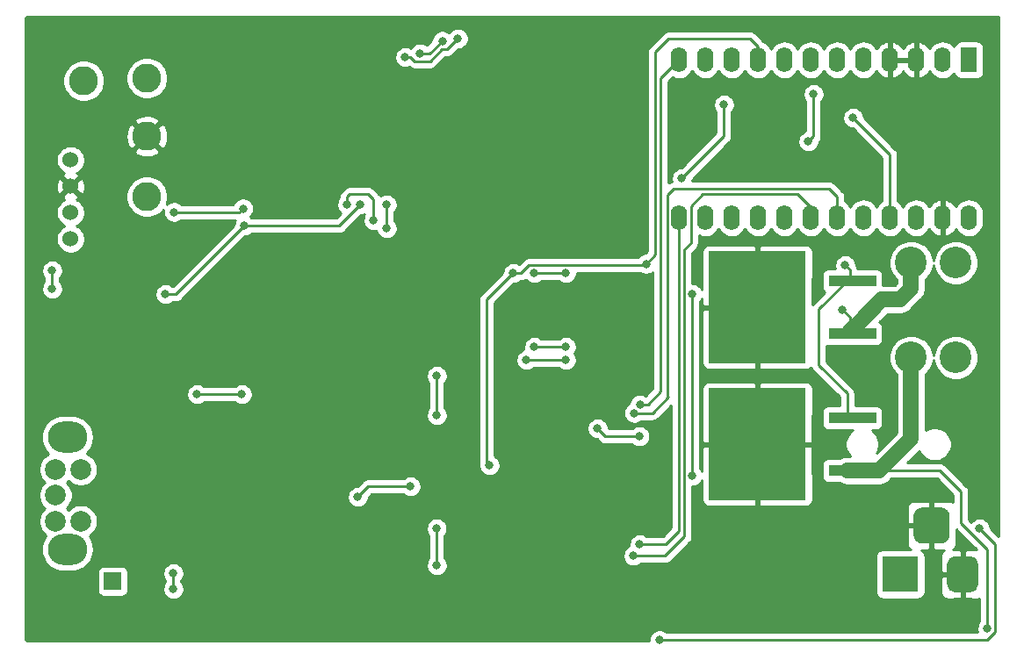
<source format=gbr>
%TF.GenerationSoftware,KiCad,Pcbnew,(5.1.6)-1*%
%TF.CreationDate,2021-01-23T13:54:21+00:00*%
%TF.ProjectId,ninja_iron,6e696e6a-615f-4697-926f-6e2e6b696361,rev?*%
%TF.SameCoordinates,Original*%
%TF.FileFunction,Copper,L2,Bot*%
%TF.FilePolarity,Positive*%
%FSLAX46Y46*%
G04 Gerber Fmt 4.6, Leading zero omitted, Abs format (unit mm)*
G04 Created by KiCad (PCBNEW (5.1.6)-1) date 2021-01-23 13:54:21*
%MOMM*%
%LPD*%
G01*
G04 APERTURE LIST*
%TA.AperFunction,SMDPad,CuDef*%
%ADD10R,9.400000X10.800000*%
%TD*%
%TA.AperFunction,SMDPad,CuDef*%
%ADD11R,4.600000X1.100000*%
%TD*%
%TA.AperFunction,ComponentPad*%
%ADD12R,1.700000X1.700000*%
%TD*%
%TA.AperFunction,ComponentPad*%
%ADD13C,3.048000*%
%TD*%
%TA.AperFunction,ComponentPad*%
%ADD14R,3.500000X3.500000*%
%TD*%
%TA.AperFunction,ComponentPad*%
%ADD15C,1.524000*%
%TD*%
%TA.AperFunction,ComponentPad*%
%ADD16R,1.600000X2.400000*%
%TD*%
%TA.AperFunction,ComponentPad*%
%ADD17O,1.600000X2.400000*%
%TD*%
%TA.AperFunction,ComponentPad*%
%ADD18C,2.800000*%
%TD*%
%TA.AperFunction,WasherPad*%
%ADD19O,3.800000X3.000000*%
%TD*%
%TA.AperFunction,ComponentPad*%
%ADD20C,2.000000*%
%TD*%
%TA.AperFunction,ViaPad*%
%ADD21C,0.800000*%
%TD*%
%TA.AperFunction,Conductor*%
%ADD22C,0.250000*%
%TD*%
%TA.AperFunction,Conductor*%
%ADD23C,1.500000*%
%TD*%
%TA.AperFunction,Conductor*%
%ADD24C,0.254000*%
%TD*%
G04 APERTURE END LIST*
D10*
%TO.P,Q2,2*%
%TO.N,GND*%
X240465000Y-67310000D03*
D11*
%TO.P,Q2,3*%
%TO.N,Net-(J2-Pad1)*%
X249615000Y-69850000D03*
%TO.P,Q2,1*%
%TO.N,/low_mosfet_0*%
X249615000Y-64770000D03*
%TD*%
D10*
%TO.P,Q1,2*%
%TO.N,GND*%
X240465000Y-54102000D03*
D11*
%TO.P,Q1,3*%
%TO.N,Net-(J1-Pad1)*%
X249615000Y-56642000D03*
%TO.P,Q1,1*%
%TO.N,/low_mosfet_0*%
X249615000Y-51562000D03*
%TD*%
D12*
%TO.P,J3,1*%
%TO.N,/led_data*%
X178308000Y-80518000D03*
%TD*%
D13*
%TO.P,iron,5*%
%TO.N,/Heater0*%
X259588000Y-49784000D03*
%TO.P,iron,4*%
%TO.N,Net-(J1-Pad1)*%
X255270000Y-49784000D03*
%TO.P,iron,3*%
%TO.N,/Heater1*%
X259588000Y-58928000D03*
%TO.P,iron,2*%
%TO.N,Net-(J2-Pad1)*%
X255270000Y-58928000D03*
%TD*%
D14*
%TO.P,J4,1*%
%TO.N,+24V*%
X254254000Y-79852000D03*
%TO.P,J4,2*%
%TO.N,GND*%
%TA.AperFunction,ComponentPad*%
G36*
G01*
X261754000Y-78852000D02*
X261754000Y-80852000D01*
G75*
G02*
X261004000Y-81602000I-750000J0D01*
G01*
X259504000Y-81602000D01*
G75*
G02*
X258754000Y-80852000I0J750000D01*
G01*
X258754000Y-78852000D01*
G75*
G02*
X259504000Y-78102000I750000J0D01*
G01*
X261004000Y-78102000D01*
G75*
G02*
X261754000Y-78852000I0J-750000D01*
G01*
G37*
%TD.AperFunction*%
%TO.P,J4,3*%
%TA.AperFunction,ComponentPad*%
G36*
G01*
X259004000Y-74277000D02*
X259004000Y-76027000D01*
G75*
G02*
X258129000Y-76902000I-875000J0D01*
G01*
X256379000Y-76902000D01*
G75*
G02*
X255504000Y-76027000I0J875000D01*
G01*
X255504000Y-74277000D01*
G75*
G02*
X256379000Y-73402000I875000J0D01*
G01*
X258129000Y-73402000D01*
G75*
G02*
X259004000Y-74277000I0J-875000D01*
G01*
G37*
%TD.AperFunction*%
%TD*%
D15*
%TO.P,OLED,4*%
%TO.N,Net-(U1-Pad4)*%
X174244000Y-47498000D03*
%TO.P,OLED,3*%
%TO.N,Net-(U1-Pad3)*%
X174244000Y-44958000D03*
%TO.P,OLED,2*%
%TO.N,GND*%
X174244000Y-42418000D03*
%TO.P,OLED,1*%
%TO.N,+5VD*%
X174244000Y-39878000D03*
%TD*%
D16*
%TO.P,U2,1*%
%TO.N,/aIn*%
X260858000Y-30226000D03*
D17*
%TO.P,U2,13*%
%TO.N,/Heater_pwm_1*%
X232918000Y-45466000D03*
%TO.P,U2,2*%
%TO.N,/bIn*%
X258318000Y-30226000D03*
%TO.P,U2,14*%
%TO.N,/MOSI*%
X235458000Y-45466000D03*
%TO.P,U2,3*%
%TO.N,GND*%
X255778000Y-30226000D03*
%TO.P,U2,15*%
%TO.N,/MISO*%
X237998000Y-45466000D03*
%TO.P,U2,4*%
%TO.N,GND*%
X253238000Y-30226000D03*
%TO.P,U2,16*%
%TO.N,/Clk*%
X240538000Y-45466000D03*
%TO.P,U2,5*%
%TO.N,Net-(R36-Pad2)*%
X250698000Y-30226000D03*
%TO.P,U2,17*%
%TO.N,Net-(R33-Pad2)*%
X243078000Y-45466000D03*
%TO.P,U2,6*%
%TO.N,Net-(R35-Pad2)*%
X248158000Y-30226000D03*
%TO.P,U2,18*%
%TO.N,/Current_sense_1*%
X245618000Y-45466000D03*
%TO.P,U2,7*%
%TO.N,/\u005CCS*%
X245618000Y-30226000D03*
%TO.P,U2,19*%
%TO.N,/Current_sense_0*%
X248158000Y-45466000D03*
%TO.P,U2,8*%
%TO.N,/led_data*%
X243078000Y-30226000D03*
%TO.P,U2,20*%
%TO.N,/VinDev*%
X250698000Y-45466000D03*
%TO.P,U2,9*%
%TO.N,/low_mosfet_0*%
X240538000Y-30226000D03*
%TO.P,U2,21*%
%TO.N,+5VD*%
X253238000Y-45466000D03*
%TO.P,U2,10*%
%TO.N,/swIn*%
X237998000Y-30226000D03*
%TO.P,U2,22*%
%TO.N,Net-(TP1-Pad1)*%
X255778000Y-45466000D03*
%TO.P,U2,11*%
%TO.N,/sleepIn*%
X235458000Y-30226000D03*
%TO.P,U2,23*%
%TO.N,GND*%
X258318000Y-45466000D03*
%TO.P,U2,12*%
%TO.N,/Heater_pwm_0*%
X232918000Y-30226000D03*
%TO.P,U2,24*%
%TO.N,N/C*%
X260858000Y-45466000D03*
%TD*%
D18*
%TO.P,TP1,1*%
%TO.N,Net-(TP1-Pad1)*%
X181610000Y-32004000D03*
%TD*%
%TO.P,TP2,1*%
%TO.N,+5VD*%
X175514000Y-32258000D03*
%TD*%
%TO.P,TP3,1*%
%TO.N,GND*%
X181610000Y-37592000D03*
%TD*%
%TO.P,TP4,1*%
%TO.N,Net-(R33-Pad2)*%
X181610000Y-43434000D03*
%TD*%
D19*
%TO.P,SW1,*%
%TO.N,*%
X173944000Y-77432000D03*
X173944000Y-66632000D03*
D20*
%TO.P,SW1,5*%
%TO.N,N/C*%
X175229000Y-69732000D03*
%TO.P,SW1,4*%
X175229000Y-74732000D03*
%TO.P,SW1,3*%
X172794000Y-74732000D03*
%TO.P,SW1,2*%
X172794000Y-72232000D03*
%TO.P,SW1,1*%
X172794000Y-69732000D03*
%TD*%
D21*
%TO.N,GNDA*%
X209550000Y-60706000D03*
X209550000Y-78994000D03*
X201930000Y-72390000D03*
X207010000Y-71374000D03*
X203454000Y-45720000D03*
X209550000Y-64516000D03*
X209545340Y-75433340D03*
X200914000Y-44196000D03*
%TO.N,GND*%
X197104000Y-49276000D03*
X181864000Y-46990000D03*
X183388000Y-76200000D03*
X226060000Y-42164000D03*
X199644000Y-60960000D03*
X176784000Y-64008000D03*
X210820000Y-48768000D03*
X252730000Y-63500000D03*
X200914000Y-76454000D03*
X227076000Y-61290002D03*
X215900000Y-47498000D03*
X228854000Y-75184000D03*
X221812000Y-60706000D03*
X183134000Y-62484000D03*
X216662000Y-38862000D03*
X222504000Y-67056000D03*
X210566000Y-35052000D03*
X171150010Y-62484000D03*
X222504000Y-80518000D03*
X243840000Y-35814000D03*
%TO.N,+5VD*%
X202184000Y-44196000D03*
X186436000Y-62484000D03*
X172466000Y-50546000D03*
X183388000Y-52832000D03*
X172466000Y-52324000D03*
X191008000Y-46228000D03*
X190754000Y-62484000D03*
X249682000Y-35814000D03*
%TO.N,Net-(C9-Pad2)*%
X204724000Y-46482000D03*
X204724000Y-44196000D03*
%TO.N,/Current_sense_0*%
X228581809Y-64298999D03*
%TO.N,/Current_sense_1*%
X228512000Y-78066000D03*
%TO.N,+5VA*%
X234188000Y-70358000D03*
X234188000Y-52832000D03*
%TO.N,/led_data*%
X211582000Y-28177848D03*
X206502000Y-29972000D03*
%TO.N,/sleepIn*%
X207936734Y-29619949D03*
X210083936Y-28396630D03*
%TO.N,Net-(J1-Pad1)*%
X248666000Y-54356000D03*
X221996000Y-57912000D03*
X218948000Y-57912000D03*
%TO.N,Net-(J2-Pad1)*%
X262636000Y-85090000D03*
%TO.N,Net-(J6-Pad2)*%
X261874000Y-75438000D03*
X231025576Y-86206883D03*
X184150000Y-81280000D03*
X184150000Y-79756000D03*
%TO.N,/low_mosfet_0*%
X214630000Y-69342000D03*
X248920000Y-50038000D03*
X229743000Y-49911000D03*
X216916000Y-50800000D03*
%TO.N,Net-(R3-Pad2)*%
X221996000Y-59182000D03*
X218186000Y-59182000D03*
%TO.N,/\u005CCS*%
X245872000Y-33528000D03*
X245364000Y-38100000D03*
%TO.N,Net-(R16-Pad1)*%
X229103860Y-66549256D03*
X225043990Y-65776990D03*
%TO.N,Net-(R17-Pad1)*%
X218948000Y-50800000D03*
X221996000Y-50800000D03*
%TO.N,Net-(R33-Pad2)*%
X184222937Y-44911728D03*
X190888481Y-44569519D03*
%TO.N,/Heater_pwm_0*%
X229131821Y-63463828D03*
%TO.N,/Heater_pwm_1*%
X229108000Y-76962000D03*
X233172000Y-41656000D03*
X237236000Y-34544000D03*
%TD*%
D22*
%TO.N,GNDA*%
X209550000Y-60706000D02*
X209550000Y-64516000D01*
X209550000Y-78994000D02*
X209550000Y-75438000D01*
X209550000Y-75438000D02*
X209545340Y-75433340D01*
X202946000Y-71374000D02*
X201930000Y-72390000D01*
X202946000Y-43180000D02*
X203454000Y-43688000D01*
X207010000Y-71374000D02*
X202946000Y-71374000D01*
X200914000Y-43434000D02*
X201168000Y-43180000D01*
X200914000Y-44196000D02*
X200914000Y-43434000D01*
X201168000Y-43180000D02*
X202946000Y-43180000D01*
X203454000Y-43688000D02*
X203454000Y-45720000D01*
%TO.N,+5VD*%
X190500000Y-46736000D02*
X188214000Y-49022000D01*
X200152000Y-46228000D02*
X191008000Y-46228000D01*
X191008000Y-46228000D02*
X190500000Y-46736000D01*
X188214000Y-49022000D02*
X184404000Y-52832000D01*
X201422000Y-44958000D02*
X202184000Y-44196000D01*
X184404000Y-52832000D02*
X183388000Y-52832000D01*
X201422000Y-44958000D02*
X200152000Y-46228000D01*
X172466000Y-52324000D02*
X172466000Y-50546000D01*
X186436000Y-62484000D02*
X190754000Y-62484000D01*
X253238000Y-39370000D02*
X253238000Y-45466000D01*
X249682000Y-35814000D02*
X253238000Y-39370000D01*
%TO.N,Net-(C9-Pad2)*%
X204724000Y-46482000D02*
X204724000Y-44196000D01*
%TO.N,/Current_sense_0*%
X231902000Y-62738000D02*
X231792990Y-62628990D01*
X230341001Y-64298999D02*
X231902000Y-62738000D01*
X232410000Y-42672000D02*
X247396000Y-42672000D01*
X248158000Y-43434000D02*
X248158000Y-45466000D01*
X247396000Y-42672000D02*
X248158000Y-43434000D01*
X231792990Y-43289010D02*
X232410000Y-42672000D01*
X228581809Y-64298999D02*
X230341001Y-64298999D01*
X231792990Y-62628990D02*
X231792990Y-43289010D01*
%TO.N,/Current_sense_1*%
X231560000Y-78066000D02*
X228512000Y-78066000D01*
X234043010Y-47896990D02*
X233426000Y-48514000D01*
X244348000Y-43180000D02*
X235204000Y-43180000D01*
X235204000Y-43180000D02*
X234043010Y-44340990D01*
X234043010Y-44340990D02*
X234043010Y-47896990D01*
X245618000Y-45466000D02*
X245618000Y-44450000D01*
X233426000Y-76200000D02*
X231560000Y-78066000D01*
X245618000Y-44450000D02*
X244348000Y-43180000D01*
X233426000Y-48514000D02*
X233426000Y-76200000D01*
%TO.N,+5VA*%
X234188000Y-55880000D02*
X234188000Y-70358000D01*
X234188000Y-52832000D02*
X234188000Y-55880000D01*
%TO.N,/led_data*%
X208896001Y-30371999D02*
X210066076Y-29201924D01*
X210557924Y-29201924D02*
X211582000Y-28177848D01*
X206502000Y-29972000D02*
X207010000Y-29972000D01*
X207010000Y-29972000D02*
X207409999Y-30371999D01*
X207409999Y-30371999D02*
X208896001Y-30371999D01*
X210066076Y-29201924D02*
X210557924Y-29201924D01*
%TO.N,/sleepIn*%
X207936734Y-29619949D02*
X208860617Y-29619949D01*
X208860617Y-29619949D02*
X210083936Y-28396630D01*
%TO.N,Net-(J1-Pad1)*%
X218948000Y-57912000D02*
X221996000Y-57912000D01*
D23*
X249361000Y-56388000D02*
X249428000Y-56388000D01*
X255270000Y-52324000D02*
X255270000Y-49784000D01*
D22*
X249361000Y-55051000D02*
X248666000Y-54356000D01*
D23*
X254254000Y-53340000D02*
X255270000Y-52324000D01*
D22*
X249361000Y-56388000D02*
X249361000Y-55051000D01*
D23*
X252476000Y-53340000D02*
X254254000Y-53340000D01*
D22*
X249615000Y-56642000D02*
X249615000Y-56201000D01*
D23*
X249428000Y-56388000D02*
X250063000Y-55753000D01*
D22*
X249615000Y-56201000D02*
X250063000Y-55753000D01*
D23*
X250063000Y-55753000D02*
X252476000Y-53340000D01*
%TO.N,Net-(J2-Pad1)*%
X252222000Y-69850000D02*
X255270000Y-66802000D01*
D22*
X262636000Y-85090000D02*
X262636000Y-78963704D01*
X258064000Y-69850000D02*
X260096000Y-71882000D01*
X262636000Y-78963704D02*
X262636000Y-77470000D01*
D23*
X255270000Y-66802000D02*
X255270000Y-58928000D01*
D22*
X252222000Y-69850000D02*
X258064000Y-69850000D01*
X260096000Y-71882000D02*
X260096000Y-74930000D01*
D23*
X249107000Y-69850000D02*
X252222000Y-69850000D01*
D22*
X262636000Y-77470000D02*
X260604000Y-75438000D01*
X260096000Y-74930000D02*
X260604000Y-75438000D01*
%TO.N,Net-(J6-Pad2)*%
X261874000Y-75438000D02*
X263361001Y-76925001D01*
X184150000Y-81280000D02*
X184150000Y-79756000D01*
X263361001Y-76925001D02*
X263361001Y-85438001D01*
X262592119Y-86206883D02*
X231025576Y-86206883D01*
X263361001Y-85438001D02*
X262592119Y-86206883D01*
%TO.N,/low_mosfet_0*%
X217678000Y-50800000D02*
X218440000Y-50038000D01*
X229743000Y-49911000D02*
X230632000Y-49022000D01*
X249107000Y-62417000D02*
X246380000Y-59690000D01*
X246380000Y-54289000D02*
X249361000Y-51308000D01*
X231902000Y-28194000D02*
X239776000Y-28194000D01*
X246380000Y-59690000D02*
X246380000Y-54289000D01*
X214376000Y-69088000D02*
X214630000Y-69342000D01*
X230632000Y-29464000D02*
X231902000Y-28194000D01*
X239776000Y-28194000D02*
X240538000Y-28956000D01*
X214376000Y-53340000D02*
X216916000Y-50800000D01*
X218440000Y-50038000D02*
X229616000Y-50038000D01*
X230632000Y-49022000D02*
X230632000Y-29464000D01*
X216916000Y-50800000D02*
X217678000Y-50800000D01*
X214376000Y-68580000D02*
X214376000Y-53340000D01*
X214376000Y-68580000D02*
X214376000Y-69088000D01*
X249361000Y-51308000D02*
X249361000Y-50479000D01*
X249361000Y-50479000D02*
X248920000Y-50038000D01*
X229616000Y-50038000D02*
X229743000Y-49911000D01*
X240538000Y-28956000D02*
X240538000Y-30226000D01*
X229616000Y-50038000D02*
X229616000Y-50038000D01*
X249615000Y-51562000D02*
X249361000Y-51308000D01*
X249294000Y-64770000D02*
X249107000Y-64583000D01*
X249107000Y-64770000D02*
X249107000Y-64583000D01*
X249615000Y-64770000D02*
X249294000Y-64770000D01*
X249107000Y-64583000D02*
X249107000Y-62417000D01*
%TO.N,Net-(R3-Pad2)*%
X218948000Y-59182000D02*
X219202000Y-59182000D01*
X219202000Y-59182000D02*
X221996000Y-59182000D01*
X219202000Y-59182000D02*
X218186000Y-59182000D01*
%TO.N,/\u005CCS*%
X245872000Y-37592000D02*
X245872000Y-33528000D01*
X245364000Y-38100000D02*
X245872000Y-37592000D01*
%TO.N,Net-(R16-Pad1)*%
X225043990Y-65776990D02*
X225807256Y-66540256D01*
X225807256Y-66540256D02*
X225807256Y-66549256D01*
X229103860Y-66549256D02*
X225807256Y-66549256D01*
%TO.N,Net-(R17-Pad1)*%
X218948000Y-50800000D02*
X221996000Y-50800000D01*
%TO.N,Net-(R33-Pad2)*%
X185928000Y-44958000D02*
X186436000Y-44958000D01*
X186436000Y-44958000D02*
X190500000Y-44958000D01*
X186436000Y-44958000D02*
X184269209Y-44958000D01*
X190500000Y-44958000D02*
X190888481Y-44569519D01*
X184269209Y-44958000D02*
X184222937Y-44911728D01*
%TO.N,/Heater_pwm_0*%
X231140000Y-32004000D02*
X231140000Y-62230000D01*
X232918000Y-30226000D02*
X231140000Y-32004000D01*
X229906172Y-63463828D02*
X229131821Y-63463828D01*
X231140000Y-62230000D02*
X229906172Y-63463828D01*
%TO.N,/Heater_pwm_1*%
X232918000Y-75692000D02*
X232918000Y-45466000D01*
X231648000Y-76962000D02*
X232918000Y-75692000D01*
X229108000Y-76962000D02*
X231648000Y-76962000D01*
X233172000Y-41656000D02*
X237236000Y-37592000D01*
X237236000Y-37592000D02*
X237236000Y-34544000D01*
%TD*%
D24*
%TO.N,GND*%
G36*
X263666319Y-26089689D02*
G01*
X263680088Y-26093846D01*
X263692794Y-26100602D01*
X263703944Y-26109695D01*
X263713115Y-26120781D01*
X263719953Y-26133428D01*
X263724209Y-26147178D01*
X263729000Y-26192758D01*
X263729001Y-76218199D01*
X262909000Y-75398199D01*
X262909000Y-75336061D01*
X262869226Y-75136102D01*
X262791205Y-74947744D01*
X262677937Y-74778226D01*
X262533774Y-74634063D01*
X262364256Y-74520795D01*
X262175898Y-74442774D01*
X261975939Y-74403000D01*
X261772061Y-74403000D01*
X261572102Y-74442774D01*
X261383744Y-74520795D01*
X261214226Y-74634063D01*
X261070063Y-74778226D01*
X261049621Y-74808819D01*
X260856000Y-74615199D01*
X260856000Y-71919323D01*
X260859676Y-71882000D01*
X260856000Y-71844677D01*
X260856000Y-71844667D01*
X260845003Y-71733014D01*
X260801546Y-71589753D01*
X260765858Y-71522986D01*
X260730974Y-71457723D01*
X260659799Y-71370997D01*
X260636001Y-71341999D01*
X260607004Y-71318202D01*
X258627804Y-69339003D01*
X258604001Y-69309999D01*
X258488276Y-69215026D01*
X258356247Y-69144454D01*
X258212986Y-69100997D01*
X258101333Y-69090000D01*
X258101322Y-69090000D01*
X258064000Y-69086324D01*
X258026678Y-69090000D01*
X254940686Y-69090000D01*
X256059967Y-67970719D01*
X256107082Y-68084463D01*
X256286013Y-68352252D01*
X256513748Y-68579987D01*
X256781537Y-68758918D01*
X257079088Y-68882168D01*
X257394967Y-68945000D01*
X257717033Y-68945000D01*
X258032912Y-68882168D01*
X258330463Y-68758918D01*
X258598252Y-68579987D01*
X258825987Y-68352252D01*
X259004918Y-68084463D01*
X259128168Y-67786912D01*
X259191000Y-67471033D01*
X259191000Y-67148967D01*
X259128168Y-66833088D01*
X259004918Y-66535537D01*
X258825987Y-66267748D01*
X258598252Y-66040013D01*
X258330463Y-65861082D01*
X258032912Y-65737832D01*
X257717033Y-65675000D01*
X257394967Y-65675000D01*
X257079088Y-65737832D01*
X256781537Y-65861082D01*
X256655000Y-65945631D01*
X256655000Y-60596286D01*
X256947004Y-60304282D01*
X257183281Y-59950670D01*
X257346030Y-59557757D01*
X257429000Y-59140643D01*
X257511970Y-59557757D01*
X257674719Y-59950670D01*
X257910996Y-60304282D01*
X258211718Y-60605004D01*
X258565330Y-60841281D01*
X258958243Y-61004030D01*
X259375357Y-61087000D01*
X259800643Y-61087000D01*
X260217757Y-61004030D01*
X260610670Y-60841281D01*
X260964282Y-60605004D01*
X261265004Y-60304282D01*
X261501281Y-59950670D01*
X261664030Y-59557757D01*
X261747000Y-59140643D01*
X261747000Y-58715357D01*
X261664030Y-58298243D01*
X261501281Y-57905330D01*
X261265004Y-57551718D01*
X260964282Y-57250996D01*
X260610670Y-57014719D01*
X260217757Y-56851970D01*
X259800643Y-56769000D01*
X259375357Y-56769000D01*
X258958243Y-56851970D01*
X258565330Y-57014719D01*
X258211718Y-57250996D01*
X257910996Y-57551718D01*
X257674719Y-57905330D01*
X257511970Y-58298243D01*
X257429000Y-58715357D01*
X257346030Y-58298243D01*
X257183281Y-57905330D01*
X256947004Y-57551718D01*
X256646282Y-57250996D01*
X256292670Y-57014719D01*
X255899757Y-56851970D01*
X255482643Y-56769000D01*
X255057357Y-56769000D01*
X254640243Y-56851970D01*
X254247330Y-57014719D01*
X253893718Y-57250996D01*
X253592996Y-57551718D01*
X253356719Y-57905330D01*
X253193970Y-58298243D01*
X253111000Y-58715357D01*
X253111000Y-59140643D01*
X253193970Y-59557757D01*
X253356719Y-59950670D01*
X253592996Y-60304282D01*
X253885001Y-60596287D01*
X253885000Y-66228314D01*
X251956723Y-68156592D01*
X252004918Y-68084463D01*
X252128168Y-67786912D01*
X252191000Y-67471033D01*
X252191000Y-67148967D01*
X252128168Y-66833088D01*
X252004918Y-66535537D01*
X251825987Y-66267748D01*
X251598252Y-66040013D01*
X251475619Y-65958072D01*
X251915000Y-65958072D01*
X252039482Y-65945812D01*
X252159180Y-65909502D01*
X252269494Y-65850537D01*
X252366185Y-65771185D01*
X252445537Y-65674494D01*
X252504502Y-65564180D01*
X252540812Y-65444482D01*
X252553072Y-65320000D01*
X252553072Y-64220000D01*
X252540812Y-64095518D01*
X252504502Y-63975820D01*
X252445537Y-63865506D01*
X252366185Y-63768815D01*
X252269494Y-63689463D01*
X252159180Y-63630498D01*
X252039482Y-63594188D01*
X251915000Y-63581928D01*
X249867000Y-63581928D01*
X249867000Y-62454322D01*
X249870676Y-62416999D01*
X249867000Y-62379676D01*
X249867000Y-62379667D01*
X249856003Y-62268014D01*
X249812546Y-62124753D01*
X249741974Y-61992724D01*
X249726874Y-61974324D01*
X249670799Y-61905996D01*
X249670795Y-61905992D01*
X249647001Y-61876999D01*
X249618008Y-61853205D01*
X247140000Y-59375199D01*
X247140000Y-57802488D01*
X247190518Y-57817812D01*
X247315000Y-57830072D01*
X251915000Y-57830072D01*
X252039482Y-57817812D01*
X252159180Y-57781502D01*
X252269494Y-57722537D01*
X252366185Y-57643185D01*
X252445537Y-57546494D01*
X252504502Y-57436180D01*
X252540812Y-57316482D01*
X252553072Y-57192000D01*
X252553072Y-56092000D01*
X252540812Y-55967518D01*
X252504502Y-55847820D01*
X252445537Y-55737506D01*
X252366185Y-55640815D01*
X252269494Y-55561463D01*
X252232824Y-55541862D01*
X253049686Y-54725000D01*
X254185971Y-54725000D01*
X254254000Y-54731700D01*
X254322029Y-54725000D01*
X254322037Y-54725000D01*
X254525507Y-54704960D01*
X254786581Y-54625764D01*
X255027188Y-54497157D01*
X255238081Y-54324081D01*
X255281454Y-54271231D01*
X256201241Y-53351445D01*
X256254080Y-53308081D01*
X256297445Y-53255241D01*
X256297452Y-53255234D01*
X256427156Y-53097189D01*
X256427158Y-53097187D01*
X256555764Y-52856581D01*
X256591792Y-52737812D01*
X256634960Y-52595508D01*
X256647027Y-52472985D01*
X256655000Y-52392037D01*
X256655000Y-52392029D01*
X256661700Y-52324000D01*
X256655000Y-52255971D01*
X256655000Y-51452286D01*
X256947004Y-51160282D01*
X257183281Y-50806670D01*
X257346030Y-50413757D01*
X257429000Y-49996643D01*
X257511970Y-50413757D01*
X257674719Y-50806670D01*
X257910996Y-51160282D01*
X258211718Y-51461004D01*
X258565330Y-51697281D01*
X258958243Y-51860030D01*
X259375357Y-51943000D01*
X259800643Y-51943000D01*
X260217757Y-51860030D01*
X260610670Y-51697281D01*
X260964282Y-51461004D01*
X261265004Y-51160282D01*
X261501281Y-50806670D01*
X261664030Y-50413757D01*
X261747000Y-49996643D01*
X261747000Y-49571357D01*
X261664030Y-49154243D01*
X261501281Y-48761330D01*
X261265004Y-48407718D01*
X260964282Y-48106996D01*
X260610670Y-47870719D01*
X260217757Y-47707970D01*
X259800643Y-47625000D01*
X259375357Y-47625000D01*
X258958243Y-47707970D01*
X258565330Y-47870719D01*
X258211718Y-48106996D01*
X257910996Y-48407718D01*
X257674719Y-48761330D01*
X257511970Y-49154243D01*
X257429000Y-49571357D01*
X257346030Y-49154243D01*
X257183281Y-48761330D01*
X256947004Y-48407718D01*
X256646282Y-48106996D01*
X256292670Y-47870719D01*
X255899757Y-47707970D01*
X255482643Y-47625000D01*
X255057357Y-47625000D01*
X254640243Y-47707970D01*
X254247330Y-47870719D01*
X253893718Y-48106996D01*
X253592996Y-48407718D01*
X253356719Y-48761330D01*
X253193970Y-49154243D01*
X253111000Y-49571357D01*
X253111000Y-49996643D01*
X253193970Y-50413757D01*
X253356719Y-50806670D01*
X253592996Y-51160282D01*
X253885000Y-51452286D01*
X253885000Y-51750314D01*
X253680315Y-51955000D01*
X252553072Y-51955000D01*
X252553072Y-51012000D01*
X252540812Y-50887518D01*
X252504502Y-50767820D01*
X252445537Y-50657506D01*
X252366185Y-50560815D01*
X252269494Y-50481463D01*
X252159180Y-50422498D01*
X252039482Y-50386188D01*
X251915000Y-50373928D01*
X250114328Y-50373928D01*
X250110003Y-50330014D01*
X250066546Y-50186753D01*
X249995974Y-50054724D01*
X249955000Y-50004797D01*
X249955000Y-49936061D01*
X249915226Y-49736102D01*
X249837205Y-49547744D01*
X249723937Y-49378226D01*
X249579774Y-49234063D01*
X249410256Y-49120795D01*
X249221898Y-49042774D01*
X249021939Y-49003000D01*
X248818061Y-49003000D01*
X248618102Y-49042774D01*
X248429744Y-49120795D01*
X248260226Y-49234063D01*
X248116063Y-49378226D01*
X248002795Y-49547744D01*
X247924774Y-49736102D01*
X247885000Y-49936061D01*
X247885000Y-50139939D01*
X247924774Y-50339898D01*
X247938870Y-50373928D01*
X247315000Y-50373928D01*
X247190518Y-50386188D01*
X247070820Y-50422498D01*
X246960506Y-50481463D01*
X246863815Y-50560815D01*
X246784463Y-50657506D01*
X246725498Y-50767820D01*
X246689188Y-50887518D01*
X246676928Y-51012000D01*
X246676928Y-52112000D01*
X246689188Y-52236482D01*
X246725498Y-52356180D01*
X246784463Y-52466494D01*
X246863815Y-52563185D01*
X246955648Y-52638550D01*
X245868998Y-53725201D01*
X245840000Y-53748999D01*
X245816202Y-53777997D01*
X245816201Y-53777998D01*
X245800011Y-53797725D01*
X245803072Y-48702000D01*
X245790812Y-48577518D01*
X245754502Y-48457820D01*
X245695537Y-48347506D01*
X245616185Y-48250815D01*
X245519494Y-48171463D01*
X245409180Y-48112498D01*
X245289482Y-48076188D01*
X245165000Y-48063928D01*
X240750750Y-48067000D01*
X240592000Y-48225750D01*
X240592000Y-53975000D01*
X240612000Y-53975000D01*
X240612000Y-54229000D01*
X240592000Y-54229000D01*
X240592000Y-59978250D01*
X240750750Y-60137000D01*
X245165000Y-60140072D01*
X245289482Y-60127812D01*
X245409180Y-60091502D01*
X245519494Y-60032537D01*
X245616185Y-59953185D01*
X245652292Y-59909188D01*
X245658910Y-59931003D01*
X245674454Y-59982246D01*
X245745026Y-60114276D01*
X245784871Y-60162826D01*
X245839999Y-60230001D01*
X245869003Y-60253804D01*
X248347001Y-62731804D01*
X248347000Y-63581928D01*
X247315000Y-63581928D01*
X247190518Y-63594188D01*
X247070820Y-63630498D01*
X246960506Y-63689463D01*
X246863815Y-63768815D01*
X246784463Y-63865506D01*
X246725498Y-63975820D01*
X246689188Y-64095518D01*
X246676928Y-64220000D01*
X246676928Y-65320000D01*
X246689188Y-65444482D01*
X246725498Y-65564180D01*
X246784463Y-65674494D01*
X246863815Y-65771185D01*
X246960506Y-65850537D01*
X247070820Y-65909502D01*
X247190518Y-65945812D01*
X247315000Y-65958072D01*
X249636381Y-65958072D01*
X249513748Y-66040013D01*
X249286013Y-66267748D01*
X249107082Y-66535537D01*
X248983832Y-66833088D01*
X248921000Y-67148967D01*
X248921000Y-67471033D01*
X248983832Y-67786912D01*
X249107082Y-68084463D01*
X249286013Y-68352252D01*
X249398761Y-68465000D01*
X249038963Y-68465000D01*
X248835493Y-68485040D01*
X248574419Y-68564236D01*
X248391650Y-68661928D01*
X247315000Y-68661928D01*
X247190518Y-68674188D01*
X247070820Y-68710498D01*
X246960506Y-68769463D01*
X246863815Y-68848815D01*
X246784463Y-68945506D01*
X246725498Y-69055820D01*
X246689188Y-69175518D01*
X246676928Y-69300000D01*
X246676928Y-70400000D01*
X246689188Y-70524482D01*
X246725498Y-70644180D01*
X246784463Y-70754494D01*
X246863815Y-70851185D01*
X246960506Y-70930537D01*
X247070820Y-70989502D01*
X247190518Y-71025812D01*
X247315000Y-71038072D01*
X248391650Y-71038072D01*
X248574419Y-71135764D01*
X248835493Y-71214960D01*
X249038963Y-71235000D01*
X252153971Y-71235000D01*
X252222000Y-71241700D01*
X252290029Y-71235000D01*
X252290037Y-71235000D01*
X252493507Y-71214960D01*
X252754581Y-71135764D01*
X252995188Y-71007157D01*
X253206081Y-70834081D01*
X253249454Y-70781231D01*
X253420685Y-70610000D01*
X257749199Y-70610000D01*
X259336000Y-72196802D01*
X259336000Y-72859440D01*
X259248180Y-72812498D01*
X259128482Y-72776188D01*
X259004000Y-72763928D01*
X257539750Y-72767000D01*
X257381000Y-72925750D01*
X257381000Y-75025000D01*
X257401000Y-75025000D01*
X257401000Y-75279000D01*
X257381000Y-75279000D01*
X257381000Y-77378250D01*
X257539750Y-77537000D01*
X258460367Y-77538931D01*
X258399506Y-77571463D01*
X258302815Y-77650815D01*
X258223463Y-77747506D01*
X258164498Y-77857820D01*
X258128188Y-77977518D01*
X258115928Y-78102000D01*
X258119000Y-79566250D01*
X258277750Y-79725000D01*
X260127000Y-79725000D01*
X260127000Y-77625750D01*
X259968250Y-77467000D01*
X259297195Y-77465302D01*
X259358494Y-77432537D01*
X259455185Y-77353185D01*
X259534537Y-77256494D01*
X259593502Y-77146180D01*
X259629812Y-77026482D01*
X259642072Y-76902000D01*
X259639231Y-75548033D01*
X260092997Y-76001799D01*
X260093002Y-76001803D01*
X261555628Y-77464430D01*
X260539750Y-77467000D01*
X260381000Y-77625750D01*
X260381000Y-79725000D01*
X260401000Y-79725000D01*
X260401000Y-79979000D01*
X260381000Y-79979000D01*
X260381000Y-82078250D01*
X260539750Y-82237000D01*
X261754000Y-82240072D01*
X261876000Y-82228056D01*
X261876000Y-84386289D01*
X261832063Y-84430226D01*
X261718795Y-84599744D01*
X261640774Y-84788102D01*
X261601000Y-84988061D01*
X261601000Y-85191939D01*
X261640774Y-85391898D01*
X261663550Y-85446883D01*
X231729287Y-85446883D01*
X231685350Y-85402946D01*
X231515832Y-85289678D01*
X231327474Y-85211657D01*
X231127515Y-85171883D01*
X230923637Y-85171883D01*
X230723678Y-85211657D01*
X230535320Y-85289678D01*
X230365802Y-85402946D01*
X230221639Y-85547109D01*
X230108371Y-85716627D01*
X230030350Y-85904985D01*
X229990576Y-86104944D01*
X229990576Y-86239000D01*
X170033503Y-86239000D01*
X169985683Y-86234311D01*
X169971907Y-86230152D01*
X169959208Y-86223399D01*
X169948056Y-86214304D01*
X169938886Y-86203220D01*
X169932046Y-86190570D01*
X169927792Y-86176825D01*
X169923000Y-86131235D01*
X169923000Y-79668000D01*
X176819928Y-79668000D01*
X176819928Y-81368000D01*
X176832188Y-81492482D01*
X176868498Y-81612180D01*
X176927463Y-81722494D01*
X177006815Y-81819185D01*
X177103506Y-81898537D01*
X177213820Y-81957502D01*
X177333518Y-81993812D01*
X177458000Y-82006072D01*
X179158000Y-82006072D01*
X179282482Y-81993812D01*
X179402180Y-81957502D01*
X179512494Y-81898537D01*
X179609185Y-81819185D01*
X179688537Y-81722494D01*
X179747502Y-81612180D01*
X179783812Y-81492482D01*
X179796072Y-81368000D01*
X179796072Y-79668000D01*
X179794700Y-79654061D01*
X183115000Y-79654061D01*
X183115000Y-79857939D01*
X183154774Y-80057898D01*
X183232795Y-80246256D01*
X183346063Y-80415774D01*
X183390001Y-80459712D01*
X183390000Y-80576289D01*
X183346063Y-80620226D01*
X183232795Y-80789744D01*
X183154774Y-80978102D01*
X183115000Y-81178061D01*
X183115000Y-81381939D01*
X183154774Y-81581898D01*
X183232795Y-81770256D01*
X183346063Y-81939774D01*
X183490226Y-82083937D01*
X183659744Y-82197205D01*
X183848102Y-82275226D01*
X184048061Y-82315000D01*
X184251939Y-82315000D01*
X184451898Y-82275226D01*
X184640256Y-82197205D01*
X184809774Y-82083937D01*
X184953937Y-81939774D01*
X185067205Y-81770256D01*
X185145226Y-81581898D01*
X185185000Y-81381939D01*
X185185000Y-81178061D01*
X185145226Y-80978102D01*
X185067205Y-80789744D01*
X184953937Y-80620226D01*
X184910000Y-80576289D01*
X184910000Y-80459711D01*
X184953937Y-80415774D01*
X185067205Y-80246256D01*
X185145226Y-80057898D01*
X185185000Y-79857939D01*
X185185000Y-79654061D01*
X185145226Y-79454102D01*
X185067205Y-79265744D01*
X184953937Y-79096226D01*
X184809774Y-78952063D01*
X184640256Y-78838795D01*
X184451898Y-78760774D01*
X184251939Y-78721000D01*
X184048061Y-78721000D01*
X183848102Y-78760774D01*
X183659744Y-78838795D01*
X183490226Y-78952063D01*
X183346063Y-79096226D01*
X183232795Y-79265744D01*
X183154774Y-79454102D01*
X183115000Y-79654061D01*
X179794700Y-79654061D01*
X179783812Y-79543518D01*
X179747502Y-79423820D01*
X179688537Y-79313506D01*
X179609185Y-79216815D01*
X179512494Y-79137463D01*
X179402180Y-79078498D01*
X179282482Y-79042188D01*
X179158000Y-79029928D01*
X177458000Y-79029928D01*
X177333518Y-79042188D01*
X177213820Y-79078498D01*
X177103506Y-79137463D01*
X177006815Y-79216815D01*
X176927463Y-79313506D01*
X176868498Y-79423820D01*
X176832188Y-79543518D01*
X176819928Y-79668000D01*
X169923000Y-79668000D01*
X169923000Y-69570967D01*
X171159000Y-69570967D01*
X171159000Y-69893033D01*
X171221832Y-70208912D01*
X171345082Y-70506463D01*
X171524013Y-70774252D01*
X171731761Y-70982000D01*
X171524013Y-71189748D01*
X171345082Y-71457537D01*
X171221832Y-71755088D01*
X171159000Y-72070967D01*
X171159000Y-72393033D01*
X171221832Y-72708912D01*
X171345082Y-73006463D01*
X171524013Y-73274252D01*
X171731761Y-73482000D01*
X171524013Y-73689748D01*
X171345082Y-73957537D01*
X171221832Y-74255088D01*
X171159000Y-74570967D01*
X171159000Y-74893033D01*
X171221832Y-75208912D01*
X171345082Y-75506463D01*
X171524013Y-75774252D01*
X171751748Y-76001987D01*
X171883439Y-76089980D01*
X171760223Y-76240119D01*
X171561974Y-76611018D01*
X171439892Y-77013467D01*
X171398670Y-77432000D01*
X171439892Y-77850533D01*
X171561974Y-78252982D01*
X171760223Y-78623881D01*
X172027023Y-78948977D01*
X172352119Y-79215777D01*
X172723018Y-79414026D01*
X173125467Y-79536108D01*
X173439118Y-79567000D01*
X174448882Y-79567000D01*
X174762533Y-79536108D01*
X175164982Y-79414026D01*
X175535881Y-79215777D01*
X175860977Y-78948977D01*
X176127777Y-78623881D01*
X176326026Y-78252982D01*
X176448108Y-77850533D01*
X176489330Y-77432000D01*
X176448108Y-77013467D01*
X176326026Y-76611018D01*
X176127777Y-76240119D01*
X176052372Y-76148238D01*
X176271252Y-76001987D01*
X176498987Y-75774252D01*
X176677918Y-75506463D01*
X176750431Y-75331401D01*
X208510340Y-75331401D01*
X208510340Y-75535279D01*
X208550114Y-75735238D01*
X208628135Y-75923596D01*
X208741403Y-76093114D01*
X208790001Y-76141712D01*
X208790000Y-78290289D01*
X208746063Y-78334226D01*
X208632795Y-78503744D01*
X208554774Y-78692102D01*
X208515000Y-78892061D01*
X208515000Y-79095939D01*
X208554774Y-79295898D01*
X208632795Y-79484256D01*
X208746063Y-79653774D01*
X208890226Y-79797937D01*
X209059744Y-79911205D01*
X209248102Y-79989226D01*
X209448061Y-80029000D01*
X209651939Y-80029000D01*
X209851898Y-79989226D01*
X210040256Y-79911205D01*
X210209774Y-79797937D01*
X210353937Y-79653774D01*
X210467205Y-79484256D01*
X210545226Y-79295898D01*
X210585000Y-79095939D01*
X210585000Y-78892061D01*
X210545226Y-78692102D01*
X210467205Y-78503744D01*
X210353937Y-78334226D01*
X210310000Y-78290289D01*
X210310000Y-76132391D01*
X210349277Y-76093114D01*
X210462545Y-75923596D01*
X210540566Y-75735238D01*
X210580340Y-75535279D01*
X210580340Y-75331401D01*
X210540566Y-75131442D01*
X210462545Y-74943084D01*
X210349277Y-74773566D01*
X210205114Y-74629403D01*
X210035596Y-74516135D01*
X209847238Y-74438114D01*
X209647279Y-74398340D01*
X209443401Y-74398340D01*
X209243442Y-74438114D01*
X209055084Y-74516135D01*
X208885566Y-74629403D01*
X208741403Y-74773566D01*
X208628135Y-74943084D01*
X208550114Y-75131442D01*
X208510340Y-75331401D01*
X176750431Y-75331401D01*
X176801168Y-75208912D01*
X176864000Y-74893033D01*
X176864000Y-74570967D01*
X176801168Y-74255088D01*
X176677918Y-73957537D01*
X176498987Y-73689748D01*
X176271252Y-73462013D01*
X176003463Y-73283082D01*
X175705912Y-73159832D01*
X175390033Y-73097000D01*
X175067967Y-73097000D01*
X174752088Y-73159832D01*
X174454537Y-73283082D01*
X174186748Y-73462013D01*
X174011500Y-73637261D01*
X173856239Y-73482000D01*
X174063987Y-73274252D01*
X174242918Y-73006463D01*
X174366168Y-72708912D01*
X174429000Y-72393033D01*
X174429000Y-72288061D01*
X200895000Y-72288061D01*
X200895000Y-72491939D01*
X200934774Y-72691898D01*
X201012795Y-72880256D01*
X201126063Y-73049774D01*
X201270226Y-73193937D01*
X201439744Y-73307205D01*
X201628102Y-73385226D01*
X201828061Y-73425000D01*
X202031939Y-73425000D01*
X202231898Y-73385226D01*
X202420256Y-73307205D01*
X202589774Y-73193937D01*
X202733937Y-73049774D01*
X202847205Y-72880256D01*
X202925226Y-72691898D01*
X202965000Y-72491939D01*
X202965000Y-72429801D01*
X203260802Y-72134000D01*
X206306289Y-72134000D01*
X206350226Y-72177937D01*
X206519744Y-72291205D01*
X206708102Y-72369226D01*
X206908061Y-72409000D01*
X207111939Y-72409000D01*
X207311898Y-72369226D01*
X207500256Y-72291205D01*
X207669774Y-72177937D01*
X207813937Y-72033774D01*
X207927205Y-71864256D01*
X208005226Y-71675898D01*
X208045000Y-71475939D01*
X208045000Y-71272061D01*
X208005226Y-71072102D01*
X207927205Y-70883744D01*
X207813937Y-70714226D01*
X207669774Y-70570063D01*
X207500256Y-70456795D01*
X207311898Y-70378774D01*
X207111939Y-70339000D01*
X206908061Y-70339000D01*
X206708102Y-70378774D01*
X206519744Y-70456795D01*
X206350226Y-70570063D01*
X206306289Y-70614000D01*
X202983322Y-70614000D01*
X202946000Y-70610324D01*
X202908677Y-70614000D01*
X202908667Y-70614000D01*
X202797014Y-70624997D01*
X202681959Y-70659898D01*
X202653753Y-70668454D01*
X202521723Y-70739026D01*
X202438083Y-70807668D01*
X202405999Y-70833999D01*
X202382201Y-70862997D01*
X201890199Y-71355000D01*
X201828061Y-71355000D01*
X201628102Y-71394774D01*
X201439744Y-71472795D01*
X201270226Y-71586063D01*
X201126063Y-71730226D01*
X201012795Y-71899744D01*
X200934774Y-72088102D01*
X200895000Y-72288061D01*
X174429000Y-72288061D01*
X174429000Y-72070967D01*
X174366168Y-71755088D01*
X174242918Y-71457537D01*
X174063987Y-71189748D01*
X173856239Y-70982000D01*
X174011500Y-70826739D01*
X174186748Y-71001987D01*
X174454537Y-71180918D01*
X174752088Y-71304168D01*
X175067967Y-71367000D01*
X175390033Y-71367000D01*
X175705912Y-71304168D01*
X176003463Y-71180918D01*
X176271252Y-71001987D01*
X176498987Y-70774252D01*
X176677918Y-70506463D01*
X176801168Y-70208912D01*
X176864000Y-69893033D01*
X176864000Y-69570967D01*
X176801168Y-69255088D01*
X176794944Y-69240061D01*
X213595000Y-69240061D01*
X213595000Y-69443939D01*
X213634774Y-69643898D01*
X213712795Y-69832256D01*
X213826063Y-70001774D01*
X213970226Y-70145937D01*
X214139744Y-70259205D01*
X214328102Y-70337226D01*
X214528061Y-70377000D01*
X214731939Y-70377000D01*
X214931898Y-70337226D01*
X215120256Y-70259205D01*
X215289774Y-70145937D01*
X215433937Y-70001774D01*
X215547205Y-69832256D01*
X215625226Y-69643898D01*
X215665000Y-69443939D01*
X215665000Y-69240061D01*
X215625226Y-69040102D01*
X215547205Y-68851744D01*
X215433937Y-68682226D01*
X215289774Y-68538063D01*
X215136000Y-68435315D01*
X215136000Y-65675051D01*
X224008990Y-65675051D01*
X224008990Y-65878929D01*
X224048764Y-66078888D01*
X224126785Y-66267246D01*
X224240053Y-66436764D01*
X224384216Y-66580927D01*
X224553734Y-66694195D01*
X224742092Y-66772216D01*
X224942051Y-66811990D01*
X225004188Y-66811990D01*
X225202267Y-67010069D01*
X225267255Y-67089257D01*
X225382980Y-67184230D01*
X225515009Y-67254802D01*
X225658270Y-67298259D01*
X225769923Y-67309256D01*
X225807256Y-67312933D01*
X225844589Y-67309256D01*
X228400149Y-67309256D01*
X228444086Y-67353193D01*
X228613604Y-67466461D01*
X228801962Y-67544482D01*
X229001921Y-67584256D01*
X229205799Y-67584256D01*
X229405758Y-67544482D01*
X229594116Y-67466461D01*
X229763634Y-67353193D01*
X229907797Y-67209030D01*
X230021065Y-67039512D01*
X230099086Y-66851154D01*
X230138860Y-66651195D01*
X230138860Y-66447317D01*
X230099086Y-66247358D01*
X230021065Y-66059000D01*
X229907797Y-65889482D01*
X229763634Y-65745319D01*
X229594116Y-65632051D01*
X229405758Y-65554030D01*
X229205799Y-65514256D01*
X229001921Y-65514256D01*
X228801962Y-65554030D01*
X228613604Y-65632051D01*
X228444086Y-65745319D01*
X228400149Y-65789256D01*
X226131058Y-65789256D01*
X226078990Y-65737188D01*
X226078990Y-65675051D01*
X226039216Y-65475092D01*
X225961195Y-65286734D01*
X225847927Y-65117216D01*
X225703764Y-64973053D01*
X225534246Y-64859785D01*
X225345888Y-64781764D01*
X225145929Y-64741990D01*
X224942051Y-64741990D01*
X224742092Y-64781764D01*
X224553734Y-64859785D01*
X224384216Y-64973053D01*
X224240053Y-65117216D01*
X224126785Y-65286734D01*
X224048764Y-65475092D01*
X224008990Y-65675051D01*
X215136000Y-65675051D01*
X215136000Y-59080061D01*
X217151000Y-59080061D01*
X217151000Y-59283939D01*
X217190774Y-59483898D01*
X217268795Y-59672256D01*
X217382063Y-59841774D01*
X217526226Y-59985937D01*
X217695744Y-60099205D01*
X217884102Y-60177226D01*
X218084061Y-60217000D01*
X218287939Y-60217000D01*
X218487898Y-60177226D01*
X218676256Y-60099205D01*
X218845774Y-59985937D01*
X218889711Y-59942000D01*
X221292289Y-59942000D01*
X221336226Y-59985937D01*
X221505744Y-60099205D01*
X221694102Y-60177226D01*
X221894061Y-60217000D01*
X222097939Y-60217000D01*
X222297898Y-60177226D01*
X222486256Y-60099205D01*
X222655774Y-59985937D01*
X222799937Y-59841774D01*
X222913205Y-59672256D01*
X222991226Y-59483898D01*
X223031000Y-59283939D01*
X223031000Y-59080061D01*
X222991226Y-58880102D01*
X222913205Y-58691744D01*
X222816490Y-58547000D01*
X222913205Y-58402256D01*
X222991226Y-58213898D01*
X223031000Y-58013939D01*
X223031000Y-57810061D01*
X222991226Y-57610102D01*
X222913205Y-57421744D01*
X222799937Y-57252226D01*
X222655774Y-57108063D01*
X222486256Y-56994795D01*
X222297898Y-56916774D01*
X222097939Y-56877000D01*
X221894061Y-56877000D01*
X221694102Y-56916774D01*
X221505744Y-56994795D01*
X221336226Y-57108063D01*
X221292289Y-57152000D01*
X219651711Y-57152000D01*
X219607774Y-57108063D01*
X219438256Y-56994795D01*
X219249898Y-56916774D01*
X219049939Y-56877000D01*
X218846061Y-56877000D01*
X218646102Y-56916774D01*
X218457744Y-56994795D01*
X218288226Y-57108063D01*
X218144063Y-57252226D01*
X218030795Y-57421744D01*
X217952774Y-57610102D01*
X217913000Y-57810061D01*
X217913000Y-58013939D01*
X217944970Y-58174667D01*
X217884102Y-58186774D01*
X217695744Y-58264795D01*
X217526226Y-58378063D01*
X217382063Y-58522226D01*
X217268795Y-58691744D01*
X217190774Y-58880102D01*
X217151000Y-59080061D01*
X215136000Y-59080061D01*
X215136000Y-53654801D01*
X216955803Y-51835000D01*
X217017939Y-51835000D01*
X217217898Y-51795226D01*
X217406256Y-51717205D01*
X217575774Y-51603937D01*
X217619711Y-51560000D01*
X217640678Y-51560000D01*
X217678000Y-51563676D01*
X217715322Y-51560000D01*
X217715333Y-51560000D01*
X217826986Y-51549003D01*
X217970247Y-51505546D01*
X218102276Y-51434974D01*
X218118562Y-51421609D01*
X218144063Y-51459774D01*
X218288226Y-51603937D01*
X218457744Y-51717205D01*
X218646102Y-51795226D01*
X218846061Y-51835000D01*
X219049939Y-51835000D01*
X219249898Y-51795226D01*
X219438256Y-51717205D01*
X219607774Y-51603937D01*
X219651711Y-51560000D01*
X221292289Y-51560000D01*
X221336226Y-51603937D01*
X221505744Y-51717205D01*
X221694102Y-51795226D01*
X221894061Y-51835000D01*
X222097939Y-51835000D01*
X222297898Y-51795226D01*
X222486256Y-51717205D01*
X222655774Y-51603937D01*
X222799937Y-51459774D01*
X222913205Y-51290256D01*
X222991226Y-51101898D01*
X223031000Y-50901939D01*
X223031000Y-50798000D01*
X229207539Y-50798000D01*
X229252744Y-50828205D01*
X229441102Y-50906226D01*
X229641061Y-50946000D01*
X229844939Y-50946000D01*
X230044898Y-50906226D01*
X230233256Y-50828205D01*
X230380001Y-50730154D01*
X230380001Y-61915197D01*
X229697908Y-62597291D01*
X229622077Y-62546623D01*
X229433719Y-62468602D01*
X229233760Y-62428828D01*
X229029882Y-62428828D01*
X228829923Y-62468602D01*
X228641565Y-62546623D01*
X228472047Y-62659891D01*
X228327884Y-62804054D01*
X228214616Y-62973572D01*
X228136595Y-63161930D01*
X228096821Y-63361889D01*
X228096821Y-63379612D01*
X228091553Y-63381794D01*
X227922035Y-63495062D01*
X227777872Y-63639225D01*
X227664604Y-63808743D01*
X227586583Y-63997101D01*
X227546809Y-64197060D01*
X227546809Y-64400938D01*
X227586583Y-64600897D01*
X227664604Y-64789255D01*
X227777872Y-64958773D01*
X227922035Y-65102936D01*
X228091553Y-65216204D01*
X228279911Y-65294225D01*
X228479870Y-65333999D01*
X228683748Y-65333999D01*
X228883707Y-65294225D01*
X229072065Y-65216204D01*
X229241583Y-65102936D01*
X229285520Y-65058999D01*
X230303679Y-65058999D01*
X230341001Y-65062675D01*
X230378323Y-65058999D01*
X230378334Y-65058999D01*
X230489987Y-65048002D01*
X230633248Y-65004545D01*
X230765277Y-64933973D01*
X230881002Y-64839000D01*
X230904805Y-64809996D01*
X232158000Y-63556801D01*
X232158000Y-75377198D01*
X231333199Y-76202000D01*
X229811711Y-76202000D01*
X229767774Y-76158063D01*
X229598256Y-76044795D01*
X229409898Y-75966774D01*
X229209939Y-75927000D01*
X229006061Y-75927000D01*
X228806102Y-75966774D01*
X228617744Y-76044795D01*
X228448226Y-76158063D01*
X228304063Y-76302226D01*
X228190795Y-76471744D01*
X228112774Y-76660102D01*
X228073000Y-76860061D01*
X228073000Y-77063939D01*
X228084692Y-77122721D01*
X228021744Y-77148795D01*
X227852226Y-77262063D01*
X227708063Y-77406226D01*
X227594795Y-77575744D01*
X227516774Y-77764102D01*
X227477000Y-77964061D01*
X227477000Y-78167939D01*
X227516774Y-78367898D01*
X227594795Y-78556256D01*
X227708063Y-78725774D01*
X227852226Y-78869937D01*
X228021744Y-78983205D01*
X228210102Y-79061226D01*
X228410061Y-79101000D01*
X228613939Y-79101000D01*
X228813898Y-79061226D01*
X229002256Y-78983205D01*
X229171774Y-78869937D01*
X229215711Y-78826000D01*
X231522678Y-78826000D01*
X231560000Y-78829676D01*
X231597322Y-78826000D01*
X231597333Y-78826000D01*
X231708986Y-78815003D01*
X231852247Y-78771546D01*
X231984276Y-78700974D01*
X232100001Y-78606001D01*
X232123804Y-78576997D01*
X232598801Y-78102000D01*
X251865928Y-78102000D01*
X251865928Y-81602000D01*
X251878188Y-81726482D01*
X251914498Y-81846180D01*
X251973463Y-81956494D01*
X252052815Y-82053185D01*
X252149506Y-82132537D01*
X252259820Y-82191502D01*
X252379518Y-82227812D01*
X252504000Y-82240072D01*
X256004000Y-82240072D01*
X256128482Y-82227812D01*
X256248180Y-82191502D01*
X256358494Y-82132537D01*
X256455185Y-82053185D01*
X256534537Y-81956494D01*
X256593502Y-81846180D01*
X256629812Y-81726482D01*
X256642072Y-81602000D01*
X258115928Y-81602000D01*
X258128188Y-81726482D01*
X258164498Y-81846180D01*
X258223463Y-81956494D01*
X258302815Y-82053185D01*
X258399506Y-82132537D01*
X258509820Y-82191502D01*
X258629518Y-82227812D01*
X258754000Y-82240072D01*
X259968250Y-82237000D01*
X260127000Y-82078250D01*
X260127000Y-79979000D01*
X258277750Y-79979000D01*
X258119000Y-80137750D01*
X258115928Y-81602000D01*
X256642072Y-81602000D01*
X256642072Y-78102000D01*
X256629812Y-77977518D01*
X256593502Y-77857820D01*
X256534537Y-77747506D01*
X256455185Y-77650815D01*
X256358494Y-77571463D01*
X256296655Y-77538409D01*
X256968250Y-77537000D01*
X257127000Y-77378250D01*
X257127000Y-75279000D01*
X255027750Y-75279000D01*
X254869000Y-75437750D01*
X254865928Y-76902000D01*
X254878188Y-77026482D01*
X254914498Y-77146180D01*
X254973463Y-77256494D01*
X255052815Y-77353185D01*
X255149506Y-77432537D01*
X255208233Y-77463928D01*
X252504000Y-77463928D01*
X252379518Y-77476188D01*
X252259820Y-77512498D01*
X252149506Y-77571463D01*
X252052815Y-77650815D01*
X251973463Y-77747506D01*
X251914498Y-77857820D01*
X251878188Y-77977518D01*
X251865928Y-78102000D01*
X232598801Y-78102000D01*
X233937003Y-76763799D01*
X233966001Y-76740001D01*
X234060974Y-76624276D01*
X234131546Y-76492247D01*
X234175003Y-76348986D01*
X234186000Y-76237333D01*
X234189677Y-76200000D01*
X234186000Y-76162667D01*
X234186000Y-73402000D01*
X254865928Y-73402000D01*
X254869000Y-74866250D01*
X255027750Y-75025000D01*
X257127000Y-75025000D01*
X257127000Y-72925750D01*
X256968250Y-72767000D01*
X255504000Y-72763928D01*
X255379518Y-72776188D01*
X255259820Y-72812498D01*
X255149506Y-72871463D01*
X255052815Y-72950815D01*
X254973463Y-73047506D01*
X254914498Y-73157820D01*
X254878188Y-73277518D01*
X254865928Y-73402000D01*
X234186000Y-73402000D01*
X234186000Y-71393000D01*
X234289939Y-71393000D01*
X234489898Y-71353226D01*
X234678256Y-71275205D01*
X234847774Y-71161937D01*
X234991937Y-71017774D01*
X235105205Y-70848256D01*
X235128079Y-70793033D01*
X235126928Y-72710000D01*
X235139188Y-72834482D01*
X235175498Y-72954180D01*
X235234463Y-73064494D01*
X235313815Y-73161185D01*
X235410506Y-73240537D01*
X235520820Y-73299502D01*
X235640518Y-73335812D01*
X235765000Y-73348072D01*
X240179250Y-73345000D01*
X240338000Y-73186250D01*
X240338000Y-67437000D01*
X240592000Y-67437000D01*
X240592000Y-73186250D01*
X240750750Y-73345000D01*
X245165000Y-73348072D01*
X245289482Y-73335812D01*
X245409180Y-73299502D01*
X245519494Y-73240537D01*
X245616185Y-73161185D01*
X245695537Y-73064494D01*
X245754502Y-72954180D01*
X245790812Y-72834482D01*
X245803072Y-72710000D01*
X245800000Y-67595750D01*
X245641250Y-67437000D01*
X240592000Y-67437000D01*
X240338000Y-67437000D01*
X235288750Y-67437000D01*
X235130000Y-67595750D01*
X235128601Y-69924227D01*
X235105205Y-69867744D01*
X234991937Y-69698226D01*
X234948000Y-69654289D01*
X234948000Y-61910000D01*
X235126928Y-61910000D01*
X235130000Y-67024250D01*
X235288750Y-67183000D01*
X240338000Y-67183000D01*
X240338000Y-61433750D01*
X240592000Y-61433750D01*
X240592000Y-67183000D01*
X245641250Y-67183000D01*
X245800000Y-67024250D01*
X245803072Y-61910000D01*
X245790812Y-61785518D01*
X245754502Y-61665820D01*
X245695537Y-61555506D01*
X245616185Y-61458815D01*
X245519494Y-61379463D01*
X245409180Y-61320498D01*
X245289482Y-61284188D01*
X245165000Y-61271928D01*
X240750750Y-61275000D01*
X240592000Y-61433750D01*
X240338000Y-61433750D01*
X240179250Y-61275000D01*
X235765000Y-61271928D01*
X235640518Y-61284188D01*
X235520820Y-61320498D01*
X235410506Y-61379463D01*
X235313815Y-61458815D01*
X235234463Y-61555506D01*
X235175498Y-61665820D01*
X235139188Y-61785518D01*
X235126928Y-61910000D01*
X234948000Y-61910000D01*
X234948000Y-59502000D01*
X235126928Y-59502000D01*
X235139188Y-59626482D01*
X235175498Y-59746180D01*
X235234463Y-59856494D01*
X235313815Y-59953185D01*
X235410506Y-60032537D01*
X235520820Y-60091502D01*
X235640518Y-60127812D01*
X235765000Y-60140072D01*
X240179250Y-60137000D01*
X240338000Y-59978250D01*
X240338000Y-54229000D01*
X235288750Y-54229000D01*
X235130000Y-54387750D01*
X235126928Y-59502000D01*
X234948000Y-59502000D01*
X234948000Y-53535711D01*
X234991937Y-53491774D01*
X235105205Y-53322256D01*
X235129668Y-53263198D01*
X235130000Y-53816250D01*
X235288750Y-53975000D01*
X240338000Y-53975000D01*
X240338000Y-48225750D01*
X240179250Y-48067000D01*
X235765000Y-48063928D01*
X235640518Y-48076188D01*
X235520820Y-48112498D01*
X235410506Y-48171463D01*
X235313815Y-48250815D01*
X235234463Y-48347506D01*
X235175498Y-48457820D01*
X235139188Y-48577518D01*
X235126928Y-48702000D01*
X235129149Y-52399550D01*
X235105205Y-52341744D01*
X234991937Y-52172226D01*
X234847774Y-52028063D01*
X234678256Y-51914795D01*
X234489898Y-51836774D01*
X234289939Y-51797000D01*
X234186000Y-51797000D01*
X234186000Y-48828801D01*
X234554012Y-48460790D01*
X234583011Y-48436991D01*
X234624016Y-48387026D01*
X234677984Y-48321267D01*
X234748556Y-48189237D01*
X234792013Y-48045976D01*
X234803010Y-47934323D01*
X234803010Y-47934313D01*
X234806686Y-47896990D01*
X234803010Y-47859667D01*
X234803010Y-47143030D01*
X234906192Y-47198182D01*
X235176691Y-47280236D01*
X235458000Y-47307943D01*
X235739308Y-47280236D01*
X236009807Y-47198182D01*
X236259100Y-47064932D01*
X236477607Y-46885608D01*
X236656932Y-46667101D01*
X236728000Y-46534142D01*
X236799068Y-46667100D01*
X236978392Y-46885607D01*
X237196899Y-47064932D01*
X237446192Y-47198182D01*
X237716691Y-47280236D01*
X237998000Y-47307943D01*
X238279308Y-47280236D01*
X238549807Y-47198182D01*
X238799100Y-47064932D01*
X239017607Y-46885608D01*
X239196932Y-46667101D01*
X239268000Y-46534142D01*
X239339068Y-46667100D01*
X239518392Y-46885607D01*
X239736899Y-47064932D01*
X239986192Y-47198182D01*
X240256691Y-47280236D01*
X240538000Y-47307943D01*
X240819308Y-47280236D01*
X241089807Y-47198182D01*
X241339100Y-47064932D01*
X241557607Y-46885608D01*
X241736932Y-46667101D01*
X241808000Y-46534142D01*
X241879068Y-46667100D01*
X242058392Y-46885607D01*
X242276899Y-47064932D01*
X242526192Y-47198182D01*
X242796691Y-47280236D01*
X243078000Y-47307943D01*
X243359308Y-47280236D01*
X243629807Y-47198182D01*
X243879100Y-47064932D01*
X244097607Y-46885608D01*
X244276932Y-46667101D01*
X244348000Y-46534142D01*
X244419068Y-46667100D01*
X244598392Y-46885607D01*
X244816899Y-47064932D01*
X245066192Y-47198182D01*
X245336691Y-47280236D01*
X245618000Y-47307943D01*
X245899308Y-47280236D01*
X246169807Y-47198182D01*
X246419100Y-47064932D01*
X246637607Y-46885608D01*
X246816932Y-46667101D01*
X246888000Y-46534142D01*
X246959068Y-46667100D01*
X247138392Y-46885607D01*
X247356899Y-47064932D01*
X247606192Y-47198182D01*
X247876691Y-47280236D01*
X248158000Y-47307943D01*
X248439308Y-47280236D01*
X248709807Y-47198182D01*
X248959100Y-47064932D01*
X249177607Y-46885608D01*
X249356932Y-46667101D01*
X249428000Y-46534142D01*
X249499068Y-46667100D01*
X249678392Y-46885607D01*
X249896899Y-47064932D01*
X250146192Y-47198182D01*
X250416691Y-47280236D01*
X250698000Y-47307943D01*
X250979308Y-47280236D01*
X251249807Y-47198182D01*
X251499100Y-47064932D01*
X251717607Y-46885608D01*
X251896932Y-46667101D01*
X251968000Y-46534142D01*
X252039068Y-46667100D01*
X252218392Y-46885607D01*
X252436899Y-47064932D01*
X252686192Y-47198182D01*
X252956691Y-47280236D01*
X253238000Y-47307943D01*
X253519308Y-47280236D01*
X253789807Y-47198182D01*
X254039100Y-47064932D01*
X254257607Y-46885608D01*
X254436932Y-46667101D01*
X254508000Y-46534142D01*
X254579068Y-46667100D01*
X254758392Y-46885607D01*
X254976899Y-47064932D01*
X255226192Y-47198182D01*
X255496691Y-47280236D01*
X255778000Y-47307943D01*
X256059308Y-47280236D01*
X256329807Y-47198182D01*
X256579100Y-47064932D01*
X256797607Y-46885608D01*
X256976932Y-46667101D01*
X257045265Y-46539259D01*
X257195399Y-46768839D01*
X257393105Y-46970500D01*
X257626354Y-47129715D01*
X257886182Y-47240367D01*
X257968961Y-47257904D01*
X258191000Y-47135915D01*
X258191000Y-45593000D01*
X258171000Y-45593000D01*
X258171000Y-45339000D01*
X258191000Y-45339000D01*
X258191000Y-43796085D01*
X258445000Y-43796085D01*
X258445000Y-45339000D01*
X258465000Y-45339000D01*
X258465000Y-45593000D01*
X258445000Y-45593000D01*
X258445000Y-47135915D01*
X258667039Y-47257904D01*
X258749818Y-47240367D01*
X259009646Y-47129715D01*
X259242895Y-46970500D01*
X259440601Y-46768839D01*
X259590735Y-46539258D01*
X259659068Y-46667100D01*
X259838392Y-46885607D01*
X260056899Y-47064932D01*
X260306192Y-47198182D01*
X260576691Y-47280236D01*
X260858000Y-47307943D01*
X261139308Y-47280236D01*
X261409807Y-47198182D01*
X261659100Y-47064932D01*
X261877607Y-46885608D01*
X262056932Y-46667101D01*
X262190182Y-46417808D01*
X262272236Y-46147309D01*
X262293000Y-45936492D01*
X262293000Y-44995509D01*
X262272236Y-44784691D01*
X262190182Y-44514192D01*
X262056932Y-44264899D01*
X261877608Y-44046392D01*
X261659101Y-43867068D01*
X261409808Y-43733818D01*
X261139309Y-43651764D01*
X260858000Y-43624057D01*
X260576692Y-43651764D01*
X260306193Y-43733818D01*
X260056900Y-43867068D01*
X259838393Y-44046392D01*
X259659068Y-44264899D01*
X259590735Y-44392741D01*
X259440601Y-44163161D01*
X259242895Y-43961500D01*
X259009646Y-43802285D01*
X258749818Y-43691633D01*
X258667039Y-43674096D01*
X258445000Y-43796085D01*
X258191000Y-43796085D01*
X257968961Y-43674096D01*
X257886182Y-43691633D01*
X257626354Y-43802285D01*
X257393105Y-43961500D01*
X257195399Y-44163161D01*
X257045265Y-44392741D01*
X256976932Y-44264899D01*
X256797608Y-44046392D01*
X256579101Y-43867068D01*
X256329808Y-43733818D01*
X256059309Y-43651764D01*
X255778000Y-43624057D01*
X255496692Y-43651764D01*
X255226193Y-43733818D01*
X254976900Y-43867068D01*
X254758393Y-44046392D01*
X254579068Y-44264899D01*
X254508000Y-44397858D01*
X254436932Y-44264899D01*
X254257608Y-44046392D01*
X254039101Y-43867068D01*
X253998000Y-43845099D01*
X253998000Y-39407322D01*
X254001676Y-39369999D01*
X253998000Y-39332676D01*
X253998000Y-39332667D01*
X253987003Y-39221014D01*
X253943546Y-39077753D01*
X253872974Y-38945724D01*
X253859811Y-38929685D01*
X253801799Y-38858996D01*
X253801795Y-38858992D01*
X253778001Y-38829999D01*
X253749009Y-38806206D01*
X250717000Y-35774199D01*
X250717000Y-35712061D01*
X250677226Y-35512102D01*
X250599205Y-35323744D01*
X250485937Y-35154226D01*
X250341774Y-35010063D01*
X250172256Y-34896795D01*
X249983898Y-34818774D01*
X249783939Y-34779000D01*
X249580061Y-34779000D01*
X249380102Y-34818774D01*
X249191744Y-34896795D01*
X249022226Y-35010063D01*
X248878063Y-35154226D01*
X248764795Y-35323744D01*
X248686774Y-35512102D01*
X248647000Y-35712061D01*
X248647000Y-35915939D01*
X248686774Y-36115898D01*
X248764795Y-36304256D01*
X248878063Y-36473774D01*
X249022226Y-36617937D01*
X249191744Y-36731205D01*
X249380102Y-36809226D01*
X249580061Y-36849000D01*
X249642199Y-36849000D01*
X252478000Y-39684803D01*
X252478001Y-43845099D01*
X252436900Y-43867068D01*
X252218393Y-44046392D01*
X252039068Y-44264899D01*
X251968000Y-44397858D01*
X251896932Y-44264899D01*
X251717608Y-44046392D01*
X251499101Y-43867068D01*
X251249808Y-43733818D01*
X250979309Y-43651764D01*
X250698000Y-43624057D01*
X250416692Y-43651764D01*
X250146193Y-43733818D01*
X249896900Y-43867068D01*
X249678393Y-44046392D01*
X249499068Y-44264899D01*
X249428000Y-44397858D01*
X249356932Y-44264899D01*
X249177608Y-44046392D01*
X248959101Y-43867068D01*
X248918000Y-43845099D01*
X248918000Y-43471325D01*
X248921676Y-43434000D01*
X248918000Y-43396675D01*
X248918000Y-43396667D01*
X248907003Y-43285014D01*
X248863546Y-43141753D01*
X248792974Y-43009724D01*
X248698001Y-42893999D01*
X248669004Y-42870202D01*
X247959803Y-42161002D01*
X247936001Y-42131999D01*
X247820276Y-42037026D01*
X247688247Y-41966454D01*
X247544986Y-41922997D01*
X247433333Y-41912000D01*
X247433322Y-41912000D01*
X247396000Y-41908324D01*
X247358678Y-41912000D01*
X234176356Y-41912000D01*
X234207000Y-41757939D01*
X234207000Y-41695801D01*
X237747004Y-38155798D01*
X237776001Y-38132001D01*
X237802332Y-38099917D01*
X237870974Y-38016277D01*
X237880710Y-37998061D01*
X244329000Y-37998061D01*
X244329000Y-38201939D01*
X244368774Y-38401898D01*
X244446795Y-38590256D01*
X244560063Y-38759774D01*
X244704226Y-38903937D01*
X244873744Y-39017205D01*
X245062102Y-39095226D01*
X245262061Y-39135000D01*
X245465939Y-39135000D01*
X245665898Y-39095226D01*
X245854256Y-39017205D01*
X246023774Y-38903937D01*
X246167937Y-38759774D01*
X246281205Y-38590256D01*
X246359226Y-38401898D01*
X246399000Y-38201939D01*
X246399000Y-38142671D01*
X246412001Y-38132001D01*
X246506974Y-38016276D01*
X246577546Y-37884247D01*
X246621003Y-37740986D01*
X246632000Y-37629333D01*
X246632000Y-37629324D01*
X246635676Y-37592001D01*
X246632000Y-37554678D01*
X246632000Y-34231711D01*
X246675937Y-34187774D01*
X246789205Y-34018256D01*
X246867226Y-33829898D01*
X246907000Y-33629939D01*
X246907000Y-33426061D01*
X246867226Y-33226102D01*
X246789205Y-33037744D01*
X246675937Y-32868226D01*
X246531774Y-32724063D01*
X246362256Y-32610795D01*
X246173898Y-32532774D01*
X245973939Y-32493000D01*
X245770061Y-32493000D01*
X245570102Y-32532774D01*
X245381744Y-32610795D01*
X245212226Y-32724063D01*
X245068063Y-32868226D01*
X244954795Y-33037744D01*
X244876774Y-33226102D01*
X244837000Y-33426061D01*
X244837000Y-33629939D01*
X244876774Y-33829898D01*
X244954795Y-34018256D01*
X245068063Y-34187774D01*
X245112001Y-34231712D01*
X245112000Y-37094849D01*
X245062102Y-37104774D01*
X244873744Y-37182795D01*
X244704226Y-37296063D01*
X244560063Y-37440226D01*
X244446795Y-37609744D01*
X244368774Y-37798102D01*
X244329000Y-37998061D01*
X237880710Y-37998061D01*
X237941546Y-37884247D01*
X237967677Y-37798102D01*
X237985003Y-37740986D01*
X237996000Y-37629333D01*
X237996000Y-37629323D01*
X237999676Y-37592000D01*
X237996000Y-37554677D01*
X237996000Y-35247711D01*
X238039937Y-35203774D01*
X238153205Y-35034256D01*
X238231226Y-34845898D01*
X238271000Y-34645939D01*
X238271000Y-34442061D01*
X238231226Y-34242102D01*
X238153205Y-34053744D01*
X238039937Y-33884226D01*
X237895774Y-33740063D01*
X237726256Y-33626795D01*
X237537898Y-33548774D01*
X237337939Y-33509000D01*
X237134061Y-33509000D01*
X236934102Y-33548774D01*
X236745744Y-33626795D01*
X236576226Y-33740063D01*
X236432063Y-33884226D01*
X236318795Y-34053744D01*
X236240774Y-34242102D01*
X236201000Y-34442061D01*
X236201000Y-34645939D01*
X236240774Y-34845898D01*
X236318795Y-35034256D01*
X236432063Y-35203774D01*
X236476001Y-35247712D01*
X236476000Y-37277198D01*
X233132199Y-40621000D01*
X233070061Y-40621000D01*
X232870102Y-40660774D01*
X232681744Y-40738795D01*
X232512226Y-40852063D01*
X232368063Y-40996226D01*
X232254795Y-41165744D01*
X232176774Y-41354102D01*
X232137000Y-41554061D01*
X232137000Y-41757939D01*
X232175020Y-41949082D01*
X232145959Y-41957898D01*
X232117753Y-41966454D01*
X231985723Y-42037026D01*
X231902083Y-42105668D01*
X231900000Y-42107378D01*
X231900000Y-32318801D01*
X232297393Y-31921408D01*
X232366192Y-31958182D01*
X232636691Y-32040236D01*
X232918000Y-32067943D01*
X233199308Y-32040236D01*
X233469807Y-31958182D01*
X233719100Y-31824932D01*
X233937607Y-31645608D01*
X234116932Y-31427101D01*
X234188000Y-31294142D01*
X234259068Y-31427100D01*
X234438392Y-31645607D01*
X234656899Y-31824932D01*
X234906192Y-31958182D01*
X235176691Y-32040236D01*
X235458000Y-32067943D01*
X235739308Y-32040236D01*
X236009807Y-31958182D01*
X236259100Y-31824932D01*
X236477607Y-31645608D01*
X236656932Y-31427101D01*
X236728000Y-31294142D01*
X236799068Y-31427100D01*
X236978392Y-31645607D01*
X237196899Y-31824932D01*
X237446192Y-31958182D01*
X237716691Y-32040236D01*
X237998000Y-32067943D01*
X238279308Y-32040236D01*
X238549807Y-31958182D01*
X238799100Y-31824932D01*
X239017607Y-31645608D01*
X239196932Y-31427101D01*
X239268000Y-31294142D01*
X239339068Y-31427100D01*
X239518392Y-31645607D01*
X239736899Y-31824932D01*
X239986192Y-31958182D01*
X240256691Y-32040236D01*
X240538000Y-32067943D01*
X240819308Y-32040236D01*
X241089807Y-31958182D01*
X241339100Y-31824932D01*
X241557607Y-31645608D01*
X241736932Y-31427101D01*
X241808000Y-31294142D01*
X241879068Y-31427100D01*
X242058392Y-31645607D01*
X242276899Y-31824932D01*
X242526192Y-31958182D01*
X242796691Y-32040236D01*
X243078000Y-32067943D01*
X243359308Y-32040236D01*
X243629807Y-31958182D01*
X243879100Y-31824932D01*
X244097607Y-31645608D01*
X244276932Y-31427101D01*
X244348000Y-31294142D01*
X244419068Y-31427100D01*
X244598392Y-31645607D01*
X244816899Y-31824932D01*
X245066192Y-31958182D01*
X245336691Y-32040236D01*
X245618000Y-32067943D01*
X245899308Y-32040236D01*
X246169807Y-31958182D01*
X246419100Y-31824932D01*
X246637607Y-31645608D01*
X246816932Y-31427101D01*
X246888000Y-31294142D01*
X246959068Y-31427100D01*
X247138392Y-31645607D01*
X247356899Y-31824932D01*
X247606192Y-31958182D01*
X247876691Y-32040236D01*
X248158000Y-32067943D01*
X248439308Y-32040236D01*
X248709807Y-31958182D01*
X248959100Y-31824932D01*
X249177607Y-31645608D01*
X249356932Y-31427101D01*
X249428000Y-31294142D01*
X249499068Y-31427100D01*
X249678392Y-31645607D01*
X249896899Y-31824932D01*
X250146192Y-31958182D01*
X250416691Y-32040236D01*
X250698000Y-32067943D01*
X250979308Y-32040236D01*
X251249807Y-31958182D01*
X251499100Y-31824932D01*
X251717607Y-31645608D01*
X251896932Y-31427101D01*
X251965265Y-31299259D01*
X252115399Y-31528839D01*
X252313105Y-31730500D01*
X252546354Y-31889715D01*
X252806182Y-32000367D01*
X252888961Y-32017904D01*
X253111000Y-31895915D01*
X253111000Y-30353000D01*
X253365000Y-30353000D01*
X253365000Y-31895915D01*
X253587039Y-32017904D01*
X253669818Y-32000367D01*
X253929646Y-31889715D01*
X254162895Y-31730500D01*
X254360601Y-31528839D01*
X254508000Y-31303441D01*
X254655399Y-31528839D01*
X254853105Y-31730500D01*
X255086354Y-31889715D01*
X255346182Y-32000367D01*
X255428961Y-32017904D01*
X255651000Y-31895915D01*
X255651000Y-30353000D01*
X253365000Y-30353000D01*
X253111000Y-30353000D01*
X253091000Y-30353000D01*
X253091000Y-30099000D01*
X253111000Y-30099000D01*
X253111000Y-28556085D01*
X253365000Y-28556085D01*
X253365000Y-30099000D01*
X255651000Y-30099000D01*
X255651000Y-28556085D01*
X255905000Y-28556085D01*
X255905000Y-30099000D01*
X255925000Y-30099000D01*
X255925000Y-30353000D01*
X255905000Y-30353000D01*
X255905000Y-31895915D01*
X256127039Y-32017904D01*
X256209818Y-32000367D01*
X256469646Y-31889715D01*
X256702895Y-31730500D01*
X256900601Y-31528839D01*
X257050735Y-31299258D01*
X257119068Y-31427100D01*
X257298392Y-31645607D01*
X257516899Y-31824932D01*
X257766192Y-31958182D01*
X258036691Y-32040236D01*
X258318000Y-32067943D01*
X258599308Y-32040236D01*
X258869807Y-31958182D01*
X259119100Y-31824932D01*
X259337607Y-31645608D01*
X259430419Y-31532517D01*
X259432188Y-31550482D01*
X259468498Y-31670180D01*
X259527463Y-31780494D01*
X259606815Y-31877185D01*
X259703506Y-31956537D01*
X259813820Y-32015502D01*
X259933518Y-32051812D01*
X260058000Y-32064072D01*
X261658000Y-32064072D01*
X261782482Y-32051812D01*
X261902180Y-32015502D01*
X262012494Y-31956537D01*
X262109185Y-31877185D01*
X262188537Y-31780494D01*
X262247502Y-31670180D01*
X262283812Y-31550482D01*
X262296072Y-31426000D01*
X262296072Y-29026000D01*
X262283812Y-28901518D01*
X262247502Y-28781820D01*
X262188537Y-28671506D01*
X262109185Y-28574815D01*
X262012494Y-28495463D01*
X261902180Y-28436498D01*
X261782482Y-28400188D01*
X261658000Y-28387928D01*
X260058000Y-28387928D01*
X259933518Y-28400188D01*
X259813820Y-28436498D01*
X259703506Y-28495463D01*
X259606815Y-28574815D01*
X259527463Y-28671506D01*
X259468498Y-28781820D01*
X259432188Y-28901518D01*
X259430419Y-28919482D01*
X259337608Y-28806392D01*
X259119101Y-28627068D01*
X258869808Y-28493818D01*
X258599309Y-28411764D01*
X258318000Y-28384057D01*
X258036692Y-28411764D01*
X257766193Y-28493818D01*
X257516900Y-28627068D01*
X257298393Y-28806392D01*
X257119068Y-29024899D01*
X257050735Y-29152741D01*
X256900601Y-28923161D01*
X256702895Y-28721500D01*
X256469646Y-28562285D01*
X256209818Y-28451633D01*
X256127039Y-28434096D01*
X255905000Y-28556085D01*
X255651000Y-28556085D01*
X255428961Y-28434096D01*
X255346182Y-28451633D01*
X255086354Y-28562285D01*
X254853105Y-28721500D01*
X254655399Y-28923161D01*
X254508000Y-29148559D01*
X254360601Y-28923161D01*
X254162895Y-28721500D01*
X253929646Y-28562285D01*
X253669818Y-28451633D01*
X253587039Y-28434096D01*
X253365000Y-28556085D01*
X253111000Y-28556085D01*
X252888961Y-28434096D01*
X252806182Y-28451633D01*
X252546354Y-28562285D01*
X252313105Y-28721500D01*
X252115399Y-28923161D01*
X251965265Y-29152741D01*
X251896932Y-29024899D01*
X251717608Y-28806392D01*
X251499101Y-28627068D01*
X251249808Y-28493818D01*
X250979309Y-28411764D01*
X250698000Y-28384057D01*
X250416692Y-28411764D01*
X250146193Y-28493818D01*
X249896900Y-28627068D01*
X249678393Y-28806392D01*
X249499068Y-29024899D01*
X249428000Y-29157858D01*
X249356932Y-29024899D01*
X249177608Y-28806392D01*
X248959101Y-28627068D01*
X248709808Y-28493818D01*
X248439309Y-28411764D01*
X248158000Y-28384057D01*
X247876692Y-28411764D01*
X247606193Y-28493818D01*
X247356900Y-28627068D01*
X247138393Y-28806392D01*
X246959068Y-29024899D01*
X246888000Y-29157858D01*
X246816932Y-29024899D01*
X246637608Y-28806392D01*
X246419101Y-28627068D01*
X246169808Y-28493818D01*
X245899309Y-28411764D01*
X245618000Y-28384057D01*
X245336692Y-28411764D01*
X245066193Y-28493818D01*
X244816900Y-28627068D01*
X244598393Y-28806392D01*
X244419068Y-29024899D01*
X244348000Y-29157858D01*
X244276932Y-29024899D01*
X244097608Y-28806392D01*
X243879101Y-28627068D01*
X243629808Y-28493818D01*
X243359309Y-28411764D01*
X243078000Y-28384057D01*
X242796692Y-28411764D01*
X242526193Y-28493818D01*
X242276900Y-28627068D01*
X242058393Y-28806392D01*
X241879068Y-29024899D01*
X241808000Y-29157858D01*
X241736932Y-29024899D01*
X241557608Y-28806392D01*
X241339101Y-28627068D01*
X241177873Y-28540890D01*
X241172974Y-28531724D01*
X241078001Y-28415999D01*
X241049004Y-28392202D01*
X240339803Y-27683002D01*
X240316001Y-27653999D01*
X240200276Y-27559026D01*
X240068247Y-27488454D01*
X239924986Y-27444997D01*
X239813333Y-27434000D01*
X239813322Y-27434000D01*
X239776000Y-27430324D01*
X239738678Y-27434000D01*
X231939322Y-27434000D01*
X231901999Y-27430324D01*
X231864676Y-27434000D01*
X231864667Y-27434000D01*
X231753014Y-27444997D01*
X231609753Y-27488454D01*
X231477724Y-27559026D01*
X231361999Y-27653999D01*
X231338201Y-27682997D01*
X230120998Y-28900201D01*
X230092000Y-28923999D01*
X230068202Y-28952997D01*
X230068201Y-28952998D01*
X229997026Y-29039724D01*
X229926454Y-29171754D01*
X229882998Y-29315015D01*
X229868324Y-29464000D01*
X229872001Y-29501333D01*
X229872000Y-48707198D01*
X229703198Y-48876000D01*
X229641061Y-48876000D01*
X229441102Y-48915774D01*
X229252744Y-48993795D01*
X229083226Y-49107063D01*
X228939063Y-49251226D01*
X228921173Y-49278000D01*
X218477325Y-49278000D01*
X218440000Y-49274324D01*
X218402675Y-49278000D01*
X218402667Y-49278000D01*
X218291014Y-49288997D01*
X218147753Y-49332454D01*
X218015724Y-49403026D01*
X217899999Y-49497999D01*
X217876201Y-49526998D01*
X217474683Y-49928516D01*
X217406256Y-49882795D01*
X217217898Y-49804774D01*
X217017939Y-49765000D01*
X216814061Y-49765000D01*
X216614102Y-49804774D01*
X216425744Y-49882795D01*
X216256226Y-49996063D01*
X216112063Y-50140226D01*
X215998795Y-50309744D01*
X215920774Y-50498102D01*
X215881000Y-50698061D01*
X215881000Y-50760197D01*
X213864998Y-52776201D01*
X213836000Y-52799999D01*
X213812202Y-52828997D01*
X213812201Y-52828998D01*
X213741026Y-52915724D01*
X213670454Y-53047754D01*
X213626998Y-53191015D01*
X213612324Y-53340000D01*
X213616001Y-53377333D01*
X213616000Y-68542667D01*
X213616000Y-69050678D01*
X213612324Y-69088000D01*
X213616000Y-69125322D01*
X213616000Y-69125333D01*
X213616603Y-69131455D01*
X213595000Y-69240061D01*
X176794944Y-69240061D01*
X176677918Y-68957537D01*
X176498987Y-68689748D01*
X176271252Y-68462013D01*
X176003463Y-68283082D01*
X175800174Y-68198877D01*
X175860977Y-68148977D01*
X176127777Y-67823881D01*
X176326026Y-67452982D01*
X176448108Y-67050533D01*
X176489330Y-66632000D01*
X176448108Y-66213467D01*
X176326026Y-65811018D01*
X176127777Y-65440119D01*
X175860977Y-65115023D01*
X175535881Y-64848223D01*
X175164982Y-64649974D01*
X174762533Y-64527892D01*
X174448882Y-64497000D01*
X173439118Y-64497000D01*
X173125467Y-64527892D01*
X172723018Y-64649974D01*
X172352119Y-64848223D01*
X172027023Y-65115023D01*
X171760223Y-65440119D01*
X171561974Y-65811018D01*
X171439892Y-66213467D01*
X171398670Y-66632000D01*
X171439892Y-67050533D01*
X171561974Y-67452982D01*
X171760223Y-67823881D01*
X172027023Y-68148977D01*
X172133108Y-68236039D01*
X172019537Y-68283082D01*
X171751748Y-68462013D01*
X171524013Y-68689748D01*
X171345082Y-68957537D01*
X171221832Y-69255088D01*
X171159000Y-69570967D01*
X169923000Y-69570967D01*
X169923000Y-62382061D01*
X185401000Y-62382061D01*
X185401000Y-62585939D01*
X185440774Y-62785898D01*
X185518795Y-62974256D01*
X185632063Y-63143774D01*
X185776226Y-63287937D01*
X185945744Y-63401205D01*
X186134102Y-63479226D01*
X186334061Y-63519000D01*
X186537939Y-63519000D01*
X186737898Y-63479226D01*
X186926256Y-63401205D01*
X187095774Y-63287937D01*
X187139711Y-63244000D01*
X190050289Y-63244000D01*
X190094226Y-63287937D01*
X190263744Y-63401205D01*
X190452102Y-63479226D01*
X190652061Y-63519000D01*
X190855939Y-63519000D01*
X191055898Y-63479226D01*
X191244256Y-63401205D01*
X191413774Y-63287937D01*
X191557937Y-63143774D01*
X191671205Y-62974256D01*
X191749226Y-62785898D01*
X191789000Y-62585939D01*
X191789000Y-62382061D01*
X191749226Y-62182102D01*
X191671205Y-61993744D01*
X191557937Y-61824226D01*
X191413774Y-61680063D01*
X191244256Y-61566795D01*
X191055898Y-61488774D01*
X190855939Y-61449000D01*
X190652061Y-61449000D01*
X190452102Y-61488774D01*
X190263744Y-61566795D01*
X190094226Y-61680063D01*
X190050289Y-61724000D01*
X187139711Y-61724000D01*
X187095774Y-61680063D01*
X186926256Y-61566795D01*
X186737898Y-61488774D01*
X186537939Y-61449000D01*
X186334061Y-61449000D01*
X186134102Y-61488774D01*
X185945744Y-61566795D01*
X185776226Y-61680063D01*
X185632063Y-61824226D01*
X185518795Y-61993744D01*
X185440774Y-62182102D01*
X185401000Y-62382061D01*
X169923000Y-62382061D01*
X169923000Y-60604061D01*
X208515000Y-60604061D01*
X208515000Y-60807939D01*
X208554774Y-61007898D01*
X208632795Y-61196256D01*
X208746063Y-61365774D01*
X208790000Y-61409711D01*
X208790001Y-63812288D01*
X208746063Y-63856226D01*
X208632795Y-64025744D01*
X208554774Y-64214102D01*
X208515000Y-64414061D01*
X208515000Y-64617939D01*
X208554774Y-64817898D01*
X208632795Y-65006256D01*
X208746063Y-65175774D01*
X208890226Y-65319937D01*
X209059744Y-65433205D01*
X209248102Y-65511226D01*
X209448061Y-65551000D01*
X209651939Y-65551000D01*
X209851898Y-65511226D01*
X210040256Y-65433205D01*
X210209774Y-65319937D01*
X210353937Y-65175774D01*
X210467205Y-65006256D01*
X210545226Y-64817898D01*
X210585000Y-64617939D01*
X210585000Y-64414061D01*
X210545226Y-64214102D01*
X210467205Y-64025744D01*
X210353937Y-63856226D01*
X210310000Y-63812289D01*
X210310000Y-61409711D01*
X210353937Y-61365774D01*
X210467205Y-61196256D01*
X210545226Y-61007898D01*
X210585000Y-60807939D01*
X210585000Y-60604061D01*
X210545226Y-60404102D01*
X210467205Y-60215744D01*
X210353937Y-60046226D01*
X210209774Y-59902063D01*
X210040256Y-59788795D01*
X209851898Y-59710774D01*
X209651939Y-59671000D01*
X209448061Y-59671000D01*
X209248102Y-59710774D01*
X209059744Y-59788795D01*
X208890226Y-59902063D01*
X208746063Y-60046226D01*
X208632795Y-60215744D01*
X208554774Y-60404102D01*
X208515000Y-60604061D01*
X169923000Y-60604061D01*
X169923000Y-50444061D01*
X171431000Y-50444061D01*
X171431000Y-50647939D01*
X171470774Y-50847898D01*
X171548795Y-51036256D01*
X171662063Y-51205774D01*
X171706001Y-51249712D01*
X171706000Y-51620289D01*
X171662063Y-51664226D01*
X171548795Y-51833744D01*
X171470774Y-52022102D01*
X171431000Y-52222061D01*
X171431000Y-52425939D01*
X171470774Y-52625898D01*
X171548795Y-52814256D01*
X171662063Y-52983774D01*
X171806226Y-53127937D01*
X171975744Y-53241205D01*
X172164102Y-53319226D01*
X172364061Y-53359000D01*
X172567939Y-53359000D01*
X172767898Y-53319226D01*
X172956256Y-53241205D01*
X173125774Y-53127937D01*
X173269937Y-52983774D01*
X173383205Y-52814256D01*
X173461226Y-52625898D01*
X173501000Y-52425939D01*
X173501000Y-52222061D01*
X173461226Y-52022102D01*
X173383205Y-51833744D01*
X173269937Y-51664226D01*
X173226000Y-51620289D01*
X173226000Y-51249711D01*
X173269937Y-51205774D01*
X173383205Y-51036256D01*
X173461226Y-50847898D01*
X173501000Y-50647939D01*
X173501000Y-50444061D01*
X173461226Y-50244102D01*
X173383205Y-50055744D01*
X173269937Y-49886226D01*
X173125774Y-49742063D01*
X172956256Y-49628795D01*
X172767898Y-49550774D01*
X172567939Y-49511000D01*
X172364061Y-49511000D01*
X172164102Y-49550774D01*
X171975744Y-49628795D01*
X171806226Y-49742063D01*
X171662063Y-49886226D01*
X171548795Y-50055744D01*
X171470774Y-50244102D01*
X171431000Y-50444061D01*
X169923000Y-50444061D01*
X169923000Y-44820408D01*
X172847000Y-44820408D01*
X172847000Y-45095592D01*
X172900686Y-45365490D01*
X173005995Y-45619727D01*
X173158880Y-45848535D01*
X173353465Y-46043120D01*
X173582273Y-46196005D01*
X173659515Y-46228000D01*
X173582273Y-46259995D01*
X173353465Y-46412880D01*
X173158880Y-46607465D01*
X173005995Y-46836273D01*
X172900686Y-47090510D01*
X172847000Y-47360408D01*
X172847000Y-47635592D01*
X172900686Y-47905490D01*
X173005995Y-48159727D01*
X173158880Y-48388535D01*
X173353465Y-48583120D01*
X173582273Y-48736005D01*
X173836510Y-48841314D01*
X174106408Y-48895000D01*
X174381592Y-48895000D01*
X174651490Y-48841314D01*
X174905727Y-48736005D01*
X175134535Y-48583120D01*
X175329120Y-48388535D01*
X175482005Y-48159727D01*
X175587314Y-47905490D01*
X175641000Y-47635592D01*
X175641000Y-47360408D01*
X175587314Y-47090510D01*
X175482005Y-46836273D01*
X175329120Y-46607465D01*
X175134535Y-46412880D01*
X174905727Y-46259995D01*
X174828485Y-46228000D01*
X174905727Y-46196005D01*
X175134535Y-46043120D01*
X175329120Y-45848535D01*
X175482005Y-45619727D01*
X175587314Y-45365490D01*
X175641000Y-45095592D01*
X175641000Y-44820408D01*
X175587314Y-44550510D01*
X175482005Y-44296273D01*
X175329120Y-44067465D01*
X175134535Y-43872880D01*
X174905727Y-43719995D01*
X174834057Y-43690308D01*
X174847023Y-43685636D01*
X174962980Y-43623656D01*
X175029960Y-43383565D01*
X174879965Y-43233570D01*
X179575000Y-43233570D01*
X179575000Y-43634430D01*
X179653204Y-44027587D01*
X179806607Y-44397934D01*
X180029313Y-44731237D01*
X180312763Y-45014687D01*
X180646066Y-45237393D01*
X181016413Y-45390796D01*
X181409570Y-45469000D01*
X181810430Y-45469000D01*
X182203587Y-45390796D01*
X182573934Y-45237393D01*
X182907237Y-45014687D01*
X183190687Y-44731237D01*
X183209019Y-44703801D01*
X183187937Y-44809789D01*
X183187937Y-45013667D01*
X183227711Y-45213626D01*
X183305732Y-45401984D01*
X183419000Y-45571502D01*
X183563163Y-45715665D01*
X183732681Y-45828933D01*
X183921039Y-45906954D01*
X184120998Y-45946728D01*
X184324876Y-45946728D01*
X184524835Y-45906954D01*
X184713193Y-45828933D01*
X184879216Y-45718000D01*
X190103987Y-45718000D01*
X190090795Y-45737744D01*
X190012774Y-45926102D01*
X189973000Y-46126061D01*
X189973000Y-46188198D01*
X187703002Y-48458197D01*
X187702997Y-48458201D01*
X184090455Y-52070744D01*
X184047774Y-52028063D01*
X183878256Y-51914795D01*
X183689898Y-51836774D01*
X183489939Y-51797000D01*
X183286061Y-51797000D01*
X183086102Y-51836774D01*
X182897744Y-51914795D01*
X182728226Y-52028063D01*
X182584063Y-52172226D01*
X182470795Y-52341744D01*
X182392774Y-52530102D01*
X182353000Y-52730061D01*
X182353000Y-52933939D01*
X182392774Y-53133898D01*
X182470795Y-53322256D01*
X182584063Y-53491774D01*
X182728226Y-53635937D01*
X182897744Y-53749205D01*
X183086102Y-53827226D01*
X183286061Y-53867000D01*
X183489939Y-53867000D01*
X183689898Y-53827226D01*
X183878256Y-53749205D01*
X184047774Y-53635937D01*
X184091711Y-53592000D01*
X184366678Y-53592000D01*
X184404000Y-53595676D01*
X184441322Y-53592000D01*
X184441333Y-53592000D01*
X184552986Y-53581003D01*
X184696247Y-53537546D01*
X184828276Y-53466974D01*
X184944001Y-53372001D01*
X184967804Y-53342997D01*
X188777799Y-49533003D01*
X188777803Y-49532998D01*
X191047802Y-47263000D01*
X191109939Y-47263000D01*
X191309898Y-47223226D01*
X191498256Y-47145205D01*
X191667774Y-47031937D01*
X191711711Y-46988000D01*
X200114678Y-46988000D01*
X200152000Y-46991676D01*
X200189322Y-46988000D01*
X200189333Y-46988000D01*
X200300986Y-46977003D01*
X200444247Y-46933546D01*
X200576276Y-46862974D01*
X200692001Y-46768001D01*
X200715804Y-46738997D01*
X201985799Y-45469003D01*
X201985803Y-45468998D01*
X202223801Y-45231000D01*
X202285939Y-45231000D01*
X202485898Y-45191226D01*
X202591859Y-45147335D01*
X202536795Y-45229744D01*
X202458774Y-45418102D01*
X202419000Y-45618061D01*
X202419000Y-45821939D01*
X202458774Y-46021898D01*
X202536795Y-46210256D01*
X202650063Y-46379774D01*
X202794226Y-46523937D01*
X202963744Y-46637205D01*
X203152102Y-46715226D01*
X203352061Y-46755000D01*
X203555939Y-46755000D01*
X203716667Y-46723030D01*
X203728774Y-46783898D01*
X203806795Y-46972256D01*
X203920063Y-47141774D01*
X204064226Y-47285937D01*
X204233744Y-47399205D01*
X204422102Y-47477226D01*
X204622061Y-47517000D01*
X204825939Y-47517000D01*
X205025898Y-47477226D01*
X205214256Y-47399205D01*
X205383774Y-47285937D01*
X205527937Y-47141774D01*
X205641205Y-46972256D01*
X205719226Y-46783898D01*
X205759000Y-46583939D01*
X205759000Y-46380061D01*
X205719226Y-46180102D01*
X205641205Y-45991744D01*
X205527937Y-45822226D01*
X205484000Y-45778289D01*
X205484000Y-44899711D01*
X205527937Y-44855774D01*
X205641205Y-44686256D01*
X205719226Y-44497898D01*
X205759000Y-44297939D01*
X205759000Y-44094061D01*
X205719226Y-43894102D01*
X205641205Y-43705744D01*
X205527937Y-43536226D01*
X205383774Y-43392063D01*
X205214256Y-43278795D01*
X205025898Y-43200774D01*
X204825939Y-43161000D01*
X204622061Y-43161000D01*
X204422102Y-43200774D01*
X204233744Y-43278795D01*
X204133008Y-43346105D01*
X204088974Y-43263724D01*
X203994001Y-43147999D01*
X203965003Y-43124202D01*
X203509803Y-42669002D01*
X203486001Y-42639999D01*
X203370276Y-42545026D01*
X203238247Y-42474454D01*
X203094986Y-42430997D01*
X202983333Y-42420000D01*
X202983322Y-42420000D01*
X202946000Y-42416324D01*
X202908678Y-42420000D01*
X201205322Y-42420000D01*
X201167999Y-42416324D01*
X201130676Y-42420000D01*
X201130667Y-42420000D01*
X201019014Y-42430997D01*
X200875753Y-42474454D01*
X200743724Y-42545026D01*
X200627999Y-42639999D01*
X200604196Y-42669003D01*
X200402998Y-42870201D01*
X200374000Y-42893999D01*
X200350202Y-42922997D01*
X200350201Y-42922998D01*
X200279026Y-43009724D01*
X200208454Y-43141754D01*
X200195942Y-43183002D01*
X200164997Y-43285014D01*
X200154000Y-43396667D01*
X200154000Y-43396678D01*
X200150324Y-43434000D01*
X200154000Y-43471322D01*
X200154000Y-43492289D01*
X200110063Y-43536226D01*
X199996795Y-43705744D01*
X199918774Y-43894102D01*
X199879000Y-44094061D01*
X199879000Y-44297939D01*
X199918774Y-44497898D01*
X199996795Y-44686256D01*
X200110063Y-44855774D01*
X200254226Y-44999937D01*
X200284820Y-45020379D01*
X199837199Y-45468000D01*
X191711711Y-45468000D01*
X191667774Y-45424063D01*
X191565791Y-45355920D01*
X191692418Y-45229293D01*
X191805686Y-45059775D01*
X191883707Y-44871417D01*
X191923481Y-44671458D01*
X191923481Y-44467580D01*
X191883707Y-44267621D01*
X191805686Y-44079263D01*
X191692418Y-43909745D01*
X191548255Y-43765582D01*
X191378737Y-43652314D01*
X191190379Y-43574293D01*
X190990420Y-43534519D01*
X190786542Y-43534519D01*
X190586583Y-43574293D01*
X190398225Y-43652314D01*
X190228707Y-43765582D01*
X190084544Y-43909745D01*
X189971276Y-44079263D01*
X189922093Y-44198000D01*
X184972920Y-44198000D01*
X184882711Y-44107791D01*
X184713193Y-43994523D01*
X184524835Y-43916502D01*
X184324876Y-43876728D01*
X184120998Y-43876728D01*
X183921039Y-43916502D01*
X183732681Y-43994523D01*
X183563163Y-44107791D01*
X183512652Y-44158302D01*
X183566796Y-44027587D01*
X183645000Y-43634430D01*
X183645000Y-43233570D01*
X183566796Y-42840413D01*
X183413393Y-42470066D01*
X183190687Y-42136763D01*
X182907237Y-41853313D01*
X182573934Y-41630607D01*
X182203587Y-41477204D01*
X181810430Y-41399000D01*
X181409570Y-41399000D01*
X181016413Y-41477204D01*
X180646066Y-41630607D01*
X180312763Y-41853313D01*
X180029313Y-42136763D01*
X179806607Y-42470066D01*
X179653204Y-42840413D01*
X179575000Y-43233570D01*
X174879965Y-43233570D01*
X174244000Y-42597605D01*
X173458040Y-43383565D01*
X173525020Y-43623656D01*
X173660760Y-43687485D01*
X173582273Y-43719995D01*
X173353465Y-43872880D01*
X173158880Y-44067465D01*
X173005995Y-44296273D01*
X172900686Y-44550510D01*
X172847000Y-44820408D01*
X169923000Y-44820408D01*
X169923000Y-42490017D01*
X172842090Y-42490017D01*
X172883078Y-42762133D01*
X172976364Y-43021023D01*
X173038344Y-43136980D01*
X173278435Y-43203960D01*
X174064395Y-42418000D01*
X174423605Y-42418000D01*
X175209565Y-43203960D01*
X175449656Y-43136980D01*
X175566756Y-42887952D01*
X175633023Y-42620865D01*
X175645910Y-42345983D01*
X175604922Y-42073867D01*
X175511636Y-41814977D01*
X175449656Y-41699020D01*
X175209565Y-41632040D01*
X174423605Y-42418000D01*
X174064395Y-42418000D01*
X173278435Y-41632040D01*
X173038344Y-41699020D01*
X172921244Y-41948048D01*
X172854977Y-42215135D01*
X172842090Y-42490017D01*
X169923000Y-42490017D01*
X169923000Y-39740408D01*
X172847000Y-39740408D01*
X172847000Y-40015592D01*
X172900686Y-40285490D01*
X173005995Y-40539727D01*
X173158880Y-40768535D01*
X173353465Y-40963120D01*
X173582273Y-41116005D01*
X173653943Y-41145692D01*
X173640977Y-41150364D01*
X173525020Y-41212344D01*
X173458040Y-41452435D01*
X174244000Y-42238395D01*
X175029960Y-41452435D01*
X174962980Y-41212344D01*
X174827240Y-41148515D01*
X174905727Y-41116005D01*
X175134535Y-40963120D01*
X175329120Y-40768535D01*
X175482005Y-40539727D01*
X175587314Y-40285490D01*
X175641000Y-40015592D01*
X175641000Y-39740408D01*
X175587314Y-39470510D01*
X175482005Y-39216273D01*
X175345813Y-39012447D01*
X180369158Y-39012447D01*
X180513135Y-39317770D01*
X180870892Y-39498597D01*
X181257053Y-39606155D01*
X181656777Y-39636310D01*
X182054704Y-39587904D01*
X182435540Y-39462795D01*
X182706865Y-39317770D01*
X182850842Y-39012447D01*
X181610000Y-37771605D01*
X180369158Y-39012447D01*
X175345813Y-39012447D01*
X175329120Y-38987465D01*
X175134535Y-38792880D01*
X174905727Y-38639995D01*
X174651490Y-38534686D01*
X174381592Y-38481000D01*
X174106408Y-38481000D01*
X173836510Y-38534686D01*
X173582273Y-38639995D01*
X173353465Y-38792880D01*
X173158880Y-38987465D01*
X173005995Y-39216273D01*
X172900686Y-39470510D01*
X172847000Y-39740408D01*
X169923000Y-39740408D01*
X169923000Y-37638777D01*
X179565690Y-37638777D01*
X179614096Y-38036704D01*
X179739205Y-38417540D01*
X179884230Y-38688865D01*
X180189553Y-38832842D01*
X181430395Y-37592000D01*
X181789605Y-37592000D01*
X183030447Y-38832842D01*
X183335770Y-38688865D01*
X183516597Y-38331108D01*
X183624155Y-37944947D01*
X183654310Y-37545223D01*
X183605904Y-37147296D01*
X183480795Y-36766460D01*
X183335770Y-36495135D01*
X183030447Y-36351158D01*
X181789605Y-37592000D01*
X181430395Y-37592000D01*
X180189553Y-36351158D01*
X179884230Y-36495135D01*
X179703403Y-36852892D01*
X179595845Y-37239053D01*
X179565690Y-37638777D01*
X169923000Y-37638777D01*
X169923000Y-36171553D01*
X180369158Y-36171553D01*
X181610000Y-37412395D01*
X182850842Y-36171553D01*
X182706865Y-35866230D01*
X182349108Y-35685403D01*
X181962947Y-35577845D01*
X181563223Y-35547690D01*
X181165296Y-35596096D01*
X180784460Y-35721205D01*
X180513135Y-35866230D01*
X180369158Y-36171553D01*
X169923000Y-36171553D01*
X169923000Y-32057570D01*
X173479000Y-32057570D01*
X173479000Y-32458430D01*
X173557204Y-32851587D01*
X173710607Y-33221934D01*
X173933313Y-33555237D01*
X174216763Y-33838687D01*
X174550066Y-34061393D01*
X174920413Y-34214796D01*
X175313570Y-34293000D01*
X175714430Y-34293000D01*
X176107587Y-34214796D01*
X176477934Y-34061393D01*
X176811237Y-33838687D01*
X177094687Y-33555237D01*
X177317393Y-33221934D01*
X177470796Y-32851587D01*
X177549000Y-32458430D01*
X177549000Y-32057570D01*
X177498477Y-31803570D01*
X179575000Y-31803570D01*
X179575000Y-32204430D01*
X179653204Y-32597587D01*
X179806607Y-32967934D01*
X180029313Y-33301237D01*
X180312763Y-33584687D01*
X180646066Y-33807393D01*
X181016413Y-33960796D01*
X181409570Y-34039000D01*
X181810430Y-34039000D01*
X182203587Y-33960796D01*
X182573934Y-33807393D01*
X182907237Y-33584687D01*
X183190687Y-33301237D01*
X183413393Y-32967934D01*
X183566796Y-32597587D01*
X183645000Y-32204430D01*
X183645000Y-31803570D01*
X183566796Y-31410413D01*
X183413393Y-31040066D01*
X183190687Y-30706763D01*
X182907237Y-30423313D01*
X182573934Y-30200607D01*
X182203587Y-30047204D01*
X181810430Y-29969000D01*
X181409570Y-29969000D01*
X181016413Y-30047204D01*
X180646066Y-30200607D01*
X180312763Y-30423313D01*
X180029313Y-30706763D01*
X179806607Y-31040066D01*
X179653204Y-31410413D01*
X179575000Y-31803570D01*
X177498477Y-31803570D01*
X177470796Y-31664413D01*
X177317393Y-31294066D01*
X177094687Y-30960763D01*
X176811237Y-30677313D01*
X176477934Y-30454607D01*
X176107587Y-30301204D01*
X175714430Y-30223000D01*
X175313570Y-30223000D01*
X174920413Y-30301204D01*
X174550066Y-30454607D01*
X174216763Y-30677313D01*
X173933313Y-30960763D01*
X173710607Y-31294066D01*
X173557204Y-31664413D01*
X173479000Y-32057570D01*
X169923000Y-32057570D01*
X169923000Y-29870061D01*
X205467000Y-29870061D01*
X205467000Y-30073939D01*
X205506774Y-30273898D01*
X205584795Y-30462256D01*
X205698063Y-30631774D01*
X205842226Y-30775937D01*
X206011744Y-30889205D01*
X206200102Y-30967226D01*
X206400061Y-31007000D01*
X206603939Y-31007000D01*
X206803898Y-30967226D01*
X206892548Y-30930506D01*
X206985723Y-31006973D01*
X207117752Y-31077545D01*
X207261013Y-31121002D01*
X207372666Y-31131999D01*
X207372676Y-31131999D01*
X207409998Y-31135675D01*
X207447321Y-31131999D01*
X208858679Y-31131999D01*
X208896001Y-31135675D01*
X208933323Y-31131999D01*
X208933334Y-31131999D01*
X209044987Y-31121002D01*
X209188248Y-31077545D01*
X209320277Y-31006973D01*
X209436002Y-30912000D01*
X209459805Y-30882996D01*
X210380878Y-29961924D01*
X210520602Y-29961924D01*
X210557924Y-29965600D01*
X210595246Y-29961924D01*
X210595257Y-29961924D01*
X210706910Y-29950927D01*
X210850171Y-29907470D01*
X210982200Y-29836898D01*
X211097925Y-29741925D01*
X211121728Y-29712922D01*
X211621802Y-29212848D01*
X211683939Y-29212848D01*
X211883898Y-29173074D01*
X212072256Y-29095053D01*
X212241774Y-28981785D01*
X212385937Y-28837622D01*
X212499205Y-28668104D01*
X212577226Y-28479746D01*
X212617000Y-28279787D01*
X212617000Y-28075909D01*
X212577226Y-27875950D01*
X212499205Y-27687592D01*
X212385937Y-27518074D01*
X212241774Y-27373911D01*
X212072256Y-27260643D01*
X211883898Y-27182622D01*
X211683939Y-27142848D01*
X211480061Y-27142848D01*
X211280102Y-27182622D01*
X211091744Y-27260643D01*
X210922226Y-27373911D01*
X210778063Y-27518074D01*
X210732990Y-27585530D01*
X210574192Y-27479425D01*
X210385834Y-27401404D01*
X210185875Y-27361630D01*
X209981997Y-27361630D01*
X209782038Y-27401404D01*
X209593680Y-27479425D01*
X209424162Y-27592693D01*
X209279999Y-27736856D01*
X209166731Y-27906374D01*
X209088710Y-28094732D01*
X209048936Y-28294691D01*
X209048936Y-28356828D01*
X208592459Y-28813306D01*
X208426990Y-28702744D01*
X208238632Y-28624723D01*
X208038673Y-28584949D01*
X207834795Y-28584949D01*
X207634836Y-28624723D01*
X207446478Y-28702744D01*
X207276960Y-28816012D01*
X207132797Y-28960175D01*
X207045709Y-29090511D01*
X206992256Y-29054795D01*
X206803898Y-28976774D01*
X206603939Y-28937000D01*
X206400061Y-28937000D01*
X206200102Y-28976774D01*
X206011744Y-29054795D01*
X205842226Y-29168063D01*
X205698063Y-29312226D01*
X205584795Y-29481744D01*
X205506774Y-29670102D01*
X205467000Y-29870061D01*
X169923000Y-29870061D01*
X169923000Y-26195503D01*
X169927689Y-26147681D01*
X169931846Y-26133912D01*
X169938602Y-26121206D01*
X169947695Y-26110056D01*
X169958781Y-26100885D01*
X169971428Y-26094047D01*
X169985178Y-26089791D01*
X170030758Y-26085000D01*
X263618497Y-26085000D01*
X263666319Y-26089689D01*
G37*
X263666319Y-26089689D02*
X263680088Y-26093846D01*
X263692794Y-26100602D01*
X263703944Y-26109695D01*
X263713115Y-26120781D01*
X263719953Y-26133428D01*
X263724209Y-26147178D01*
X263729000Y-26192758D01*
X263729001Y-76218199D01*
X262909000Y-75398199D01*
X262909000Y-75336061D01*
X262869226Y-75136102D01*
X262791205Y-74947744D01*
X262677937Y-74778226D01*
X262533774Y-74634063D01*
X262364256Y-74520795D01*
X262175898Y-74442774D01*
X261975939Y-74403000D01*
X261772061Y-74403000D01*
X261572102Y-74442774D01*
X261383744Y-74520795D01*
X261214226Y-74634063D01*
X261070063Y-74778226D01*
X261049621Y-74808819D01*
X260856000Y-74615199D01*
X260856000Y-71919323D01*
X260859676Y-71882000D01*
X260856000Y-71844677D01*
X260856000Y-71844667D01*
X260845003Y-71733014D01*
X260801546Y-71589753D01*
X260765858Y-71522986D01*
X260730974Y-71457723D01*
X260659799Y-71370997D01*
X260636001Y-71341999D01*
X260607004Y-71318202D01*
X258627804Y-69339003D01*
X258604001Y-69309999D01*
X258488276Y-69215026D01*
X258356247Y-69144454D01*
X258212986Y-69100997D01*
X258101333Y-69090000D01*
X258101322Y-69090000D01*
X258064000Y-69086324D01*
X258026678Y-69090000D01*
X254940686Y-69090000D01*
X256059967Y-67970719D01*
X256107082Y-68084463D01*
X256286013Y-68352252D01*
X256513748Y-68579987D01*
X256781537Y-68758918D01*
X257079088Y-68882168D01*
X257394967Y-68945000D01*
X257717033Y-68945000D01*
X258032912Y-68882168D01*
X258330463Y-68758918D01*
X258598252Y-68579987D01*
X258825987Y-68352252D01*
X259004918Y-68084463D01*
X259128168Y-67786912D01*
X259191000Y-67471033D01*
X259191000Y-67148967D01*
X259128168Y-66833088D01*
X259004918Y-66535537D01*
X258825987Y-66267748D01*
X258598252Y-66040013D01*
X258330463Y-65861082D01*
X258032912Y-65737832D01*
X257717033Y-65675000D01*
X257394967Y-65675000D01*
X257079088Y-65737832D01*
X256781537Y-65861082D01*
X256655000Y-65945631D01*
X256655000Y-60596286D01*
X256947004Y-60304282D01*
X257183281Y-59950670D01*
X257346030Y-59557757D01*
X257429000Y-59140643D01*
X257511970Y-59557757D01*
X257674719Y-59950670D01*
X257910996Y-60304282D01*
X258211718Y-60605004D01*
X258565330Y-60841281D01*
X258958243Y-61004030D01*
X259375357Y-61087000D01*
X259800643Y-61087000D01*
X260217757Y-61004030D01*
X260610670Y-60841281D01*
X260964282Y-60605004D01*
X261265004Y-60304282D01*
X261501281Y-59950670D01*
X261664030Y-59557757D01*
X261747000Y-59140643D01*
X261747000Y-58715357D01*
X261664030Y-58298243D01*
X261501281Y-57905330D01*
X261265004Y-57551718D01*
X260964282Y-57250996D01*
X260610670Y-57014719D01*
X260217757Y-56851970D01*
X259800643Y-56769000D01*
X259375357Y-56769000D01*
X258958243Y-56851970D01*
X258565330Y-57014719D01*
X258211718Y-57250996D01*
X257910996Y-57551718D01*
X257674719Y-57905330D01*
X257511970Y-58298243D01*
X257429000Y-58715357D01*
X257346030Y-58298243D01*
X257183281Y-57905330D01*
X256947004Y-57551718D01*
X256646282Y-57250996D01*
X256292670Y-57014719D01*
X255899757Y-56851970D01*
X255482643Y-56769000D01*
X255057357Y-56769000D01*
X254640243Y-56851970D01*
X254247330Y-57014719D01*
X253893718Y-57250996D01*
X253592996Y-57551718D01*
X253356719Y-57905330D01*
X253193970Y-58298243D01*
X253111000Y-58715357D01*
X253111000Y-59140643D01*
X253193970Y-59557757D01*
X253356719Y-59950670D01*
X253592996Y-60304282D01*
X253885001Y-60596287D01*
X253885000Y-66228314D01*
X251956723Y-68156592D01*
X252004918Y-68084463D01*
X252128168Y-67786912D01*
X252191000Y-67471033D01*
X252191000Y-67148967D01*
X252128168Y-66833088D01*
X252004918Y-66535537D01*
X251825987Y-66267748D01*
X251598252Y-66040013D01*
X251475619Y-65958072D01*
X251915000Y-65958072D01*
X252039482Y-65945812D01*
X252159180Y-65909502D01*
X252269494Y-65850537D01*
X252366185Y-65771185D01*
X252445537Y-65674494D01*
X252504502Y-65564180D01*
X252540812Y-65444482D01*
X252553072Y-65320000D01*
X252553072Y-64220000D01*
X252540812Y-64095518D01*
X252504502Y-63975820D01*
X252445537Y-63865506D01*
X252366185Y-63768815D01*
X252269494Y-63689463D01*
X252159180Y-63630498D01*
X252039482Y-63594188D01*
X251915000Y-63581928D01*
X249867000Y-63581928D01*
X249867000Y-62454322D01*
X249870676Y-62416999D01*
X249867000Y-62379676D01*
X249867000Y-62379667D01*
X249856003Y-62268014D01*
X249812546Y-62124753D01*
X249741974Y-61992724D01*
X249726874Y-61974324D01*
X249670799Y-61905996D01*
X249670795Y-61905992D01*
X249647001Y-61876999D01*
X249618008Y-61853205D01*
X247140000Y-59375199D01*
X247140000Y-57802488D01*
X247190518Y-57817812D01*
X247315000Y-57830072D01*
X251915000Y-57830072D01*
X252039482Y-57817812D01*
X252159180Y-57781502D01*
X252269494Y-57722537D01*
X252366185Y-57643185D01*
X252445537Y-57546494D01*
X252504502Y-57436180D01*
X252540812Y-57316482D01*
X252553072Y-57192000D01*
X252553072Y-56092000D01*
X252540812Y-55967518D01*
X252504502Y-55847820D01*
X252445537Y-55737506D01*
X252366185Y-55640815D01*
X252269494Y-55561463D01*
X252232824Y-55541862D01*
X253049686Y-54725000D01*
X254185971Y-54725000D01*
X254254000Y-54731700D01*
X254322029Y-54725000D01*
X254322037Y-54725000D01*
X254525507Y-54704960D01*
X254786581Y-54625764D01*
X255027188Y-54497157D01*
X255238081Y-54324081D01*
X255281454Y-54271231D01*
X256201241Y-53351445D01*
X256254080Y-53308081D01*
X256297445Y-53255241D01*
X256297452Y-53255234D01*
X256427156Y-53097189D01*
X256427158Y-53097187D01*
X256555764Y-52856581D01*
X256591792Y-52737812D01*
X256634960Y-52595508D01*
X256647027Y-52472985D01*
X256655000Y-52392037D01*
X256655000Y-52392029D01*
X256661700Y-52324000D01*
X256655000Y-52255971D01*
X256655000Y-51452286D01*
X256947004Y-51160282D01*
X257183281Y-50806670D01*
X257346030Y-50413757D01*
X257429000Y-49996643D01*
X257511970Y-50413757D01*
X257674719Y-50806670D01*
X257910996Y-51160282D01*
X258211718Y-51461004D01*
X258565330Y-51697281D01*
X258958243Y-51860030D01*
X259375357Y-51943000D01*
X259800643Y-51943000D01*
X260217757Y-51860030D01*
X260610670Y-51697281D01*
X260964282Y-51461004D01*
X261265004Y-51160282D01*
X261501281Y-50806670D01*
X261664030Y-50413757D01*
X261747000Y-49996643D01*
X261747000Y-49571357D01*
X261664030Y-49154243D01*
X261501281Y-48761330D01*
X261265004Y-48407718D01*
X260964282Y-48106996D01*
X260610670Y-47870719D01*
X260217757Y-47707970D01*
X259800643Y-47625000D01*
X259375357Y-47625000D01*
X258958243Y-47707970D01*
X258565330Y-47870719D01*
X258211718Y-48106996D01*
X257910996Y-48407718D01*
X257674719Y-48761330D01*
X257511970Y-49154243D01*
X257429000Y-49571357D01*
X257346030Y-49154243D01*
X257183281Y-48761330D01*
X256947004Y-48407718D01*
X256646282Y-48106996D01*
X256292670Y-47870719D01*
X255899757Y-47707970D01*
X255482643Y-47625000D01*
X255057357Y-47625000D01*
X254640243Y-47707970D01*
X254247330Y-47870719D01*
X253893718Y-48106996D01*
X253592996Y-48407718D01*
X253356719Y-48761330D01*
X253193970Y-49154243D01*
X253111000Y-49571357D01*
X253111000Y-49996643D01*
X253193970Y-50413757D01*
X253356719Y-50806670D01*
X253592996Y-51160282D01*
X253885000Y-51452286D01*
X253885000Y-51750314D01*
X253680315Y-51955000D01*
X252553072Y-51955000D01*
X252553072Y-51012000D01*
X252540812Y-50887518D01*
X252504502Y-50767820D01*
X252445537Y-50657506D01*
X252366185Y-50560815D01*
X252269494Y-50481463D01*
X252159180Y-50422498D01*
X252039482Y-50386188D01*
X251915000Y-50373928D01*
X250114328Y-50373928D01*
X250110003Y-50330014D01*
X250066546Y-50186753D01*
X249995974Y-50054724D01*
X249955000Y-50004797D01*
X249955000Y-49936061D01*
X249915226Y-49736102D01*
X249837205Y-49547744D01*
X249723937Y-49378226D01*
X249579774Y-49234063D01*
X249410256Y-49120795D01*
X249221898Y-49042774D01*
X249021939Y-49003000D01*
X248818061Y-49003000D01*
X248618102Y-49042774D01*
X248429744Y-49120795D01*
X248260226Y-49234063D01*
X248116063Y-49378226D01*
X248002795Y-49547744D01*
X247924774Y-49736102D01*
X247885000Y-49936061D01*
X247885000Y-50139939D01*
X247924774Y-50339898D01*
X247938870Y-50373928D01*
X247315000Y-50373928D01*
X247190518Y-50386188D01*
X247070820Y-50422498D01*
X246960506Y-50481463D01*
X246863815Y-50560815D01*
X246784463Y-50657506D01*
X246725498Y-50767820D01*
X246689188Y-50887518D01*
X246676928Y-51012000D01*
X246676928Y-52112000D01*
X246689188Y-52236482D01*
X246725498Y-52356180D01*
X246784463Y-52466494D01*
X246863815Y-52563185D01*
X246955648Y-52638550D01*
X245868998Y-53725201D01*
X245840000Y-53748999D01*
X245816202Y-53777997D01*
X245816201Y-53777998D01*
X245800011Y-53797725D01*
X245803072Y-48702000D01*
X245790812Y-48577518D01*
X245754502Y-48457820D01*
X245695537Y-48347506D01*
X245616185Y-48250815D01*
X245519494Y-48171463D01*
X245409180Y-48112498D01*
X245289482Y-48076188D01*
X245165000Y-48063928D01*
X240750750Y-48067000D01*
X240592000Y-48225750D01*
X240592000Y-53975000D01*
X240612000Y-53975000D01*
X240612000Y-54229000D01*
X240592000Y-54229000D01*
X240592000Y-59978250D01*
X240750750Y-60137000D01*
X245165000Y-60140072D01*
X245289482Y-60127812D01*
X245409180Y-60091502D01*
X245519494Y-60032537D01*
X245616185Y-59953185D01*
X245652292Y-59909188D01*
X245658910Y-59931003D01*
X245674454Y-59982246D01*
X245745026Y-60114276D01*
X245784871Y-60162826D01*
X245839999Y-60230001D01*
X245869003Y-60253804D01*
X248347001Y-62731804D01*
X248347000Y-63581928D01*
X247315000Y-63581928D01*
X247190518Y-63594188D01*
X247070820Y-63630498D01*
X246960506Y-63689463D01*
X246863815Y-63768815D01*
X246784463Y-63865506D01*
X246725498Y-63975820D01*
X246689188Y-64095518D01*
X246676928Y-64220000D01*
X246676928Y-65320000D01*
X246689188Y-65444482D01*
X246725498Y-65564180D01*
X246784463Y-65674494D01*
X246863815Y-65771185D01*
X246960506Y-65850537D01*
X247070820Y-65909502D01*
X247190518Y-65945812D01*
X247315000Y-65958072D01*
X249636381Y-65958072D01*
X249513748Y-66040013D01*
X249286013Y-66267748D01*
X249107082Y-66535537D01*
X248983832Y-66833088D01*
X248921000Y-67148967D01*
X248921000Y-67471033D01*
X248983832Y-67786912D01*
X249107082Y-68084463D01*
X249286013Y-68352252D01*
X249398761Y-68465000D01*
X249038963Y-68465000D01*
X248835493Y-68485040D01*
X248574419Y-68564236D01*
X248391650Y-68661928D01*
X247315000Y-68661928D01*
X247190518Y-68674188D01*
X247070820Y-68710498D01*
X246960506Y-68769463D01*
X246863815Y-68848815D01*
X246784463Y-68945506D01*
X246725498Y-69055820D01*
X246689188Y-69175518D01*
X246676928Y-69300000D01*
X246676928Y-70400000D01*
X246689188Y-70524482D01*
X246725498Y-70644180D01*
X246784463Y-70754494D01*
X246863815Y-70851185D01*
X246960506Y-70930537D01*
X247070820Y-70989502D01*
X247190518Y-71025812D01*
X247315000Y-71038072D01*
X248391650Y-71038072D01*
X248574419Y-71135764D01*
X248835493Y-71214960D01*
X249038963Y-71235000D01*
X252153971Y-71235000D01*
X252222000Y-71241700D01*
X252290029Y-71235000D01*
X252290037Y-71235000D01*
X252493507Y-71214960D01*
X252754581Y-71135764D01*
X252995188Y-71007157D01*
X253206081Y-70834081D01*
X253249454Y-70781231D01*
X253420685Y-70610000D01*
X257749199Y-70610000D01*
X259336000Y-72196802D01*
X259336000Y-72859440D01*
X259248180Y-72812498D01*
X259128482Y-72776188D01*
X259004000Y-72763928D01*
X257539750Y-72767000D01*
X257381000Y-72925750D01*
X257381000Y-75025000D01*
X257401000Y-75025000D01*
X257401000Y-75279000D01*
X257381000Y-75279000D01*
X257381000Y-77378250D01*
X257539750Y-77537000D01*
X258460367Y-77538931D01*
X258399506Y-77571463D01*
X258302815Y-77650815D01*
X258223463Y-77747506D01*
X258164498Y-77857820D01*
X258128188Y-77977518D01*
X258115928Y-78102000D01*
X258119000Y-79566250D01*
X258277750Y-79725000D01*
X260127000Y-79725000D01*
X260127000Y-77625750D01*
X259968250Y-77467000D01*
X259297195Y-77465302D01*
X259358494Y-77432537D01*
X259455185Y-77353185D01*
X259534537Y-77256494D01*
X259593502Y-77146180D01*
X259629812Y-77026482D01*
X259642072Y-76902000D01*
X259639231Y-75548033D01*
X260092997Y-76001799D01*
X260093002Y-76001803D01*
X261555628Y-77464430D01*
X260539750Y-77467000D01*
X260381000Y-77625750D01*
X260381000Y-79725000D01*
X260401000Y-79725000D01*
X260401000Y-79979000D01*
X260381000Y-79979000D01*
X260381000Y-82078250D01*
X260539750Y-82237000D01*
X261754000Y-82240072D01*
X261876000Y-82228056D01*
X261876000Y-84386289D01*
X261832063Y-84430226D01*
X261718795Y-84599744D01*
X261640774Y-84788102D01*
X261601000Y-84988061D01*
X261601000Y-85191939D01*
X261640774Y-85391898D01*
X261663550Y-85446883D01*
X231729287Y-85446883D01*
X231685350Y-85402946D01*
X231515832Y-85289678D01*
X231327474Y-85211657D01*
X231127515Y-85171883D01*
X230923637Y-85171883D01*
X230723678Y-85211657D01*
X230535320Y-85289678D01*
X230365802Y-85402946D01*
X230221639Y-85547109D01*
X230108371Y-85716627D01*
X230030350Y-85904985D01*
X229990576Y-86104944D01*
X229990576Y-86239000D01*
X170033503Y-86239000D01*
X169985683Y-86234311D01*
X169971907Y-86230152D01*
X169959208Y-86223399D01*
X169948056Y-86214304D01*
X169938886Y-86203220D01*
X169932046Y-86190570D01*
X169927792Y-86176825D01*
X169923000Y-86131235D01*
X169923000Y-79668000D01*
X176819928Y-79668000D01*
X176819928Y-81368000D01*
X176832188Y-81492482D01*
X176868498Y-81612180D01*
X176927463Y-81722494D01*
X177006815Y-81819185D01*
X177103506Y-81898537D01*
X177213820Y-81957502D01*
X177333518Y-81993812D01*
X177458000Y-82006072D01*
X179158000Y-82006072D01*
X179282482Y-81993812D01*
X179402180Y-81957502D01*
X179512494Y-81898537D01*
X179609185Y-81819185D01*
X179688537Y-81722494D01*
X179747502Y-81612180D01*
X179783812Y-81492482D01*
X179796072Y-81368000D01*
X179796072Y-79668000D01*
X179794700Y-79654061D01*
X183115000Y-79654061D01*
X183115000Y-79857939D01*
X183154774Y-80057898D01*
X183232795Y-80246256D01*
X183346063Y-80415774D01*
X183390001Y-80459712D01*
X183390000Y-80576289D01*
X183346063Y-80620226D01*
X183232795Y-80789744D01*
X183154774Y-80978102D01*
X183115000Y-81178061D01*
X183115000Y-81381939D01*
X183154774Y-81581898D01*
X183232795Y-81770256D01*
X183346063Y-81939774D01*
X183490226Y-82083937D01*
X183659744Y-82197205D01*
X183848102Y-82275226D01*
X184048061Y-82315000D01*
X184251939Y-82315000D01*
X184451898Y-82275226D01*
X184640256Y-82197205D01*
X184809774Y-82083937D01*
X184953937Y-81939774D01*
X185067205Y-81770256D01*
X185145226Y-81581898D01*
X185185000Y-81381939D01*
X185185000Y-81178061D01*
X185145226Y-80978102D01*
X185067205Y-80789744D01*
X184953937Y-80620226D01*
X184910000Y-80576289D01*
X184910000Y-80459711D01*
X184953937Y-80415774D01*
X185067205Y-80246256D01*
X185145226Y-80057898D01*
X185185000Y-79857939D01*
X185185000Y-79654061D01*
X185145226Y-79454102D01*
X185067205Y-79265744D01*
X184953937Y-79096226D01*
X184809774Y-78952063D01*
X184640256Y-78838795D01*
X184451898Y-78760774D01*
X184251939Y-78721000D01*
X184048061Y-78721000D01*
X183848102Y-78760774D01*
X183659744Y-78838795D01*
X183490226Y-78952063D01*
X183346063Y-79096226D01*
X183232795Y-79265744D01*
X183154774Y-79454102D01*
X183115000Y-79654061D01*
X179794700Y-79654061D01*
X179783812Y-79543518D01*
X179747502Y-79423820D01*
X179688537Y-79313506D01*
X179609185Y-79216815D01*
X179512494Y-79137463D01*
X179402180Y-79078498D01*
X179282482Y-79042188D01*
X179158000Y-79029928D01*
X177458000Y-79029928D01*
X177333518Y-79042188D01*
X177213820Y-79078498D01*
X177103506Y-79137463D01*
X177006815Y-79216815D01*
X176927463Y-79313506D01*
X176868498Y-79423820D01*
X176832188Y-79543518D01*
X176819928Y-79668000D01*
X169923000Y-79668000D01*
X169923000Y-69570967D01*
X171159000Y-69570967D01*
X171159000Y-69893033D01*
X171221832Y-70208912D01*
X171345082Y-70506463D01*
X171524013Y-70774252D01*
X171731761Y-70982000D01*
X171524013Y-71189748D01*
X171345082Y-71457537D01*
X171221832Y-71755088D01*
X171159000Y-72070967D01*
X171159000Y-72393033D01*
X171221832Y-72708912D01*
X171345082Y-73006463D01*
X171524013Y-73274252D01*
X171731761Y-73482000D01*
X171524013Y-73689748D01*
X171345082Y-73957537D01*
X171221832Y-74255088D01*
X171159000Y-74570967D01*
X171159000Y-74893033D01*
X171221832Y-75208912D01*
X171345082Y-75506463D01*
X171524013Y-75774252D01*
X171751748Y-76001987D01*
X171883439Y-76089980D01*
X171760223Y-76240119D01*
X171561974Y-76611018D01*
X171439892Y-77013467D01*
X171398670Y-77432000D01*
X171439892Y-77850533D01*
X171561974Y-78252982D01*
X171760223Y-78623881D01*
X172027023Y-78948977D01*
X172352119Y-79215777D01*
X172723018Y-79414026D01*
X173125467Y-79536108D01*
X173439118Y-79567000D01*
X174448882Y-79567000D01*
X174762533Y-79536108D01*
X175164982Y-79414026D01*
X175535881Y-79215777D01*
X175860977Y-78948977D01*
X176127777Y-78623881D01*
X176326026Y-78252982D01*
X176448108Y-77850533D01*
X176489330Y-77432000D01*
X176448108Y-77013467D01*
X176326026Y-76611018D01*
X176127777Y-76240119D01*
X176052372Y-76148238D01*
X176271252Y-76001987D01*
X176498987Y-75774252D01*
X176677918Y-75506463D01*
X176750431Y-75331401D01*
X208510340Y-75331401D01*
X208510340Y-75535279D01*
X208550114Y-75735238D01*
X208628135Y-75923596D01*
X208741403Y-76093114D01*
X208790001Y-76141712D01*
X208790000Y-78290289D01*
X208746063Y-78334226D01*
X208632795Y-78503744D01*
X208554774Y-78692102D01*
X208515000Y-78892061D01*
X208515000Y-79095939D01*
X208554774Y-79295898D01*
X208632795Y-79484256D01*
X208746063Y-79653774D01*
X208890226Y-79797937D01*
X209059744Y-79911205D01*
X209248102Y-79989226D01*
X209448061Y-80029000D01*
X209651939Y-80029000D01*
X209851898Y-79989226D01*
X210040256Y-79911205D01*
X210209774Y-79797937D01*
X210353937Y-79653774D01*
X210467205Y-79484256D01*
X210545226Y-79295898D01*
X210585000Y-79095939D01*
X210585000Y-78892061D01*
X210545226Y-78692102D01*
X210467205Y-78503744D01*
X210353937Y-78334226D01*
X210310000Y-78290289D01*
X210310000Y-76132391D01*
X210349277Y-76093114D01*
X210462545Y-75923596D01*
X210540566Y-75735238D01*
X210580340Y-75535279D01*
X210580340Y-75331401D01*
X210540566Y-75131442D01*
X210462545Y-74943084D01*
X210349277Y-74773566D01*
X210205114Y-74629403D01*
X210035596Y-74516135D01*
X209847238Y-74438114D01*
X209647279Y-74398340D01*
X209443401Y-74398340D01*
X209243442Y-74438114D01*
X209055084Y-74516135D01*
X208885566Y-74629403D01*
X208741403Y-74773566D01*
X208628135Y-74943084D01*
X208550114Y-75131442D01*
X208510340Y-75331401D01*
X176750431Y-75331401D01*
X176801168Y-75208912D01*
X176864000Y-74893033D01*
X176864000Y-74570967D01*
X176801168Y-74255088D01*
X176677918Y-73957537D01*
X176498987Y-73689748D01*
X176271252Y-73462013D01*
X176003463Y-73283082D01*
X175705912Y-73159832D01*
X175390033Y-73097000D01*
X175067967Y-73097000D01*
X174752088Y-73159832D01*
X174454537Y-73283082D01*
X174186748Y-73462013D01*
X174011500Y-73637261D01*
X173856239Y-73482000D01*
X174063987Y-73274252D01*
X174242918Y-73006463D01*
X174366168Y-72708912D01*
X174429000Y-72393033D01*
X174429000Y-72288061D01*
X200895000Y-72288061D01*
X200895000Y-72491939D01*
X200934774Y-72691898D01*
X201012795Y-72880256D01*
X201126063Y-73049774D01*
X201270226Y-73193937D01*
X201439744Y-73307205D01*
X201628102Y-73385226D01*
X201828061Y-73425000D01*
X202031939Y-73425000D01*
X202231898Y-73385226D01*
X202420256Y-73307205D01*
X202589774Y-73193937D01*
X202733937Y-73049774D01*
X202847205Y-72880256D01*
X202925226Y-72691898D01*
X202965000Y-72491939D01*
X202965000Y-72429801D01*
X203260802Y-72134000D01*
X206306289Y-72134000D01*
X206350226Y-72177937D01*
X206519744Y-72291205D01*
X206708102Y-72369226D01*
X206908061Y-72409000D01*
X207111939Y-72409000D01*
X207311898Y-72369226D01*
X207500256Y-72291205D01*
X207669774Y-72177937D01*
X207813937Y-72033774D01*
X207927205Y-71864256D01*
X208005226Y-71675898D01*
X208045000Y-71475939D01*
X208045000Y-71272061D01*
X208005226Y-71072102D01*
X207927205Y-70883744D01*
X207813937Y-70714226D01*
X207669774Y-70570063D01*
X207500256Y-70456795D01*
X207311898Y-70378774D01*
X207111939Y-70339000D01*
X206908061Y-70339000D01*
X206708102Y-70378774D01*
X206519744Y-70456795D01*
X206350226Y-70570063D01*
X206306289Y-70614000D01*
X202983322Y-70614000D01*
X202946000Y-70610324D01*
X202908677Y-70614000D01*
X202908667Y-70614000D01*
X202797014Y-70624997D01*
X202681959Y-70659898D01*
X202653753Y-70668454D01*
X202521723Y-70739026D01*
X202438083Y-70807668D01*
X202405999Y-70833999D01*
X202382201Y-70862997D01*
X201890199Y-71355000D01*
X201828061Y-71355000D01*
X201628102Y-71394774D01*
X201439744Y-71472795D01*
X201270226Y-71586063D01*
X201126063Y-71730226D01*
X201012795Y-71899744D01*
X200934774Y-72088102D01*
X200895000Y-72288061D01*
X174429000Y-72288061D01*
X174429000Y-72070967D01*
X174366168Y-71755088D01*
X174242918Y-71457537D01*
X174063987Y-71189748D01*
X173856239Y-70982000D01*
X174011500Y-70826739D01*
X174186748Y-71001987D01*
X174454537Y-71180918D01*
X174752088Y-71304168D01*
X175067967Y-71367000D01*
X175390033Y-71367000D01*
X175705912Y-71304168D01*
X176003463Y-71180918D01*
X176271252Y-71001987D01*
X176498987Y-70774252D01*
X176677918Y-70506463D01*
X176801168Y-70208912D01*
X176864000Y-69893033D01*
X176864000Y-69570967D01*
X176801168Y-69255088D01*
X176794944Y-69240061D01*
X213595000Y-69240061D01*
X213595000Y-69443939D01*
X213634774Y-69643898D01*
X213712795Y-69832256D01*
X213826063Y-70001774D01*
X213970226Y-70145937D01*
X214139744Y-70259205D01*
X214328102Y-70337226D01*
X214528061Y-70377000D01*
X214731939Y-70377000D01*
X214931898Y-70337226D01*
X215120256Y-70259205D01*
X215289774Y-70145937D01*
X215433937Y-70001774D01*
X215547205Y-69832256D01*
X215625226Y-69643898D01*
X215665000Y-69443939D01*
X215665000Y-69240061D01*
X215625226Y-69040102D01*
X215547205Y-68851744D01*
X215433937Y-68682226D01*
X215289774Y-68538063D01*
X215136000Y-68435315D01*
X215136000Y-65675051D01*
X224008990Y-65675051D01*
X224008990Y-65878929D01*
X224048764Y-66078888D01*
X224126785Y-66267246D01*
X224240053Y-66436764D01*
X224384216Y-66580927D01*
X224553734Y-66694195D01*
X224742092Y-66772216D01*
X224942051Y-66811990D01*
X225004188Y-66811990D01*
X225202267Y-67010069D01*
X225267255Y-67089257D01*
X225382980Y-67184230D01*
X225515009Y-67254802D01*
X225658270Y-67298259D01*
X225769923Y-67309256D01*
X225807256Y-67312933D01*
X225844589Y-67309256D01*
X228400149Y-67309256D01*
X228444086Y-67353193D01*
X228613604Y-67466461D01*
X228801962Y-67544482D01*
X229001921Y-67584256D01*
X229205799Y-67584256D01*
X229405758Y-67544482D01*
X229594116Y-67466461D01*
X229763634Y-67353193D01*
X229907797Y-67209030D01*
X230021065Y-67039512D01*
X230099086Y-66851154D01*
X230138860Y-66651195D01*
X230138860Y-66447317D01*
X230099086Y-66247358D01*
X230021065Y-66059000D01*
X229907797Y-65889482D01*
X229763634Y-65745319D01*
X229594116Y-65632051D01*
X229405758Y-65554030D01*
X229205799Y-65514256D01*
X229001921Y-65514256D01*
X228801962Y-65554030D01*
X228613604Y-65632051D01*
X228444086Y-65745319D01*
X228400149Y-65789256D01*
X226131058Y-65789256D01*
X226078990Y-65737188D01*
X226078990Y-65675051D01*
X226039216Y-65475092D01*
X225961195Y-65286734D01*
X225847927Y-65117216D01*
X225703764Y-64973053D01*
X225534246Y-64859785D01*
X225345888Y-64781764D01*
X225145929Y-64741990D01*
X224942051Y-64741990D01*
X224742092Y-64781764D01*
X224553734Y-64859785D01*
X224384216Y-64973053D01*
X224240053Y-65117216D01*
X224126785Y-65286734D01*
X224048764Y-65475092D01*
X224008990Y-65675051D01*
X215136000Y-65675051D01*
X215136000Y-59080061D01*
X217151000Y-59080061D01*
X217151000Y-59283939D01*
X217190774Y-59483898D01*
X217268795Y-59672256D01*
X217382063Y-59841774D01*
X217526226Y-59985937D01*
X217695744Y-60099205D01*
X217884102Y-60177226D01*
X218084061Y-60217000D01*
X218287939Y-60217000D01*
X218487898Y-60177226D01*
X218676256Y-60099205D01*
X218845774Y-59985937D01*
X218889711Y-59942000D01*
X221292289Y-59942000D01*
X221336226Y-59985937D01*
X221505744Y-60099205D01*
X221694102Y-60177226D01*
X221894061Y-60217000D01*
X222097939Y-60217000D01*
X222297898Y-60177226D01*
X222486256Y-60099205D01*
X222655774Y-59985937D01*
X222799937Y-59841774D01*
X222913205Y-59672256D01*
X222991226Y-59483898D01*
X223031000Y-59283939D01*
X223031000Y-59080061D01*
X222991226Y-58880102D01*
X222913205Y-58691744D01*
X222816490Y-58547000D01*
X222913205Y-58402256D01*
X222991226Y-58213898D01*
X223031000Y-58013939D01*
X223031000Y-57810061D01*
X222991226Y-57610102D01*
X222913205Y-57421744D01*
X222799937Y-57252226D01*
X222655774Y-57108063D01*
X222486256Y-56994795D01*
X222297898Y-56916774D01*
X222097939Y-56877000D01*
X221894061Y-56877000D01*
X221694102Y-56916774D01*
X221505744Y-56994795D01*
X221336226Y-57108063D01*
X221292289Y-57152000D01*
X219651711Y-57152000D01*
X219607774Y-57108063D01*
X219438256Y-56994795D01*
X219249898Y-56916774D01*
X219049939Y-56877000D01*
X218846061Y-56877000D01*
X218646102Y-56916774D01*
X218457744Y-56994795D01*
X218288226Y-57108063D01*
X218144063Y-57252226D01*
X218030795Y-57421744D01*
X217952774Y-57610102D01*
X217913000Y-57810061D01*
X217913000Y-58013939D01*
X217944970Y-58174667D01*
X217884102Y-58186774D01*
X217695744Y-58264795D01*
X217526226Y-58378063D01*
X217382063Y-58522226D01*
X217268795Y-58691744D01*
X217190774Y-58880102D01*
X217151000Y-59080061D01*
X215136000Y-59080061D01*
X215136000Y-53654801D01*
X216955803Y-51835000D01*
X217017939Y-51835000D01*
X217217898Y-51795226D01*
X217406256Y-51717205D01*
X217575774Y-51603937D01*
X217619711Y-51560000D01*
X217640678Y-51560000D01*
X217678000Y-51563676D01*
X217715322Y-51560000D01*
X217715333Y-51560000D01*
X217826986Y-51549003D01*
X217970247Y-51505546D01*
X218102276Y-51434974D01*
X218118562Y-51421609D01*
X218144063Y-51459774D01*
X218288226Y-51603937D01*
X218457744Y-51717205D01*
X218646102Y-51795226D01*
X218846061Y-51835000D01*
X219049939Y-51835000D01*
X219249898Y-51795226D01*
X219438256Y-51717205D01*
X219607774Y-51603937D01*
X219651711Y-51560000D01*
X221292289Y-51560000D01*
X221336226Y-51603937D01*
X221505744Y-51717205D01*
X221694102Y-51795226D01*
X221894061Y-51835000D01*
X222097939Y-51835000D01*
X222297898Y-51795226D01*
X222486256Y-51717205D01*
X222655774Y-51603937D01*
X222799937Y-51459774D01*
X222913205Y-51290256D01*
X222991226Y-51101898D01*
X223031000Y-50901939D01*
X223031000Y-50798000D01*
X229207539Y-50798000D01*
X229252744Y-50828205D01*
X229441102Y-50906226D01*
X229641061Y-50946000D01*
X229844939Y-50946000D01*
X230044898Y-50906226D01*
X230233256Y-50828205D01*
X230380001Y-50730154D01*
X230380001Y-61915197D01*
X229697908Y-62597291D01*
X229622077Y-62546623D01*
X229433719Y-62468602D01*
X229233760Y-62428828D01*
X229029882Y-62428828D01*
X228829923Y-62468602D01*
X228641565Y-62546623D01*
X228472047Y-62659891D01*
X228327884Y-62804054D01*
X228214616Y-62973572D01*
X228136595Y-63161930D01*
X228096821Y-63361889D01*
X228096821Y-63379612D01*
X228091553Y-63381794D01*
X227922035Y-63495062D01*
X227777872Y-63639225D01*
X227664604Y-63808743D01*
X227586583Y-63997101D01*
X227546809Y-64197060D01*
X227546809Y-64400938D01*
X227586583Y-64600897D01*
X227664604Y-64789255D01*
X227777872Y-64958773D01*
X227922035Y-65102936D01*
X228091553Y-65216204D01*
X228279911Y-65294225D01*
X228479870Y-65333999D01*
X228683748Y-65333999D01*
X228883707Y-65294225D01*
X229072065Y-65216204D01*
X229241583Y-65102936D01*
X229285520Y-65058999D01*
X230303679Y-65058999D01*
X230341001Y-65062675D01*
X230378323Y-65058999D01*
X230378334Y-65058999D01*
X230489987Y-65048002D01*
X230633248Y-65004545D01*
X230765277Y-64933973D01*
X230881002Y-64839000D01*
X230904805Y-64809996D01*
X232158000Y-63556801D01*
X232158000Y-75377198D01*
X231333199Y-76202000D01*
X229811711Y-76202000D01*
X229767774Y-76158063D01*
X229598256Y-76044795D01*
X229409898Y-75966774D01*
X229209939Y-75927000D01*
X229006061Y-75927000D01*
X228806102Y-75966774D01*
X228617744Y-76044795D01*
X228448226Y-76158063D01*
X228304063Y-76302226D01*
X228190795Y-76471744D01*
X228112774Y-76660102D01*
X228073000Y-76860061D01*
X228073000Y-77063939D01*
X228084692Y-77122721D01*
X228021744Y-77148795D01*
X227852226Y-77262063D01*
X227708063Y-77406226D01*
X227594795Y-77575744D01*
X227516774Y-77764102D01*
X227477000Y-77964061D01*
X227477000Y-78167939D01*
X227516774Y-78367898D01*
X227594795Y-78556256D01*
X227708063Y-78725774D01*
X227852226Y-78869937D01*
X228021744Y-78983205D01*
X228210102Y-79061226D01*
X228410061Y-79101000D01*
X228613939Y-79101000D01*
X228813898Y-79061226D01*
X229002256Y-78983205D01*
X229171774Y-78869937D01*
X229215711Y-78826000D01*
X231522678Y-78826000D01*
X231560000Y-78829676D01*
X231597322Y-78826000D01*
X231597333Y-78826000D01*
X231708986Y-78815003D01*
X231852247Y-78771546D01*
X231984276Y-78700974D01*
X232100001Y-78606001D01*
X232123804Y-78576997D01*
X232598801Y-78102000D01*
X251865928Y-78102000D01*
X251865928Y-81602000D01*
X251878188Y-81726482D01*
X251914498Y-81846180D01*
X251973463Y-81956494D01*
X252052815Y-82053185D01*
X252149506Y-82132537D01*
X252259820Y-82191502D01*
X252379518Y-82227812D01*
X252504000Y-82240072D01*
X256004000Y-82240072D01*
X256128482Y-82227812D01*
X256248180Y-82191502D01*
X256358494Y-82132537D01*
X256455185Y-82053185D01*
X256534537Y-81956494D01*
X256593502Y-81846180D01*
X256629812Y-81726482D01*
X256642072Y-81602000D01*
X258115928Y-81602000D01*
X258128188Y-81726482D01*
X258164498Y-81846180D01*
X258223463Y-81956494D01*
X258302815Y-82053185D01*
X258399506Y-82132537D01*
X258509820Y-82191502D01*
X258629518Y-82227812D01*
X258754000Y-82240072D01*
X259968250Y-82237000D01*
X260127000Y-82078250D01*
X260127000Y-79979000D01*
X258277750Y-79979000D01*
X258119000Y-80137750D01*
X258115928Y-81602000D01*
X256642072Y-81602000D01*
X256642072Y-78102000D01*
X256629812Y-77977518D01*
X256593502Y-77857820D01*
X256534537Y-77747506D01*
X256455185Y-77650815D01*
X256358494Y-77571463D01*
X256296655Y-77538409D01*
X256968250Y-77537000D01*
X257127000Y-77378250D01*
X257127000Y-75279000D01*
X255027750Y-75279000D01*
X254869000Y-75437750D01*
X254865928Y-76902000D01*
X254878188Y-77026482D01*
X254914498Y-77146180D01*
X254973463Y-77256494D01*
X255052815Y-77353185D01*
X255149506Y-77432537D01*
X255208233Y-77463928D01*
X252504000Y-77463928D01*
X252379518Y-77476188D01*
X252259820Y-77512498D01*
X252149506Y-77571463D01*
X252052815Y-77650815D01*
X251973463Y-77747506D01*
X251914498Y-77857820D01*
X251878188Y-77977518D01*
X251865928Y-78102000D01*
X232598801Y-78102000D01*
X233937003Y-76763799D01*
X233966001Y-76740001D01*
X234060974Y-76624276D01*
X234131546Y-76492247D01*
X234175003Y-76348986D01*
X234186000Y-76237333D01*
X234189677Y-76200000D01*
X234186000Y-76162667D01*
X234186000Y-73402000D01*
X254865928Y-73402000D01*
X254869000Y-74866250D01*
X255027750Y-75025000D01*
X257127000Y-75025000D01*
X257127000Y-72925750D01*
X256968250Y-72767000D01*
X255504000Y-72763928D01*
X255379518Y-72776188D01*
X255259820Y-72812498D01*
X255149506Y-72871463D01*
X255052815Y-72950815D01*
X254973463Y-73047506D01*
X254914498Y-73157820D01*
X254878188Y-73277518D01*
X254865928Y-73402000D01*
X234186000Y-73402000D01*
X234186000Y-71393000D01*
X234289939Y-71393000D01*
X234489898Y-71353226D01*
X234678256Y-71275205D01*
X234847774Y-71161937D01*
X234991937Y-71017774D01*
X235105205Y-70848256D01*
X235128079Y-70793033D01*
X235126928Y-72710000D01*
X235139188Y-72834482D01*
X235175498Y-72954180D01*
X235234463Y-73064494D01*
X235313815Y-73161185D01*
X235410506Y-73240537D01*
X235520820Y-73299502D01*
X235640518Y-73335812D01*
X235765000Y-73348072D01*
X240179250Y-73345000D01*
X240338000Y-73186250D01*
X240338000Y-67437000D01*
X240592000Y-67437000D01*
X240592000Y-73186250D01*
X240750750Y-73345000D01*
X245165000Y-73348072D01*
X245289482Y-73335812D01*
X245409180Y-73299502D01*
X245519494Y-73240537D01*
X245616185Y-73161185D01*
X245695537Y-73064494D01*
X245754502Y-72954180D01*
X245790812Y-72834482D01*
X245803072Y-72710000D01*
X245800000Y-67595750D01*
X245641250Y-67437000D01*
X240592000Y-67437000D01*
X240338000Y-67437000D01*
X235288750Y-67437000D01*
X235130000Y-67595750D01*
X235128601Y-69924227D01*
X235105205Y-69867744D01*
X234991937Y-69698226D01*
X234948000Y-69654289D01*
X234948000Y-61910000D01*
X235126928Y-61910000D01*
X235130000Y-67024250D01*
X235288750Y-67183000D01*
X240338000Y-67183000D01*
X240338000Y-61433750D01*
X240592000Y-61433750D01*
X240592000Y-67183000D01*
X245641250Y-67183000D01*
X245800000Y-67024250D01*
X245803072Y-61910000D01*
X245790812Y-61785518D01*
X245754502Y-61665820D01*
X245695537Y-61555506D01*
X245616185Y-61458815D01*
X245519494Y-61379463D01*
X245409180Y-61320498D01*
X245289482Y-61284188D01*
X245165000Y-61271928D01*
X240750750Y-61275000D01*
X240592000Y-61433750D01*
X240338000Y-61433750D01*
X240179250Y-61275000D01*
X235765000Y-61271928D01*
X235640518Y-61284188D01*
X235520820Y-61320498D01*
X235410506Y-61379463D01*
X235313815Y-61458815D01*
X235234463Y-61555506D01*
X235175498Y-61665820D01*
X235139188Y-61785518D01*
X235126928Y-61910000D01*
X234948000Y-61910000D01*
X234948000Y-59502000D01*
X235126928Y-59502000D01*
X235139188Y-59626482D01*
X235175498Y-59746180D01*
X235234463Y-59856494D01*
X235313815Y-59953185D01*
X235410506Y-60032537D01*
X235520820Y-60091502D01*
X235640518Y-60127812D01*
X235765000Y-60140072D01*
X240179250Y-60137000D01*
X240338000Y-59978250D01*
X240338000Y-54229000D01*
X235288750Y-54229000D01*
X235130000Y-54387750D01*
X235126928Y-59502000D01*
X234948000Y-59502000D01*
X234948000Y-53535711D01*
X234991937Y-53491774D01*
X235105205Y-53322256D01*
X235129668Y-53263198D01*
X235130000Y-53816250D01*
X235288750Y-53975000D01*
X240338000Y-53975000D01*
X240338000Y-48225750D01*
X240179250Y-48067000D01*
X235765000Y-48063928D01*
X235640518Y-48076188D01*
X235520820Y-48112498D01*
X235410506Y-48171463D01*
X235313815Y-48250815D01*
X235234463Y-48347506D01*
X235175498Y-48457820D01*
X235139188Y-48577518D01*
X235126928Y-48702000D01*
X235129149Y-52399550D01*
X235105205Y-52341744D01*
X234991937Y-52172226D01*
X234847774Y-52028063D01*
X234678256Y-51914795D01*
X234489898Y-51836774D01*
X234289939Y-51797000D01*
X234186000Y-51797000D01*
X234186000Y-48828801D01*
X234554012Y-48460790D01*
X234583011Y-48436991D01*
X234624016Y-48387026D01*
X234677984Y-48321267D01*
X234748556Y-48189237D01*
X234792013Y-48045976D01*
X234803010Y-47934323D01*
X234803010Y-47934313D01*
X234806686Y-47896990D01*
X234803010Y-47859667D01*
X234803010Y-47143030D01*
X234906192Y-47198182D01*
X235176691Y-47280236D01*
X235458000Y-47307943D01*
X235739308Y-47280236D01*
X236009807Y-47198182D01*
X236259100Y-47064932D01*
X236477607Y-46885608D01*
X236656932Y-46667101D01*
X236728000Y-46534142D01*
X236799068Y-46667100D01*
X236978392Y-46885607D01*
X237196899Y-47064932D01*
X237446192Y-47198182D01*
X237716691Y-47280236D01*
X237998000Y-47307943D01*
X238279308Y-47280236D01*
X238549807Y-47198182D01*
X238799100Y-47064932D01*
X239017607Y-46885608D01*
X239196932Y-46667101D01*
X239268000Y-46534142D01*
X239339068Y-46667100D01*
X239518392Y-46885607D01*
X239736899Y-47064932D01*
X239986192Y-47198182D01*
X240256691Y-47280236D01*
X240538000Y-47307943D01*
X240819308Y-47280236D01*
X241089807Y-47198182D01*
X241339100Y-47064932D01*
X241557607Y-46885608D01*
X241736932Y-46667101D01*
X241808000Y-46534142D01*
X241879068Y-46667100D01*
X242058392Y-46885607D01*
X242276899Y-47064932D01*
X242526192Y-47198182D01*
X242796691Y-47280236D01*
X243078000Y-47307943D01*
X243359308Y-47280236D01*
X243629807Y-47198182D01*
X243879100Y-47064932D01*
X244097607Y-46885608D01*
X244276932Y-46667101D01*
X244348000Y-46534142D01*
X244419068Y-46667100D01*
X244598392Y-46885607D01*
X244816899Y-47064932D01*
X245066192Y-47198182D01*
X245336691Y-47280236D01*
X245618000Y-47307943D01*
X245899308Y-47280236D01*
X246169807Y-47198182D01*
X246419100Y-47064932D01*
X246637607Y-46885608D01*
X246816932Y-46667101D01*
X246888000Y-46534142D01*
X246959068Y-46667100D01*
X247138392Y-46885607D01*
X247356899Y-47064932D01*
X247606192Y-47198182D01*
X247876691Y-47280236D01*
X248158000Y-47307943D01*
X248439308Y-47280236D01*
X248709807Y-47198182D01*
X248959100Y-47064932D01*
X249177607Y-46885608D01*
X249356932Y-46667101D01*
X249428000Y-46534142D01*
X249499068Y-46667100D01*
X249678392Y-46885607D01*
X249896899Y-47064932D01*
X250146192Y-47198182D01*
X250416691Y-47280236D01*
X250698000Y-47307943D01*
X250979308Y-47280236D01*
X251249807Y-47198182D01*
X251499100Y-47064932D01*
X251717607Y-46885608D01*
X251896932Y-46667101D01*
X251968000Y-46534142D01*
X252039068Y-46667100D01*
X252218392Y-46885607D01*
X252436899Y-47064932D01*
X252686192Y-47198182D01*
X252956691Y-47280236D01*
X253238000Y-47307943D01*
X253519308Y-47280236D01*
X253789807Y-47198182D01*
X254039100Y-47064932D01*
X254257607Y-46885608D01*
X254436932Y-46667101D01*
X254508000Y-46534142D01*
X254579068Y-46667100D01*
X254758392Y-46885607D01*
X254976899Y-47064932D01*
X255226192Y-47198182D01*
X255496691Y-47280236D01*
X255778000Y-47307943D01*
X256059308Y-47280236D01*
X256329807Y-47198182D01*
X256579100Y-47064932D01*
X256797607Y-46885608D01*
X256976932Y-46667101D01*
X257045265Y-46539259D01*
X257195399Y-46768839D01*
X257393105Y-46970500D01*
X257626354Y-47129715D01*
X257886182Y-47240367D01*
X257968961Y-47257904D01*
X258191000Y-47135915D01*
X258191000Y-45593000D01*
X258171000Y-45593000D01*
X258171000Y-45339000D01*
X258191000Y-45339000D01*
X258191000Y-43796085D01*
X258445000Y-43796085D01*
X258445000Y-45339000D01*
X258465000Y-45339000D01*
X258465000Y-45593000D01*
X258445000Y-45593000D01*
X258445000Y-47135915D01*
X258667039Y-47257904D01*
X258749818Y-47240367D01*
X259009646Y-47129715D01*
X259242895Y-46970500D01*
X259440601Y-46768839D01*
X259590735Y-46539258D01*
X259659068Y-46667100D01*
X259838392Y-46885607D01*
X260056899Y-47064932D01*
X260306192Y-47198182D01*
X260576691Y-47280236D01*
X260858000Y-47307943D01*
X261139308Y-47280236D01*
X261409807Y-47198182D01*
X261659100Y-47064932D01*
X261877607Y-46885608D01*
X262056932Y-46667101D01*
X262190182Y-46417808D01*
X262272236Y-46147309D01*
X262293000Y-45936492D01*
X262293000Y-44995509D01*
X262272236Y-44784691D01*
X262190182Y-44514192D01*
X262056932Y-44264899D01*
X261877608Y-44046392D01*
X261659101Y-43867068D01*
X261409808Y-43733818D01*
X261139309Y-43651764D01*
X260858000Y-43624057D01*
X260576692Y-43651764D01*
X260306193Y-43733818D01*
X260056900Y-43867068D01*
X259838393Y-44046392D01*
X259659068Y-44264899D01*
X259590735Y-44392741D01*
X259440601Y-44163161D01*
X259242895Y-43961500D01*
X259009646Y-43802285D01*
X258749818Y-43691633D01*
X258667039Y-43674096D01*
X258445000Y-43796085D01*
X258191000Y-43796085D01*
X257968961Y-43674096D01*
X257886182Y-43691633D01*
X257626354Y-43802285D01*
X257393105Y-43961500D01*
X257195399Y-44163161D01*
X257045265Y-44392741D01*
X256976932Y-44264899D01*
X256797608Y-44046392D01*
X256579101Y-43867068D01*
X256329808Y-43733818D01*
X256059309Y-43651764D01*
X255778000Y-43624057D01*
X255496692Y-43651764D01*
X255226193Y-43733818D01*
X254976900Y-43867068D01*
X254758393Y-44046392D01*
X254579068Y-44264899D01*
X254508000Y-44397858D01*
X254436932Y-44264899D01*
X254257608Y-44046392D01*
X254039101Y-43867068D01*
X253998000Y-43845099D01*
X253998000Y-39407322D01*
X254001676Y-39369999D01*
X253998000Y-39332676D01*
X253998000Y-39332667D01*
X253987003Y-39221014D01*
X253943546Y-39077753D01*
X253872974Y-38945724D01*
X253859811Y-38929685D01*
X253801799Y-38858996D01*
X253801795Y-38858992D01*
X253778001Y-38829999D01*
X253749009Y-38806206D01*
X250717000Y-35774199D01*
X250717000Y-35712061D01*
X250677226Y-35512102D01*
X250599205Y-35323744D01*
X250485937Y-35154226D01*
X250341774Y-35010063D01*
X250172256Y-34896795D01*
X249983898Y-34818774D01*
X249783939Y-34779000D01*
X249580061Y-34779000D01*
X249380102Y-34818774D01*
X249191744Y-34896795D01*
X249022226Y-35010063D01*
X248878063Y-35154226D01*
X248764795Y-35323744D01*
X248686774Y-35512102D01*
X248647000Y-35712061D01*
X248647000Y-35915939D01*
X248686774Y-36115898D01*
X248764795Y-36304256D01*
X248878063Y-36473774D01*
X249022226Y-36617937D01*
X249191744Y-36731205D01*
X249380102Y-36809226D01*
X249580061Y-36849000D01*
X249642199Y-36849000D01*
X252478000Y-39684803D01*
X252478001Y-43845099D01*
X252436900Y-43867068D01*
X252218393Y-44046392D01*
X252039068Y-44264899D01*
X251968000Y-44397858D01*
X251896932Y-44264899D01*
X251717608Y-44046392D01*
X251499101Y-43867068D01*
X251249808Y-43733818D01*
X250979309Y-43651764D01*
X250698000Y-43624057D01*
X250416692Y-43651764D01*
X250146193Y-43733818D01*
X249896900Y-43867068D01*
X249678393Y-44046392D01*
X249499068Y-44264899D01*
X249428000Y-44397858D01*
X249356932Y-44264899D01*
X249177608Y-44046392D01*
X248959101Y-43867068D01*
X248918000Y-43845099D01*
X248918000Y-43471325D01*
X248921676Y-43434000D01*
X248918000Y-43396675D01*
X248918000Y-43396667D01*
X248907003Y-43285014D01*
X248863546Y-43141753D01*
X248792974Y-43009724D01*
X248698001Y-42893999D01*
X248669004Y-42870202D01*
X247959803Y-42161002D01*
X247936001Y-42131999D01*
X247820276Y-42037026D01*
X247688247Y-41966454D01*
X247544986Y-41922997D01*
X247433333Y-41912000D01*
X247433322Y-41912000D01*
X247396000Y-41908324D01*
X247358678Y-41912000D01*
X234176356Y-41912000D01*
X234207000Y-41757939D01*
X234207000Y-41695801D01*
X237747004Y-38155798D01*
X237776001Y-38132001D01*
X237802332Y-38099917D01*
X237870974Y-38016277D01*
X237880710Y-37998061D01*
X244329000Y-37998061D01*
X244329000Y-38201939D01*
X244368774Y-38401898D01*
X244446795Y-38590256D01*
X244560063Y-38759774D01*
X244704226Y-38903937D01*
X244873744Y-39017205D01*
X245062102Y-39095226D01*
X245262061Y-39135000D01*
X245465939Y-39135000D01*
X245665898Y-39095226D01*
X245854256Y-39017205D01*
X246023774Y-38903937D01*
X246167937Y-38759774D01*
X246281205Y-38590256D01*
X246359226Y-38401898D01*
X246399000Y-38201939D01*
X246399000Y-38142671D01*
X246412001Y-38132001D01*
X246506974Y-38016276D01*
X246577546Y-37884247D01*
X246621003Y-37740986D01*
X246632000Y-37629333D01*
X246632000Y-37629324D01*
X246635676Y-37592001D01*
X246632000Y-37554678D01*
X246632000Y-34231711D01*
X246675937Y-34187774D01*
X246789205Y-34018256D01*
X246867226Y-33829898D01*
X246907000Y-33629939D01*
X246907000Y-33426061D01*
X246867226Y-33226102D01*
X246789205Y-33037744D01*
X246675937Y-32868226D01*
X246531774Y-32724063D01*
X246362256Y-32610795D01*
X246173898Y-32532774D01*
X245973939Y-32493000D01*
X245770061Y-32493000D01*
X245570102Y-32532774D01*
X245381744Y-32610795D01*
X245212226Y-32724063D01*
X245068063Y-32868226D01*
X244954795Y-33037744D01*
X244876774Y-33226102D01*
X244837000Y-33426061D01*
X244837000Y-33629939D01*
X244876774Y-33829898D01*
X244954795Y-34018256D01*
X245068063Y-34187774D01*
X245112001Y-34231712D01*
X245112000Y-37094849D01*
X245062102Y-37104774D01*
X244873744Y-37182795D01*
X244704226Y-37296063D01*
X244560063Y-37440226D01*
X244446795Y-37609744D01*
X244368774Y-37798102D01*
X244329000Y-37998061D01*
X237880710Y-37998061D01*
X237941546Y-37884247D01*
X237967677Y-37798102D01*
X237985003Y-37740986D01*
X237996000Y-37629333D01*
X237996000Y-37629323D01*
X237999676Y-37592000D01*
X237996000Y-37554677D01*
X237996000Y-35247711D01*
X238039937Y-35203774D01*
X238153205Y-35034256D01*
X238231226Y-34845898D01*
X238271000Y-34645939D01*
X238271000Y-34442061D01*
X238231226Y-34242102D01*
X238153205Y-34053744D01*
X238039937Y-33884226D01*
X237895774Y-33740063D01*
X237726256Y-33626795D01*
X237537898Y-33548774D01*
X237337939Y-33509000D01*
X237134061Y-33509000D01*
X236934102Y-33548774D01*
X236745744Y-33626795D01*
X236576226Y-33740063D01*
X236432063Y-33884226D01*
X236318795Y-34053744D01*
X236240774Y-34242102D01*
X236201000Y-34442061D01*
X236201000Y-34645939D01*
X236240774Y-34845898D01*
X236318795Y-35034256D01*
X236432063Y-35203774D01*
X236476001Y-35247712D01*
X236476000Y-37277198D01*
X233132199Y-40621000D01*
X233070061Y-40621000D01*
X232870102Y-40660774D01*
X232681744Y-40738795D01*
X232512226Y-40852063D01*
X232368063Y-40996226D01*
X232254795Y-41165744D01*
X232176774Y-41354102D01*
X232137000Y-41554061D01*
X232137000Y-41757939D01*
X232175020Y-41949082D01*
X232145959Y-41957898D01*
X232117753Y-41966454D01*
X231985723Y-42037026D01*
X231902083Y-42105668D01*
X231900000Y-42107378D01*
X231900000Y-32318801D01*
X232297393Y-31921408D01*
X232366192Y-31958182D01*
X232636691Y-32040236D01*
X232918000Y-32067943D01*
X233199308Y-32040236D01*
X233469807Y-31958182D01*
X233719100Y-31824932D01*
X233937607Y-31645608D01*
X234116932Y-31427101D01*
X234188000Y-31294142D01*
X234259068Y-31427100D01*
X234438392Y-31645607D01*
X234656899Y-31824932D01*
X234906192Y-31958182D01*
X235176691Y-32040236D01*
X235458000Y-32067943D01*
X235739308Y-32040236D01*
X236009807Y-31958182D01*
X236259100Y-31824932D01*
X236477607Y-31645608D01*
X236656932Y-31427101D01*
X236728000Y-31294142D01*
X236799068Y-31427100D01*
X236978392Y-31645607D01*
X237196899Y-31824932D01*
X237446192Y-31958182D01*
X237716691Y-32040236D01*
X237998000Y-32067943D01*
X238279308Y-32040236D01*
X238549807Y-31958182D01*
X238799100Y-31824932D01*
X239017607Y-31645608D01*
X239196932Y-31427101D01*
X239268000Y-31294142D01*
X239339068Y-31427100D01*
X239518392Y-31645607D01*
X239736899Y-31824932D01*
X239986192Y-31958182D01*
X240256691Y-32040236D01*
X240538000Y-32067943D01*
X240819308Y-32040236D01*
X241089807Y-31958182D01*
X241339100Y-31824932D01*
X241557607Y-31645608D01*
X241736932Y-31427101D01*
X241808000Y-31294142D01*
X241879068Y-31427100D01*
X242058392Y-31645607D01*
X242276899Y-31824932D01*
X242526192Y-31958182D01*
X242796691Y-32040236D01*
X243078000Y-32067943D01*
X243359308Y-32040236D01*
X243629807Y-31958182D01*
X243879100Y-31824932D01*
X244097607Y-31645608D01*
X244276932Y-31427101D01*
X244348000Y-31294142D01*
X244419068Y-31427100D01*
X244598392Y-31645607D01*
X244816899Y-31824932D01*
X245066192Y-31958182D01*
X245336691Y-32040236D01*
X245618000Y-32067943D01*
X245899308Y-32040236D01*
X246169807Y-31958182D01*
X246419100Y-31824932D01*
X246637607Y-31645608D01*
X246816932Y-31427101D01*
X246888000Y-31294142D01*
X246959068Y-31427100D01*
X247138392Y-31645607D01*
X247356899Y-31824932D01*
X247606192Y-31958182D01*
X247876691Y-32040236D01*
X248158000Y-32067943D01*
X248439308Y-32040236D01*
X248709807Y-31958182D01*
X248959100Y-31824932D01*
X249177607Y-31645608D01*
X249356932Y-31427101D01*
X249428000Y-31294142D01*
X249499068Y-31427100D01*
X249678392Y-31645607D01*
X249896899Y-31824932D01*
X250146192Y-31958182D01*
X250416691Y-32040236D01*
X250698000Y-32067943D01*
X250979308Y-32040236D01*
X251249807Y-31958182D01*
X251499100Y-31824932D01*
X251717607Y-31645608D01*
X251896932Y-31427101D01*
X251965265Y-31299259D01*
X252115399Y-31528839D01*
X252313105Y-31730500D01*
X252546354Y-31889715D01*
X252806182Y-32000367D01*
X252888961Y-32017904D01*
X253111000Y-31895915D01*
X253111000Y-30353000D01*
X253365000Y-30353000D01*
X253365000Y-31895915D01*
X253587039Y-32017904D01*
X253669818Y-32000367D01*
X253929646Y-31889715D01*
X254162895Y-31730500D01*
X254360601Y-31528839D01*
X254508000Y-31303441D01*
X254655399Y-31528839D01*
X254853105Y-31730500D01*
X255086354Y-31889715D01*
X255346182Y-32000367D01*
X255428961Y-32017904D01*
X255651000Y-31895915D01*
X255651000Y-30353000D01*
X253365000Y-30353000D01*
X253111000Y-30353000D01*
X253091000Y-30353000D01*
X253091000Y-30099000D01*
X253111000Y-30099000D01*
X253111000Y-28556085D01*
X253365000Y-28556085D01*
X253365000Y-30099000D01*
X255651000Y-30099000D01*
X255651000Y-28556085D01*
X255905000Y-28556085D01*
X255905000Y-30099000D01*
X255925000Y-30099000D01*
X255925000Y-30353000D01*
X255905000Y-30353000D01*
X255905000Y-31895915D01*
X256127039Y-32017904D01*
X256209818Y-32000367D01*
X256469646Y-31889715D01*
X256702895Y-31730500D01*
X256900601Y-31528839D01*
X257050735Y-31299258D01*
X257119068Y-31427100D01*
X257298392Y-31645607D01*
X257516899Y-31824932D01*
X257766192Y-31958182D01*
X258036691Y-32040236D01*
X258318000Y-32067943D01*
X258599308Y-32040236D01*
X258869807Y-31958182D01*
X259119100Y-31824932D01*
X259337607Y-31645608D01*
X259430419Y-31532517D01*
X259432188Y-31550482D01*
X259468498Y-31670180D01*
X259527463Y-31780494D01*
X259606815Y-31877185D01*
X259703506Y-31956537D01*
X259813820Y-32015502D01*
X259933518Y-32051812D01*
X260058000Y-32064072D01*
X261658000Y-32064072D01*
X261782482Y-32051812D01*
X261902180Y-32015502D01*
X262012494Y-31956537D01*
X262109185Y-31877185D01*
X262188537Y-31780494D01*
X262247502Y-31670180D01*
X262283812Y-31550482D01*
X262296072Y-31426000D01*
X262296072Y-29026000D01*
X262283812Y-28901518D01*
X262247502Y-28781820D01*
X262188537Y-28671506D01*
X262109185Y-28574815D01*
X262012494Y-28495463D01*
X261902180Y-28436498D01*
X261782482Y-28400188D01*
X261658000Y-28387928D01*
X260058000Y-28387928D01*
X259933518Y-28400188D01*
X259813820Y-28436498D01*
X259703506Y-28495463D01*
X259606815Y-28574815D01*
X259527463Y-28671506D01*
X259468498Y-28781820D01*
X259432188Y-28901518D01*
X259430419Y-28919482D01*
X259337608Y-28806392D01*
X259119101Y-28627068D01*
X258869808Y-28493818D01*
X258599309Y-28411764D01*
X258318000Y-28384057D01*
X258036692Y-28411764D01*
X257766193Y-28493818D01*
X257516900Y-28627068D01*
X257298393Y-28806392D01*
X257119068Y-29024899D01*
X257050735Y-29152741D01*
X256900601Y-28923161D01*
X256702895Y-28721500D01*
X256469646Y-28562285D01*
X256209818Y-28451633D01*
X256127039Y-28434096D01*
X255905000Y-28556085D01*
X255651000Y-28556085D01*
X255428961Y-28434096D01*
X255346182Y-28451633D01*
X255086354Y-28562285D01*
X254853105Y-28721500D01*
X254655399Y-28923161D01*
X254508000Y-29148559D01*
X254360601Y-28923161D01*
X254162895Y-28721500D01*
X253929646Y-28562285D01*
X253669818Y-28451633D01*
X253587039Y-28434096D01*
X253365000Y-28556085D01*
X253111000Y-28556085D01*
X252888961Y-28434096D01*
X252806182Y-28451633D01*
X252546354Y-28562285D01*
X252313105Y-28721500D01*
X252115399Y-28923161D01*
X251965265Y-29152741D01*
X251896932Y-29024899D01*
X251717608Y-28806392D01*
X251499101Y-28627068D01*
X251249808Y-28493818D01*
X250979309Y-28411764D01*
X250698000Y-28384057D01*
X250416692Y-28411764D01*
X250146193Y-28493818D01*
X249896900Y-28627068D01*
X249678393Y-28806392D01*
X249499068Y-29024899D01*
X249428000Y-29157858D01*
X249356932Y-29024899D01*
X249177608Y-28806392D01*
X248959101Y-28627068D01*
X248709808Y-28493818D01*
X248439309Y-28411764D01*
X248158000Y-28384057D01*
X247876692Y-28411764D01*
X247606193Y-28493818D01*
X247356900Y-28627068D01*
X247138393Y-28806392D01*
X246959068Y-29024899D01*
X246888000Y-29157858D01*
X246816932Y-29024899D01*
X246637608Y-28806392D01*
X246419101Y-28627068D01*
X246169808Y-28493818D01*
X245899309Y-28411764D01*
X245618000Y-28384057D01*
X245336692Y-28411764D01*
X245066193Y-28493818D01*
X244816900Y-28627068D01*
X244598393Y-28806392D01*
X244419068Y-29024899D01*
X244348000Y-29157858D01*
X244276932Y-29024899D01*
X244097608Y-28806392D01*
X243879101Y-28627068D01*
X243629808Y-28493818D01*
X243359309Y-28411764D01*
X243078000Y-28384057D01*
X242796692Y-28411764D01*
X242526193Y-28493818D01*
X242276900Y-28627068D01*
X242058393Y-28806392D01*
X241879068Y-29024899D01*
X241808000Y-29157858D01*
X241736932Y-29024899D01*
X241557608Y-28806392D01*
X241339101Y-28627068D01*
X241177873Y-28540890D01*
X241172974Y-28531724D01*
X241078001Y-28415999D01*
X241049004Y-28392202D01*
X240339803Y-27683002D01*
X240316001Y-27653999D01*
X240200276Y-27559026D01*
X240068247Y-27488454D01*
X239924986Y-27444997D01*
X239813333Y-27434000D01*
X239813322Y-27434000D01*
X239776000Y-27430324D01*
X239738678Y-27434000D01*
X231939322Y-27434000D01*
X231901999Y-27430324D01*
X231864676Y-27434000D01*
X231864667Y-27434000D01*
X231753014Y-27444997D01*
X231609753Y-27488454D01*
X231477724Y-27559026D01*
X231361999Y-27653999D01*
X231338201Y-27682997D01*
X230120998Y-28900201D01*
X230092000Y-28923999D01*
X230068202Y-28952997D01*
X230068201Y-28952998D01*
X229997026Y-29039724D01*
X229926454Y-29171754D01*
X229882998Y-29315015D01*
X229868324Y-29464000D01*
X229872001Y-29501333D01*
X229872000Y-48707198D01*
X229703198Y-48876000D01*
X229641061Y-48876000D01*
X229441102Y-48915774D01*
X229252744Y-48993795D01*
X229083226Y-49107063D01*
X228939063Y-49251226D01*
X228921173Y-49278000D01*
X218477325Y-49278000D01*
X218440000Y-49274324D01*
X218402675Y-49278000D01*
X218402667Y-49278000D01*
X218291014Y-49288997D01*
X218147753Y-49332454D01*
X218015724Y-49403026D01*
X217899999Y-49497999D01*
X217876201Y-49526998D01*
X217474683Y-49928516D01*
X217406256Y-49882795D01*
X217217898Y-49804774D01*
X217017939Y-49765000D01*
X216814061Y-49765000D01*
X216614102Y-49804774D01*
X216425744Y-49882795D01*
X216256226Y-49996063D01*
X216112063Y-50140226D01*
X215998795Y-50309744D01*
X215920774Y-50498102D01*
X215881000Y-50698061D01*
X215881000Y-50760197D01*
X213864998Y-52776201D01*
X213836000Y-52799999D01*
X213812202Y-52828997D01*
X213812201Y-52828998D01*
X213741026Y-52915724D01*
X213670454Y-53047754D01*
X213626998Y-53191015D01*
X213612324Y-53340000D01*
X213616001Y-53377333D01*
X213616000Y-68542667D01*
X213616000Y-69050678D01*
X213612324Y-69088000D01*
X213616000Y-69125322D01*
X213616000Y-69125333D01*
X213616603Y-69131455D01*
X213595000Y-69240061D01*
X176794944Y-69240061D01*
X176677918Y-68957537D01*
X176498987Y-68689748D01*
X176271252Y-68462013D01*
X176003463Y-68283082D01*
X175800174Y-68198877D01*
X175860977Y-68148977D01*
X176127777Y-67823881D01*
X176326026Y-67452982D01*
X176448108Y-67050533D01*
X176489330Y-66632000D01*
X176448108Y-66213467D01*
X176326026Y-65811018D01*
X176127777Y-65440119D01*
X175860977Y-65115023D01*
X175535881Y-64848223D01*
X175164982Y-64649974D01*
X174762533Y-64527892D01*
X174448882Y-64497000D01*
X173439118Y-64497000D01*
X173125467Y-64527892D01*
X172723018Y-64649974D01*
X172352119Y-64848223D01*
X172027023Y-65115023D01*
X171760223Y-65440119D01*
X171561974Y-65811018D01*
X171439892Y-66213467D01*
X171398670Y-66632000D01*
X171439892Y-67050533D01*
X171561974Y-67452982D01*
X171760223Y-67823881D01*
X172027023Y-68148977D01*
X172133108Y-68236039D01*
X172019537Y-68283082D01*
X171751748Y-68462013D01*
X171524013Y-68689748D01*
X171345082Y-68957537D01*
X171221832Y-69255088D01*
X171159000Y-69570967D01*
X169923000Y-69570967D01*
X169923000Y-62382061D01*
X185401000Y-62382061D01*
X185401000Y-62585939D01*
X185440774Y-62785898D01*
X185518795Y-62974256D01*
X185632063Y-63143774D01*
X185776226Y-63287937D01*
X185945744Y-63401205D01*
X186134102Y-63479226D01*
X186334061Y-63519000D01*
X186537939Y-63519000D01*
X186737898Y-63479226D01*
X186926256Y-63401205D01*
X187095774Y-63287937D01*
X187139711Y-63244000D01*
X190050289Y-63244000D01*
X190094226Y-63287937D01*
X190263744Y-63401205D01*
X190452102Y-63479226D01*
X190652061Y-63519000D01*
X190855939Y-63519000D01*
X191055898Y-63479226D01*
X191244256Y-63401205D01*
X191413774Y-63287937D01*
X191557937Y-63143774D01*
X191671205Y-62974256D01*
X191749226Y-62785898D01*
X191789000Y-62585939D01*
X191789000Y-62382061D01*
X191749226Y-62182102D01*
X191671205Y-61993744D01*
X191557937Y-61824226D01*
X191413774Y-61680063D01*
X191244256Y-61566795D01*
X191055898Y-61488774D01*
X190855939Y-61449000D01*
X190652061Y-61449000D01*
X190452102Y-61488774D01*
X190263744Y-61566795D01*
X190094226Y-61680063D01*
X190050289Y-61724000D01*
X187139711Y-61724000D01*
X187095774Y-61680063D01*
X186926256Y-61566795D01*
X186737898Y-61488774D01*
X186537939Y-61449000D01*
X186334061Y-61449000D01*
X186134102Y-61488774D01*
X185945744Y-61566795D01*
X185776226Y-61680063D01*
X185632063Y-61824226D01*
X185518795Y-61993744D01*
X185440774Y-62182102D01*
X185401000Y-62382061D01*
X169923000Y-62382061D01*
X169923000Y-60604061D01*
X208515000Y-60604061D01*
X208515000Y-60807939D01*
X208554774Y-61007898D01*
X208632795Y-61196256D01*
X208746063Y-61365774D01*
X208790000Y-61409711D01*
X208790001Y-63812288D01*
X208746063Y-63856226D01*
X208632795Y-64025744D01*
X208554774Y-64214102D01*
X208515000Y-64414061D01*
X208515000Y-64617939D01*
X208554774Y-64817898D01*
X208632795Y-65006256D01*
X208746063Y-65175774D01*
X208890226Y-65319937D01*
X209059744Y-65433205D01*
X209248102Y-65511226D01*
X209448061Y-65551000D01*
X209651939Y-65551000D01*
X209851898Y-65511226D01*
X210040256Y-65433205D01*
X210209774Y-65319937D01*
X210353937Y-65175774D01*
X210467205Y-65006256D01*
X210545226Y-64817898D01*
X210585000Y-64617939D01*
X210585000Y-64414061D01*
X210545226Y-64214102D01*
X210467205Y-64025744D01*
X210353937Y-63856226D01*
X210310000Y-63812289D01*
X210310000Y-61409711D01*
X210353937Y-61365774D01*
X210467205Y-61196256D01*
X210545226Y-61007898D01*
X210585000Y-60807939D01*
X210585000Y-60604061D01*
X210545226Y-60404102D01*
X210467205Y-60215744D01*
X210353937Y-60046226D01*
X210209774Y-59902063D01*
X210040256Y-59788795D01*
X209851898Y-59710774D01*
X209651939Y-59671000D01*
X209448061Y-59671000D01*
X209248102Y-59710774D01*
X209059744Y-59788795D01*
X208890226Y-59902063D01*
X208746063Y-60046226D01*
X208632795Y-60215744D01*
X208554774Y-60404102D01*
X208515000Y-60604061D01*
X169923000Y-60604061D01*
X169923000Y-50444061D01*
X171431000Y-50444061D01*
X171431000Y-50647939D01*
X171470774Y-50847898D01*
X171548795Y-51036256D01*
X171662063Y-51205774D01*
X171706001Y-51249712D01*
X171706000Y-51620289D01*
X171662063Y-51664226D01*
X171548795Y-51833744D01*
X171470774Y-52022102D01*
X171431000Y-52222061D01*
X171431000Y-52425939D01*
X171470774Y-52625898D01*
X171548795Y-52814256D01*
X171662063Y-52983774D01*
X171806226Y-53127937D01*
X171975744Y-53241205D01*
X172164102Y-53319226D01*
X172364061Y-53359000D01*
X172567939Y-53359000D01*
X172767898Y-53319226D01*
X172956256Y-53241205D01*
X173125774Y-53127937D01*
X173269937Y-52983774D01*
X173383205Y-52814256D01*
X173461226Y-52625898D01*
X173501000Y-52425939D01*
X173501000Y-52222061D01*
X173461226Y-52022102D01*
X173383205Y-51833744D01*
X173269937Y-51664226D01*
X173226000Y-51620289D01*
X173226000Y-51249711D01*
X173269937Y-51205774D01*
X173383205Y-51036256D01*
X173461226Y-50847898D01*
X173501000Y-50647939D01*
X173501000Y-50444061D01*
X173461226Y-50244102D01*
X173383205Y-50055744D01*
X173269937Y-49886226D01*
X173125774Y-49742063D01*
X172956256Y-49628795D01*
X172767898Y-49550774D01*
X172567939Y-49511000D01*
X172364061Y-49511000D01*
X172164102Y-49550774D01*
X171975744Y-49628795D01*
X171806226Y-49742063D01*
X171662063Y-49886226D01*
X171548795Y-50055744D01*
X171470774Y-50244102D01*
X171431000Y-50444061D01*
X169923000Y-50444061D01*
X169923000Y-44820408D01*
X172847000Y-44820408D01*
X172847000Y-45095592D01*
X172900686Y-45365490D01*
X173005995Y-45619727D01*
X173158880Y-45848535D01*
X173353465Y-46043120D01*
X173582273Y-46196005D01*
X173659515Y-46228000D01*
X173582273Y-46259995D01*
X173353465Y-46412880D01*
X173158880Y-46607465D01*
X173005995Y-46836273D01*
X172900686Y-47090510D01*
X172847000Y-47360408D01*
X172847000Y-47635592D01*
X172900686Y-47905490D01*
X173005995Y-48159727D01*
X173158880Y-48388535D01*
X173353465Y-48583120D01*
X173582273Y-48736005D01*
X173836510Y-48841314D01*
X174106408Y-48895000D01*
X174381592Y-48895000D01*
X174651490Y-48841314D01*
X174905727Y-48736005D01*
X175134535Y-48583120D01*
X175329120Y-48388535D01*
X175482005Y-48159727D01*
X175587314Y-47905490D01*
X175641000Y-47635592D01*
X175641000Y-47360408D01*
X175587314Y-47090510D01*
X175482005Y-46836273D01*
X175329120Y-46607465D01*
X175134535Y-46412880D01*
X174905727Y-46259995D01*
X174828485Y-46228000D01*
X174905727Y-46196005D01*
X175134535Y-46043120D01*
X175329120Y-45848535D01*
X175482005Y-45619727D01*
X175587314Y-45365490D01*
X175641000Y-45095592D01*
X175641000Y-44820408D01*
X175587314Y-44550510D01*
X175482005Y-44296273D01*
X175329120Y-44067465D01*
X175134535Y-43872880D01*
X174905727Y-43719995D01*
X174834057Y-43690308D01*
X174847023Y-43685636D01*
X174962980Y-43623656D01*
X175029960Y-43383565D01*
X174879965Y-43233570D01*
X179575000Y-43233570D01*
X179575000Y-43634430D01*
X179653204Y-44027587D01*
X179806607Y-44397934D01*
X180029313Y-44731237D01*
X180312763Y-45014687D01*
X180646066Y-45237393D01*
X181016413Y-45390796D01*
X181409570Y-45469000D01*
X181810430Y-45469000D01*
X182203587Y-45390796D01*
X182573934Y-45237393D01*
X182907237Y-45014687D01*
X183190687Y-44731237D01*
X183209019Y-44703801D01*
X183187937Y-44809789D01*
X183187937Y-45013667D01*
X183227711Y-45213626D01*
X183305732Y-45401984D01*
X183419000Y-45571502D01*
X183563163Y-45715665D01*
X183732681Y-45828933D01*
X183921039Y-45906954D01*
X184120998Y-45946728D01*
X184324876Y-45946728D01*
X184524835Y-45906954D01*
X184713193Y-45828933D01*
X184879216Y-45718000D01*
X190103987Y-45718000D01*
X190090795Y-45737744D01*
X190012774Y-45926102D01*
X189973000Y-46126061D01*
X189973000Y-46188198D01*
X187703002Y-48458197D01*
X187702997Y-48458201D01*
X184090455Y-52070744D01*
X184047774Y-52028063D01*
X183878256Y-51914795D01*
X183689898Y-51836774D01*
X183489939Y-51797000D01*
X183286061Y-51797000D01*
X183086102Y-51836774D01*
X182897744Y-51914795D01*
X182728226Y-52028063D01*
X182584063Y-52172226D01*
X182470795Y-52341744D01*
X182392774Y-52530102D01*
X182353000Y-52730061D01*
X182353000Y-52933939D01*
X182392774Y-53133898D01*
X182470795Y-53322256D01*
X182584063Y-53491774D01*
X182728226Y-53635937D01*
X182897744Y-53749205D01*
X183086102Y-53827226D01*
X183286061Y-53867000D01*
X183489939Y-53867000D01*
X183689898Y-53827226D01*
X183878256Y-53749205D01*
X184047774Y-53635937D01*
X184091711Y-53592000D01*
X184366678Y-53592000D01*
X184404000Y-53595676D01*
X184441322Y-53592000D01*
X184441333Y-53592000D01*
X184552986Y-53581003D01*
X184696247Y-53537546D01*
X184828276Y-53466974D01*
X184944001Y-53372001D01*
X184967804Y-53342997D01*
X188777799Y-49533003D01*
X188777803Y-49532998D01*
X191047802Y-47263000D01*
X191109939Y-47263000D01*
X191309898Y-47223226D01*
X191498256Y-47145205D01*
X191667774Y-47031937D01*
X191711711Y-46988000D01*
X200114678Y-46988000D01*
X200152000Y-46991676D01*
X200189322Y-46988000D01*
X200189333Y-46988000D01*
X200300986Y-46977003D01*
X200444247Y-46933546D01*
X200576276Y-46862974D01*
X200692001Y-46768001D01*
X200715804Y-46738997D01*
X201985799Y-45469003D01*
X201985803Y-45468998D01*
X202223801Y-45231000D01*
X202285939Y-45231000D01*
X202485898Y-45191226D01*
X202591859Y-45147335D01*
X202536795Y-45229744D01*
X202458774Y-45418102D01*
X202419000Y-45618061D01*
X202419000Y-45821939D01*
X202458774Y-46021898D01*
X202536795Y-46210256D01*
X202650063Y-46379774D01*
X202794226Y-46523937D01*
X202963744Y-46637205D01*
X203152102Y-46715226D01*
X203352061Y-46755000D01*
X203555939Y-46755000D01*
X203716667Y-46723030D01*
X203728774Y-46783898D01*
X203806795Y-46972256D01*
X203920063Y-47141774D01*
X204064226Y-47285937D01*
X204233744Y-47399205D01*
X204422102Y-47477226D01*
X204622061Y-47517000D01*
X204825939Y-47517000D01*
X205025898Y-47477226D01*
X205214256Y-47399205D01*
X205383774Y-47285937D01*
X205527937Y-47141774D01*
X205641205Y-46972256D01*
X205719226Y-46783898D01*
X205759000Y-46583939D01*
X205759000Y-46380061D01*
X205719226Y-46180102D01*
X205641205Y-45991744D01*
X205527937Y-45822226D01*
X205484000Y-45778289D01*
X205484000Y-44899711D01*
X205527937Y-44855774D01*
X205641205Y-44686256D01*
X205719226Y-44497898D01*
X205759000Y-44297939D01*
X205759000Y-44094061D01*
X205719226Y-43894102D01*
X205641205Y-43705744D01*
X205527937Y-43536226D01*
X205383774Y-43392063D01*
X205214256Y-43278795D01*
X205025898Y-43200774D01*
X204825939Y-43161000D01*
X204622061Y-43161000D01*
X204422102Y-43200774D01*
X204233744Y-43278795D01*
X204133008Y-43346105D01*
X204088974Y-43263724D01*
X203994001Y-43147999D01*
X203965003Y-43124202D01*
X203509803Y-42669002D01*
X203486001Y-42639999D01*
X203370276Y-42545026D01*
X203238247Y-42474454D01*
X203094986Y-42430997D01*
X202983333Y-42420000D01*
X202983322Y-42420000D01*
X202946000Y-42416324D01*
X202908678Y-42420000D01*
X201205322Y-42420000D01*
X201167999Y-42416324D01*
X201130676Y-42420000D01*
X201130667Y-42420000D01*
X201019014Y-42430997D01*
X200875753Y-42474454D01*
X200743724Y-42545026D01*
X200627999Y-42639999D01*
X200604196Y-42669003D01*
X200402998Y-42870201D01*
X200374000Y-42893999D01*
X200350202Y-42922997D01*
X200350201Y-42922998D01*
X200279026Y-43009724D01*
X200208454Y-43141754D01*
X200195942Y-43183002D01*
X200164997Y-43285014D01*
X200154000Y-43396667D01*
X200154000Y-43396678D01*
X200150324Y-43434000D01*
X200154000Y-43471322D01*
X200154000Y-43492289D01*
X200110063Y-43536226D01*
X199996795Y-43705744D01*
X199918774Y-43894102D01*
X199879000Y-44094061D01*
X199879000Y-44297939D01*
X199918774Y-44497898D01*
X199996795Y-44686256D01*
X200110063Y-44855774D01*
X200254226Y-44999937D01*
X200284820Y-45020379D01*
X199837199Y-45468000D01*
X191711711Y-45468000D01*
X191667774Y-45424063D01*
X191565791Y-45355920D01*
X191692418Y-45229293D01*
X191805686Y-45059775D01*
X191883707Y-44871417D01*
X191923481Y-44671458D01*
X191923481Y-44467580D01*
X191883707Y-44267621D01*
X191805686Y-44079263D01*
X191692418Y-43909745D01*
X191548255Y-43765582D01*
X191378737Y-43652314D01*
X191190379Y-43574293D01*
X190990420Y-43534519D01*
X190786542Y-43534519D01*
X190586583Y-43574293D01*
X190398225Y-43652314D01*
X190228707Y-43765582D01*
X190084544Y-43909745D01*
X189971276Y-44079263D01*
X189922093Y-44198000D01*
X184972920Y-44198000D01*
X184882711Y-44107791D01*
X184713193Y-43994523D01*
X184524835Y-43916502D01*
X184324876Y-43876728D01*
X184120998Y-43876728D01*
X183921039Y-43916502D01*
X183732681Y-43994523D01*
X183563163Y-44107791D01*
X183512652Y-44158302D01*
X183566796Y-44027587D01*
X183645000Y-43634430D01*
X183645000Y-43233570D01*
X183566796Y-42840413D01*
X183413393Y-42470066D01*
X183190687Y-42136763D01*
X182907237Y-41853313D01*
X182573934Y-41630607D01*
X182203587Y-41477204D01*
X181810430Y-41399000D01*
X181409570Y-41399000D01*
X181016413Y-41477204D01*
X180646066Y-41630607D01*
X180312763Y-41853313D01*
X180029313Y-42136763D01*
X179806607Y-42470066D01*
X179653204Y-42840413D01*
X179575000Y-43233570D01*
X174879965Y-43233570D01*
X174244000Y-42597605D01*
X173458040Y-43383565D01*
X173525020Y-43623656D01*
X173660760Y-43687485D01*
X173582273Y-43719995D01*
X173353465Y-43872880D01*
X173158880Y-44067465D01*
X173005995Y-44296273D01*
X172900686Y-44550510D01*
X172847000Y-44820408D01*
X169923000Y-44820408D01*
X169923000Y-42490017D01*
X172842090Y-42490017D01*
X172883078Y-42762133D01*
X172976364Y-43021023D01*
X173038344Y-43136980D01*
X173278435Y-43203960D01*
X174064395Y-42418000D01*
X174423605Y-42418000D01*
X175209565Y-43203960D01*
X175449656Y-43136980D01*
X175566756Y-42887952D01*
X175633023Y-42620865D01*
X175645910Y-42345983D01*
X175604922Y-42073867D01*
X175511636Y-41814977D01*
X175449656Y-41699020D01*
X175209565Y-41632040D01*
X174423605Y-42418000D01*
X174064395Y-42418000D01*
X173278435Y-41632040D01*
X173038344Y-41699020D01*
X172921244Y-41948048D01*
X172854977Y-42215135D01*
X172842090Y-42490017D01*
X169923000Y-42490017D01*
X169923000Y-39740408D01*
X172847000Y-39740408D01*
X172847000Y-40015592D01*
X172900686Y-40285490D01*
X173005995Y-40539727D01*
X173158880Y-40768535D01*
X173353465Y-40963120D01*
X173582273Y-41116005D01*
X173653943Y-41145692D01*
X173640977Y-41150364D01*
X173525020Y-41212344D01*
X173458040Y-41452435D01*
X174244000Y-42238395D01*
X175029960Y-41452435D01*
X174962980Y-41212344D01*
X174827240Y-41148515D01*
X174905727Y-41116005D01*
X175134535Y-40963120D01*
X175329120Y-40768535D01*
X175482005Y-40539727D01*
X175587314Y-40285490D01*
X175641000Y-40015592D01*
X175641000Y-39740408D01*
X175587314Y-39470510D01*
X175482005Y-39216273D01*
X175345813Y-39012447D01*
X180369158Y-39012447D01*
X180513135Y-39317770D01*
X180870892Y-39498597D01*
X181257053Y-39606155D01*
X181656777Y-39636310D01*
X182054704Y-39587904D01*
X182435540Y-39462795D01*
X182706865Y-39317770D01*
X182850842Y-39012447D01*
X181610000Y-37771605D01*
X180369158Y-39012447D01*
X175345813Y-39012447D01*
X175329120Y-38987465D01*
X175134535Y-38792880D01*
X174905727Y-38639995D01*
X174651490Y-38534686D01*
X174381592Y-38481000D01*
X174106408Y-38481000D01*
X173836510Y-38534686D01*
X173582273Y-38639995D01*
X173353465Y-38792880D01*
X173158880Y-38987465D01*
X173005995Y-39216273D01*
X172900686Y-39470510D01*
X172847000Y-39740408D01*
X169923000Y-39740408D01*
X169923000Y-37638777D01*
X179565690Y-37638777D01*
X179614096Y-38036704D01*
X179739205Y-38417540D01*
X179884230Y-38688865D01*
X180189553Y-38832842D01*
X181430395Y-37592000D01*
X181789605Y-37592000D01*
X183030447Y-38832842D01*
X183335770Y-38688865D01*
X183516597Y-38331108D01*
X183624155Y-37944947D01*
X183654310Y-37545223D01*
X183605904Y-37147296D01*
X183480795Y-36766460D01*
X183335770Y-36495135D01*
X183030447Y-36351158D01*
X181789605Y-37592000D01*
X181430395Y-37592000D01*
X180189553Y-36351158D01*
X179884230Y-36495135D01*
X179703403Y-36852892D01*
X179595845Y-37239053D01*
X179565690Y-37638777D01*
X169923000Y-37638777D01*
X169923000Y-36171553D01*
X180369158Y-36171553D01*
X181610000Y-37412395D01*
X182850842Y-36171553D01*
X182706865Y-35866230D01*
X182349108Y-35685403D01*
X181962947Y-35577845D01*
X181563223Y-35547690D01*
X181165296Y-35596096D01*
X180784460Y-35721205D01*
X180513135Y-35866230D01*
X180369158Y-36171553D01*
X169923000Y-36171553D01*
X169923000Y-32057570D01*
X173479000Y-32057570D01*
X173479000Y-32458430D01*
X173557204Y-32851587D01*
X173710607Y-33221934D01*
X173933313Y-33555237D01*
X174216763Y-33838687D01*
X174550066Y-34061393D01*
X174920413Y-34214796D01*
X175313570Y-34293000D01*
X175714430Y-34293000D01*
X176107587Y-34214796D01*
X176477934Y-34061393D01*
X176811237Y-33838687D01*
X177094687Y-33555237D01*
X177317393Y-33221934D01*
X177470796Y-32851587D01*
X177549000Y-32458430D01*
X177549000Y-32057570D01*
X177498477Y-31803570D01*
X179575000Y-31803570D01*
X179575000Y-32204430D01*
X179653204Y-32597587D01*
X179806607Y-32967934D01*
X180029313Y-33301237D01*
X180312763Y-33584687D01*
X180646066Y-33807393D01*
X181016413Y-33960796D01*
X181409570Y-34039000D01*
X181810430Y-34039000D01*
X182203587Y-33960796D01*
X182573934Y-33807393D01*
X182907237Y-33584687D01*
X183190687Y-33301237D01*
X183413393Y-32967934D01*
X183566796Y-32597587D01*
X183645000Y-32204430D01*
X183645000Y-31803570D01*
X183566796Y-31410413D01*
X183413393Y-31040066D01*
X183190687Y-30706763D01*
X182907237Y-30423313D01*
X182573934Y-30200607D01*
X182203587Y-30047204D01*
X181810430Y-29969000D01*
X181409570Y-29969000D01*
X181016413Y-30047204D01*
X180646066Y-30200607D01*
X180312763Y-30423313D01*
X180029313Y-30706763D01*
X179806607Y-31040066D01*
X179653204Y-31410413D01*
X179575000Y-31803570D01*
X177498477Y-31803570D01*
X177470796Y-31664413D01*
X177317393Y-31294066D01*
X177094687Y-30960763D01*
X176811237Y-30677313D01*
X176477934Y-30454607D01*
X176107587Y-30301204D01*
X175714430Y-30223000D01*
X175313570Y-30223000D01*
X174920413Y-30301204D01*
X174550066Y-30454607D01*
X174216763Y-30677313D01*
X173933313Y-30960763D01*
X173710607Y-31294066D01*
X173557204Y-31664413D01*
X173479000Y-32057570D01*
X169923000Y-32057570D01*
X169923000Y-29870061D01*
X205467000Y-29870061D01*
X205467000Y-30073939D01*
X205506774Y-30273898D01*
X205584795Y-30462256D01*
X205698063Y-30631774D01*
X205842226Y-30775937D01*
X206011744Y-30889205D01*
X206200102Y-30967226D01*
X206400061Y-31007000D01*
X206603939Y-31007000D01*
X206803898Y-30967226D01*
X206892548Y-30930506D01*
X206985723Y-31006973D01*
X207117752Y-31077545D01*
X207261013Y-31121002D01*
X207372666Y-31131999D01*
X207372676Y-31131999D01*
X207409998Y-31135675D01*
X207447321Y-31131999D01*
X208858679Y-31131999D01*
X208896001Y-31135675D01*
X208933323Y-31131999D01*
X208933334Y-31131999D01*
X209044987Y-31121002D01*
X209188248Y-31077545D01*
X209320277Y-31006973D01*
X209436002Y-30912000D01*
X209459805Y-30882996D01*
X210380878Y-29961924D01*
X210520602Y-29961924D01*
X210557924Y-29965600D01*
X210595246Y-29961924D01*
X210595257Y-29961924D01*
X210706910Y-29950927D01*
X210850171Y-29907470D01*
X210982200Y-29836898D01*
X211097925Y-29741925D01*
X211121728Y-29712922D01*
X211621802Y-29212848D01*
X211683939Y-29212848D01*
X211883898Y-29173074D01*
X212072256Y-29095053D01*
X212241774Y-28981785D01*
X212385937Y-28837622D01*
X212499205Y-28668104D01*
X212577226Y-28479746D01*
X212617000Y-28279787D01*
X212617000Y-28075909D01*
X212577226Y-27875950D01*
X212499205Y-27687592D01*
X212385937Y-27518074D01*
X212241774Y-27373911D01*
X212072256Y-27260643D01*
X211883898Y-27182622D01*
X211683939Y-27142848D01*
X211480061Y-27142848D01*
X211280102Y-27182622D01*
X211091744Y-27260643D01*
X210922226Y-27373911D01*
X210778063Y-27518074D01*
X210732990Y-27585530D01*
X210574192Y-27479425D01*
X210385834Y-27401404D01*
X210185875Y-27361630D01*
X209981997Y-27361630D01*
X209782038Y-27401404D01*
X209593680Y-27479425D01*
X209424162Y-27592693D01*
X209279999Y-27736856D01*
X209166731Y-27906374D01*
X209088710Y-28094732D01*
X209048936Y-28294691D01*
X209048936Y-28356828D01*
X208592459Y-28813306D01*
X208426990Y-28702744D01*
X208238632Y-28624723D01*
X208038673Y-28584949D01*
X207834795Y-28584949D01*
X207634836Y-28624723D01*
X207446478Y-28702744D01*
X207276960Y-28816012D01*
X207132797Y-28960175D01*
X207045709Y-29090511D01*
X206992256Y-29054795D01*
X206803898Y-28976774D01*
X206603939Y-28937000D01*
X206400061Y-28937000D01*
X206200102Y-28976774D01*
X206011744Y-29054795D01*
X205842226Y-29168063D01*
X205698063Y-29312226D01*
X205584795Y-29481744D01*
X205506774Y-29670102D01*
X205467000Y-29870061D01*
X169923000Y-29870061D01*
X169923000Y-26195503D01*
X169927689Y-26147681D01*
X169931846Y-26133912D01*
X169938602Y-26121206D01*
X169947695Y-26110056D01*
X169958781Y-26100885D01*
X169971428Y-26094047D01*
X169985178Y-26089791D01*
X170030758Y-26085000D01*
X263618497Y-26085000D01*
X263666319Y-26089689D01*
%TD*%
M02*

</source>
